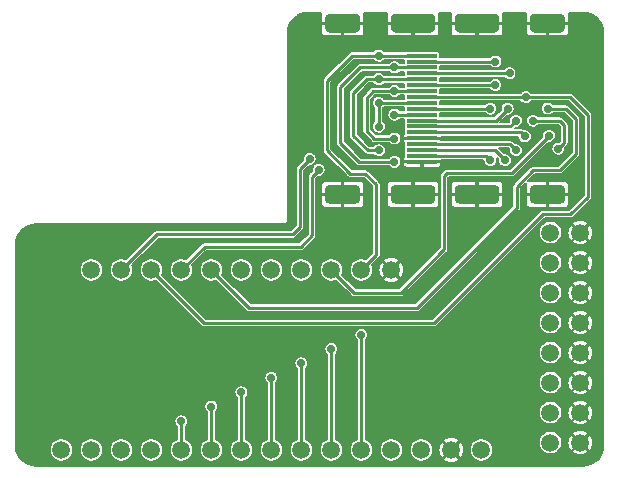
<source format=gbr>
G04 #@! TF.GenerationSoftware,KiCad,Pcbnew,(5.1.10-1-10_14)*
G04 #@! TF.CreationDate,2021-11-29T21:51:49-05:00*
G04 #@! TF.ProjectId,SNAC Sniffer Indent,534e4143-2053-46e6-9966-66657220496e,1*
G04 #@! TF.SameCoordinates,Original*
G04 #@! TF.FileFunction,Copper,L2,Bot*
G04 #@! TF.FilePolarity,Positive*
%FSLAX46Y46*%
G04 Gerber Fmt 4.6, Leading zero omitted, Abs format (unit mm)*
G04 Created by KiCad (PCBNEW (5.1.10-1-10_14)) date 2021-11-29 21:51:49*
%MOMM*%
%LPD*%
G01*
G04 APERTURE LIST*
G04 #@! TA.AperFunction,ComponentPad*
%ADD10C,1.500000*%
G04 #@! TD*
G04 #@! TA.AperFunction,SMDPad,CuDef*
%ADD11R,2.600000X0.300000*%
G04 #@! TD*
G04 #@! TA.AperFunction,ComponentPad*
%ADD12C,1.508000*%
G04 #@! TD*
G04 #@! TA.AperFunction,ViaPad*
%ADD13C,0.700000*%
G04 #@! TD*
G04 #@! TA.AperFunction,Conductor*
%ADD14C,0.250000*%
G04 #@! TD*
G04 #@! TA.AperFunction,Conductor*
%ADD15C,0.160000*%
G04 #@! TD*
G04 #@! TA.AperFunction,Conductor*
%ADD16C,0.152400*%
G04 #@! TD*
G04 APERTURE END LIST*
D10*
X160750000Y-123140000D03*
X163290000Y-123140000D03*
X163290000Y-120600000D03*
X160750000Y-120600000D03*
X160750000Y-118060000D03*
X163290000Y-118060000D03*
X163290000Y-115520000D03*
X160750000Y-115520000D03*
X160750000Y-112980000D03*
X163290000Y-112980000D03*
X163290000Y-110440000D03*
X160750000Y-110440000D03*
X163290000Y-107900000D03*
X160750000Y-107900000D03*
X160750000Y-105360000D03*
X163290000Y-105360000D03*
D11*
X149890000Y-90370000D03*
X149890000Y-90870000D03*
X149890000Y-91370000D03*
X149890000Y-91870000D03*
X149890000Y-92370000D03*
X149890000Y-92870000D03*
X149890000Y-93370000D03*
X149890000Y-93870000D03*
X149890000Y-94370000D03*
X149890000Y-94870000D03*
X149890000Y-95370000D03*
X149890000Y-95870000D03*
X149890000Y-96370000D03*
X149890000Y-96870000D03*
X149890000Y-97370000D03*
X149890000Y-97870000D03*
X149890000Y-98370000D03*
X149890000Y-98870000D03*
X149890000Y-99370000D03*
G04 #@! TA.AperFunction,ComponentPad*
G36*
G01*
X150630000Y-88420000D02*
X147630000Y-88420000D01*
G75*
G02*
X147230000Y-88020000I0J400000D01*
G01*
X147230000Y-87220000D01*
G75*
G02*
X147630000Y-86820000I400000J0D01*
G01*
X150630000Y-86820000D01*
G75*
G02*
X151030000Y-87220000I0J-400000D01*
G01*
X151030000Y-88020000D01*
G75*
G02*
X150630000Y-88420000I-400000J0D01*
G01*
G37*
G04 #@! TD.AperFunction*
G04 #@! TA.AperFunction,ComponentPad*
G36*
G01*
X150630000Y-102920000D02*
X147630000Y-102920000D01*
G75*
G02*
X147230000Y-102520000I0J400000D01*
G01*
X147230000Y-101720000D01*
G75*
G02*
X147630000Y-101320000I400000J0D01*
G01*
X150630000Y-101320000D01*
G75*
G02*
X151030000Y-101720000I0J-400000D01*
G01*
X151030000Y-102520000D01*
G75*
G02*
X150630000Y-102920000I-400000J0D01*
G01*
G37*
G04 #@! TD.AperFunction*
G04 #@! TA.AperFunction,ComponentPad*
G36*
G01*
X144270000Y-102920000D02*
X142070000Y-102920000D01*
G75*
G02*
X141670000Y-102520000I0J400000D01*
G01*
X141670000Y-101720000D01*
G75*
G02*
X142070000Y-101320000I400000J0D01*
G01*
X144270000Y-101320000D01*
G75*
G02*
X144670000Y-101720000I0J-400000D01*
G01*
X144670000Y-102520000D01*
G75*
G02*
X144270000Y-102920000I-400000J0D01*
G01*
G37*
G04 #@! TD.AperFunction*
G04 #@! TA.AperFunction,ComponentPad*
G36*
G01*
X144270000Y-88420000D02*
X142070000Y-88420000D01*
G75*
G02*
X141670000Y-88020000I0J400000D01*
G01*
X141670000Y-87220000D01*
G75*
G02*
X142070000Y-86820000I400000J0D01*
G01*
X144270000Y-86820000D01*
G75*
G02*
X144670000Y-87220000I0J-400000D01*
G01*
X144670000Y-88020000D01*
G75*
G02*
X144270000Y-88420000I-400000J0D01*
G01*
G37*
G04 #@! TD.AperFunction*
G04 #@! TA.AperFunction,ComponentPad*
G36*
G01*
X161610000Y-88420000D02*
X159410000Y-88420000D01*
G75*
G02*
X159010000Y-88020000I0J400000D01*
G01*
X159010000Y-87220000D01*
G75*
G02*
X159410000Y-86820000I400000J0D01*
G01*
X161610000Y-86820000D01*
G75*
G02*
X162010000Y-87220000I0J-400000D01*
G01*
X162010000Y-88020000D01*
G75*
G02*
X161610000Y-88420000I-400000J0D01*
G01*
G37*
G04 #@! TD.AperFunction*
G04 #@! TA.AperFunction,ComponentPad*
G36*
G01*
X161610000Y-102920000D02*
X159410000Y-102920000D01*
G75*
G02*
X159010000Y-102520000I0J400000D01*
G01*
X159010000Y-101720000D01*
G75*
G02*
X159410000Y-101320000I400000J0D01*
G01*
X161610000Y-101320000D01*
G75*
G02*
X162010000Y-101720000I0J-400000D01*
G01*
X162010000Y-102520000D01*
G75*
G02*
X161610000Y-102920000I-400000J0D01*
G01*
G37*
G04 #@! TD.AperFunction*
G04 #@! TA.AperFunction,ComponentPad*
G36*
G01*
X156050000Y-102920000D02*
X153050000Y-102920000D01*
G75*
G02*
X152650000Y-102520000I0J400000D01*
G01*
X152650000Y-101720000D01*
G75*
G02*
X153050000Y-101320000I400000J0D01*
G01*
X156050000Y-101320000D01*
G75*
G02*
X156450000Y-101720000I0J-400000D01*
G01*
X156450000Y-102520000D01*
G75*
G02*
X156050000Y-102920000I-400000J0D01*
G01*
G37*
G04 #@! TD.AperFunction*
G04 #@! TA.AperFunction,ComponentPad*
G36*
G01*
X156050000Y-88420000D02*
X153050000Y-88420000D01*
G75*
G02*
X152650000Y-88020000I0J400000D01*
G01*
X152650000Y-87220000D01*
G75*
G02*
X153050000Y-86820000I400000J0D01*
G01*
X156050000Y-86820000D01*
G75*
G02*
X156450000Y-87220000I0J-400000D01*
G01*
X156450000Y-88020000D01*
G75*
G02*
X156050000Y-88420000I-400000J0D01*
G01*
G37*
G04 #@! TD.AperFunction*
D12*
X154910000Y-123760000D03*
X152370000Y-123760000D03*
X149830000Y-123760000D03*
X147290000Y-123760000D03*
X144750000Y-123760000D03*
X142210000Y-123760000D03*
X139670000Y-123760000D03*
X137130000Y-123760000D03*
X134590000Y-123760000D03*
X132050000Y-123760000D03*
X129510000Y-123760000D03*
X126970000Y-123760000D03*
X124430000Y-123760000D03*
X121890000Y-123760000D03*
X119350000Y-123760000D03*
X121890000Y-108520000D03*
X124430000Y-108520000D03*
X126970000Y-108520000D03*
X129510000Y-108520000D03*
X132050000Y-108520000D03*
X134590000Y-108520000D03*
X137130000Y-108520000D03*
X139670000Y-108520000D03*
X142210000Y-108520000D03*
X144750000Y-108520000D03*
X147290000Y-108520000D03*
D13*
X129510000Y-121330000D03*
X132050000Y-120080000D03*
X134593605Y-118873767D03*
X137127020Y-117657405D03*
X146240000Y-90370000D03*
X156100000Y-90870000D03*
X160640002Y-97160000D03*
X147560000Y-99370000D03*
X147560000Y-91370000D03*
X157300000Y-91870000D03*
X159281805Y-95881238D03*
X161430000Y-98240000D03*
X146240000Y-98390000D03*
X146230000Y-92360002D03*
X156090000Y-92870000D03*
X160543042Y-94851949D03*
X147560000Y-97390000D03*
X147550000Y-93370000D03*
X141149998Y-100040000D03*
X158680000Y-93890000D03*
X146230000Y-94369999D03*
X146237027Y-96380386D03*
X140390000Y-99120000D03*
X155674424Y-94867087D03*
X147549998Y-95370000D03*
X157140000Y-94870000D03*
X157851272Y-95885852D03*
X158600000Y-97210000D03*
X157850000Y-98380000D03*
X156910004Y-99230000D03*
X155670000Y-99230000D03*
X139672920Y-116419237D03*
X142211865Y-115222805D03*
X144750000Y-114029999D03*
D14*
X129510000Y-123760000D02*
X129510000Y-121330000D01*
X129510000Y-121330000D02*
X129510000Y-121330000D01*
X132050000Y-120350000D02*
X132050000Y-120350000D01*
X132050000Y-123760000D02*
X132050000Y-120080000D01*
X134590000Y-118990000D02*
X134590000Y-118990000D01*
X134590000Y-123760000D02*
X134590000Y-118877372D01*
X134590000Y-118877372D02*
X134593605Y-118873767D01*
X137130000Y-117640000D02*
X137130000Y-117640000D01*
X137130000Y-123760000D02*
X137130000Y-117660385D01*
X137130000Y-117660385D02*
X137127020Y-117657405D01*
X149890000Y-90370000D02*
X146240000Y-90370000D01*
X146020000Y-101280000D02*
X146020000Y-107250000D01*
X146020000Y-107250000D02*
X144750000Y-108520000D01*
X145100000Y-100360000D02*
X146020000Y-101280000D01*
X143820000Y-100360000D02*
X145100000Y-100360000D01*
X141850000Y-92490000D02*
X141850000Y-98390000D01*
X143970000Y-90370000D02*
X141850000Y-92490000D01*
X141850000Y-98390000D02*
X143820000Y-100360000D01*
X146240000Y-90370000D02*
X143970000Y-90370000D01*
X156100000Y-90870000D02*
X149890000Y-90870000D01*
X157500002Y-100300000D02*
X160640002Y-97160000D01*
X151760000Y-100560000D02*
X152020000Y-100300000D01*
X151760000Y-106760000D02*
X151760000Y-100560000D01*
X144120000Y-110430000D02*
X148090000Y-110430000D01*
X152020000Y-100300000D02*
X157500002Y-100300000D01*
X148090000Y-110430000D02*
X151760000Y-106760000D01*
X142210000Y-108520000D02*
X144120000Y-110430000D01*
X147570000Y-99560000D02*
X147570000Y-99560000D01*
X149890000Y-91370000D02*
X147560000Y-91370000D01*
X144560000Y-99370000D02*
X147560000Y-99370000D01*
X142980000Y-97790000D02*
X144560000Y-99370000D01*
X142980000Y-93070000D02*
X142980000Y-97790000D01*
X144680000Y-91370000D02*
X142980000Y-93070000D01*
X147560000Y-91370000D02*
X144680000Y-91370000D01*
X157300000Y-91870000D02*
X149890000Y-91870000D01*
X161940000Y-96270000D02*
X161940000Y-97730000D01*
X161551238Y-95881238D02*
X161940000Y-96270000D01*
X161940000Y-97730000D02*
X161430000Y-98240000D01*
X159281805Y-95881238D02*
X161551238Y-95881238D01*
X149890000Y-92370000D02*
X146239998Y-92370000D01*
X146239998Y-92370000D02*
X146230000Y-92360002D01*
X144080000Y-93520000D02*
X145239998Y-92360002D01*
X144080000Y-97180000D02*
X144080000Y-93520000D01*
X145239998Y-92360002D02*
X146230000Y-92360002D01*
X145290000Y-98390000D02*
X144080000Y-97180000D01*
X146240000Y-98390000D02*
X145290000Y-98390000D01*
X156090000Y-92870000D02*
X149890000Y-92870000D01*
X157900000Y-103280000D02*
X149470000Y-111710000D01*
X135240000Y-111710000D02*
X132050000Y-108520000D01*
X157900000Y-101470000D02*
X157900000Y-103280000D01*
X159300000Y-100070000D02*
X157900000Y-101470000D01*
X149470000Y-111710000D02*
X135240000Y-111710000D01*
X161560000Y-100070000D02*
X159300000Y-100070000D01*
X162940000Y-95750000D02*
X162940000Y-98690000D01*
X162041949Y-94851949D02*
X162940000Y-95750000D01*
X162940000Y-98690000D02*
X161560000Y-100070000D01*
X160543042Y-94851949D02*
X162041949Y-94851949D01*
X149890000Y-93370000D02*
X147550000Y-93370000D01*
X145200000Y-96770000D02*
X145820000Y-97390000D01*
X145200000Y-93940000D02*
X145200000Y-96770000D01*
X145770000Y-93370000D02*
X145200000Y-93940000D01*
X145820000Y-97390000D02*
X147560000Y-97390000D01*
X147550000Y-93370000D02*
X145770000Y-93370000D01*
X140580000Y-100609998D02*
X141149998Y-100040000D01*
X140580000Y-105590000D02*
X140580000Y-100609998D01*
X139620000Y-106550000D02*
X140580000Y-105590000D01*
X131480000Y-106550000D02*
X139620000Y-106550000D01*
X129510000Y-108520000D02*
X131480000Y-106550000D01*
X126970000Y-108540000D02*
X126970000Y-108520000D01*
X150920000Y-113000000D02*
X131430000Y-113000000D01*
X160130000Y-103790000D02*
X150920000Y-113000000D01*
X131430000Y-113000000D02*
X126970000Y-108540000D01*
X149890000Y-93870000D02*
X162430000Y-93870000D01*
X162460000Y-103790000D02*
X160130000Y-103790000D01*
X163950000Y-102300000D02*
X162460000Y-103790000D01*
X162430000Y-93870000D02*
X163950000Y-95390000D01*
X163950000Y-95390000D02*
X163950000Y-102300000D01*
X149890000Y-94370000D02*
X146724974Y-94369999D01*
X146724974Y-94369999D02*
X146230000Y-94369999D01*
X146230000Y-96373359D02*
X146237027Y-96380386D01*
X146230000Y-94369999D02*
X146230000Y-96373359D01*
X139560000Y-104870000D02*
X139560000Y-99950000D01*
X138930000Y-105500000D02*
X139560000Y-104870000D01*
X139560000Y-99950000D02*
X140390000Y-99120000D01*
X127450000Y-105500000D02*
X138930000Y-105500000D01*
X124430000Y-108520000D02*
X127450000Y-105500000D01*
X149890000Y-94870000D02*
X155671511Y-94870000D01*
X155671511Y-94870000D02*
X155674424Y-94867087D01*
X149890000Y-95370000D02*
X147549998Y-95370000D01*
X149890000Y-95870000D02*
X156140000Y-95870000D01*
X156140000Y-95870000D02*
X157140000Y-94870000D01*
X149890000Y-96370000D02*
X157367124Y-96370000D01*
X157367124Y-96370000D02*
X157851272Y-95885852D01*
X158260000Y-96870000D02*
X158600000Y-97210000D01*
X149890000Y-96870000D02*
X158260000Y-96870000D01*
X149890000Y-97870000D02*
X157340000Y-97870000D01*
X157340000Y-97870000D02*
X157850000Y-98380000D01*
X156910004Y-99230000D02*
X156050004Y-98370000D01*
X156050004Y-98370000D02*
X149890000Y-98370000D01*
X155670000Y-99230000D02*
X155310000Y-98870000D01*
X155310000Y-98870000D02*
X149890000Y-98870000D01*
X139670000Y-116610000D02*
X139670000Y-116610000D01*
X139670000Y-116422157D02*
X139672920Y-116419237D01*
X139670000Y-123760000D02*
X139670000Y-116422157D01*
X142210000Y-115710000D02*
X142210000Y-115710000D01*
X142210000Y-115224670D02*
X142211865Y-115222805D01*
X142210000Y-123760000D02*
X142210000Y-115224670D01*
X144750000Y-114380000D02*
X144750000Y-114380000D01*
X144750000Y-123760000D02*
X144750000Y-114029999D01*
D15*
X141344775Y-86755309D02*
X141338403Y-86820000D01*
X141340000Y-87492500D01*
X141422500Y-87575000D01*
X143125000Y-87575000D01*
X143125000Y-87555000D01*
X143215000Y-87555000D01*
X143215000Y-87575000D01*
X144917500Y-87575000D01*
X145000000Y-87492500D01*
X145001597Y-86820000D01*
X144995225Y-86755309D01*
X144987548Y-86730000D01*
X146912452Y-86730000D01*
X146904775Y-86755309D01*
X146898403Y-86820000D01*
X146900000Y-87492500D01*
X146982500Y-87575000D01*
X149085000Y-87575000D01*
X149085000Y-87555000D01*
X149175000Y-87555000D01*
X149175000Y-87575000D01*
X151277500Y-87575000D01*
X151360000Y-87492500D01*
X151361597Y-86820000D01*
X151355225Y-86755309D01*
X151347548Y-86730000D01*
X152332452Y-86730000D01*
X152324775Y-86755309D01*
X152318403Y-86820000D01*
X152320000Y-87492500D01*
X152402500Y-87575000D01*
X154505000Y-87575000D01*
X154505000Y-87555000D01*
X154595000Y-87555000D01*
X154595000Y-87575000D01*
X156697500Y-87575000D01*
X156780000Y-87492500D01*
X156781597Y-86820000D01*
X156775225Y-86755309D01*
X156767548Y-86730000D01*
X158692452Y-86730000D01*
X158684775Y-86755309D01*
X158678403Y-86820000D01*
X158680000Y-87492500D01*
X158762500Y-87575000D01*
X160465000Y-87575000D01*
X160465000Y-87555000D01*
X160555000Y-87555000D01*
X160555000Y-87575000D01*
X162257500Y-87575000D01*
X162340000Y-87492500D01*
X162341597Y-86820000D01*
X162335225Y-86755309D01*
X162327548Y-86730000D01*
X163525816Y-86730000D01*
X163871874Y-86763931D01*
X164191109Y-86860314D01*
X164485545Y-87016869D01*
X164743960Y-87227626D01*
X164956522Y-87484570D01*
X165115124Y-87777898D01*
X165213735Y-88096455D01*
X165250024Y-88441722D01*
X165250025Y-123365806D01*
X165216093Y-123711872D01*
X165119710Y-124031109D01*
X164963155Y-124325545D01*
X164752398Y-124583960D01*
X164495455Y-124796522D01*
X164202123Y-124955125D01*
X163883565Y-125053736D01*
X163538302Y-125090024D01*
X117214184Y-125090024D01*
X116868128Y-125056093D01*
X116548891Y-124959710D01*
X116254455Y-124803155D01*
X115996040Y-124592398D01*
X115783478Y-124335455D01*
X115624875Y-124042123D01*
X115526264Y-123723565D01*
X115519804Y-123662100D01*
X118356000Y-123662100D01*
X118356000Y-123857900D01*
X118394198Y-124049939D01*
X118469128Y-124230836D01*
X118577909Y-124393638D01*
X118716362Y-124532091D01*
X118879164Y-124640872D01*
X119060061Y-124715802D01*
X119252100Y-124754000D01*
X119447900Y-124754000D01*
X119639939Y-124715802D01*
X119820836Y-124640872D01*
X119983638Y-124532091D01*
X120122091Y-124393638D01*
X120230872Y-124230836D01*
X120305802Y-124049939D01*
X120344000Y-123857900D01*
X120344000Y-123662100D01*
X120896000Y-123662100D01*
X120896000Y-123857900D01*
X120934198Y-124049939D01*
X121009128Y-124230836D01*
X121117909Y-124393638D01*
X121256362Y-124532091D01*
X121419164Y-124640872D01*
X121600061Y-124715802D01*
X121792100Y-124754000D01*
X121987900Y-124754000D01*
X122179939Y-124715802D01*
X122360836Y-124640872D01*
X122523638Y-124532091D01*
X122662091Y-124393638D01*
X122770872Y-124230836D01*
X122845802Y-124049939D01*
X122884000Y-123857900D01*
X122884000Y-123662100D01*
X123436000Y-123662100D01*
X123436000Y-123857900D01*
X123474198Y-124049939D01*
X123549128Y-124230836D01*
X123657909Y-124393638D01*
X123796362Y-124532091D01*
X123959164Y-124640872D01*
X124140061Y-124715802D01*
X124332100Y-124754000D01*
X124527900Y-124754000D01*
X124719939Y-124715802D01*
X124900836Y-124640872D01*
X125063638Y-124532091D01*
X125202091Y-124393638D01*
X125310872Y-124230836D01*
X125385802Y-124049939D01*
X125424000Y-123857900D01*
X125424000Y-123662100D01*
X125976000Y-123662100D01*
X125976000Y-123857900D01*
X126014198Y-124049939D01*
X126089128Y-124230836D01*
X126197909Y-124393638D01*
X126336362Y-124532091D01*
X126499164Y-124640872D01*
X126680061Y-124715802D01*
X126872100Y-124754000D01*
X127067900Y-124754000D01*
X127259939Y-124715802D01*
X127440836Y-124640872D01*
X127603638Y-124532091D01*
X127742091Y-124393638D01*
X127850872Y-124230836D01*
X127925802Y-124049939D01*
X127964000Y-123857900D01*
X127964000Y-123662100D01*
X128516000Y-123662100D01*
X128516000Y-123857900D01*
X128554198Y-124049939D01*
X128629128Y-124230836D01*
X128737909Y-124393638D01*
X128876362Y-124532091D01*
X129039164Y-124640872D01*
X129220061Y-124715802D01*
X129412100Y-124754000D01*
X129607900Y-124754000D01*
X129799939Y-124715802D01*
X129980836Y-124640872D01*
X130143638Y-124532091D01*
X130282091Y-124393638D01*
X130390872Y-124230836D01*
X130465802Y-124049939D01*
X130504000Y-123857900D01*
X130504000Y-123662100D01*
X131056000Y-123662100D01*
X131056000Y-123857900D01*
X131094198Y-124049939D01*
X131169128Y-124230836D01*
X131277909Y-124393638D01*
X131416362Y-124532091D01*
X131579164Y-124640872D01*
X131760061Y-124715802D01*
X131952100Y-124754000D01*
X132147900Y-124754000D01*
X132339939Y-124715802D01*
X132520836Y-124640872D01*
X132683638Y-124532091D01*
X132822091Y-124393638D01*
X132930872Y-124230836D01*
X133005802Y-124049939D01*
X133044000Y-123857900D01*
X133044000Y-123662100D01*
X133596000Y-123662100D01*
X133596000Y-123857900D01*
X133634198Y-124049939D01*
X133709128Y-124230836D01*
X133817909Y-124393638D01*
X133956362Y-124532091D01*
X134119164Y-124640872D01*
X134300061Y-124715802D01*
X134492100Y-124754000D01*
X134687900Y-124754000D01*
X134879939Y-124715802D01*
X135060836Y-124640872D01*
X135223638Y-124532091D01*
X135362091Y-124393638D01*
X135470872Y-124230836D01*
X135545802Y-124049939D01*
X135584000Y-123857900D01*
X135584000Y-123662100D01*
X136136000Y-123662100D01*
X136136000Y-123857900D01*
X136174198Y-124049939D01*
X136249128Y-124230836D01*
X136357909Y-124393638D01*
X136496362Y-124532091D01*
X136659164Y-124640872D01*
X136840061Y-124715802D01*
X137032100Y-124754000D01*
X137227900Y-124754000D01*
X137419939Y-124715802D01*
X137600836Y-124640872D01*
X137763638Y-124532091D01*
X137902091Y-124393638D01*
X138010872Y-124230836D01*
X138085802Y-124049939D01*
X138124000Y-123857900D01*
X138124000Y-123662100D01*
X138676000Y-123662100D01*
X138676000Y-123857900D01*
X138714198Y-124049939D01*
X138789128Y-124230836D01*
X138897909Y-124393638D01*
X139036362Y-124532091D01*
X139199164Y-124640872D01*
X139380061Y-124715802D01*
X139572100Y-124754000D01*
X139767900Y-124754000D01*
X139959939Y-124715802D01*
X140140836Y-124640872D01*
X140303638Y-124532091D01*
X140442091Y-124393638D01*
X140550872Y-124230836D01*
X140625802Y-124049939D01*
X140664000Y-123857900D01*
X140664000Y-123662100D01*
X141216000Y-123662100D01*
X141216000Y-123857900D01*
X141254198Y-124049939D01*
X141329128Y-124230836D01*
X141437909Y-124393638D01*
X141576362Y-124532091D01*
X141739164Y-124640872D01*
X141920061Y-124715802D01*
X142112100Y-124754000D01*
X142307900Y-124754000D01*
X142499939Y-124715802D01*
X142680836Y-124640872D01*
X142843638Y-124532091D01*
X142982091Y-124393638D01*
X143090872Y-124230836D01*
X143165802Y-124049939D01*
X143204000Y-123857900D01*
X143204000Y-123662100D01*
X143756000Y-123662100D01*
X143756000Y-123857900D01*
X143794198Y-124049939D01*
X143869128Y-124230836D01*
X143977909Y-124393638D01*
X144116362Y-124532091D01*
X144279164Y-124640872D01*
X144460061Y-124715802D01*
X144652100Y-124754000D01*
X144847900Y-124754000D01*
X145039939Y-124715802D01*
X145220836Y-124640872D01*
X145383638Y-124532091D01*
X145522091Y-124393638D01*
X145630872Y-124230836D01*
X145705802Y-124049939D01*
X145744000Y-123857900D01*
X145744000Y-123662100D01*
X146296000Y-123662100D01*
X146296000Y-123857900D01*
X146334198Y-124049939D01*
X146409128Y-124230836D01*
X146517909Y-124393638D01*
X146656362Y-124532091D01*
X146819164Y-124640872D01*
X147000061Y-124715802D01*
X147192100Y-124754000D01*
X147387900Y-124754000D01*
X147579939Y-124715802D01*
X147760836Y-124640872D01*
X147923638Y-124532091D01*
X148062091Y-124393638D01*
X148170872Y-124230836D01*
X148245802Y-124049939D01*
X148284000Y-123857900D01*
X148284000Y-123662100D01*
X148836000Y-123662100D01*
X148836000Y-123857900D01*
X148874198Y-124049939D01*
X148949128Y-124230836D01*
X149057909Y-124393638D01*
X149196362Y-124532091D01*
X149359164Y-124640872D01*
X149540061Y-124715802D01*
X149732100Y-124754000D01*
X149927900Y-124754000D01*
X150119939Y-124715802D01*
X150300836Y-124640872D01*
X150463638Y-124532091D01*
X150492744Y-124502985D01*
X151690655Y-124502985D01*
X151766711Y-124666915D01*
X151955233Y-124767185D01*
X152159695Y-124828749D01*
X152372239Y-124849243D01*
X152584697Y-124827876D01*
X152788904Y-124765472D01*
X152973289Y-124666915D01*
X153049345Y-124502985D01*
X152370000Y-123823640D01*
X151690655Y-124502985D01*
X150492744Y-124502985D01*
X150602091Y-124393638D01*
X150710872Y-124230836D01*
X150785802Y-124049939D01*
X150824000Y-123857900D01*
X150824000Y-123762239D01*
X151280757Y-123762239D01*
X151302124Y-123974697D01*
X151364528Y-124178904D01*
X151463085Y-124363289D01*
X151627015Y-124439345D01*
X152306360Y-123760000D01*
X152433640Y-123760000D01*
X153112985Y-124439345D01*
X153276915Y-124363289D01*
X153377185Y-124174767D01*
X153438749Y-123970305D01*
X153459243Y-123757761D01*
X153449623Y-123662100D01*
X153916000Y-123662100D01*
X153916000Y-123857900D01*
X153954198Y-124049939D01*
X154029128Y-124230836D01*
X154137909Y-124393638D01*
X154276362Y-124532091D01*
X154439164Y-124640872D01*
X154620061Y-124715802D01*
X154812100Y-124754000D01*
X155007900Y-124754000D01*
X155199939Y-124715802D01*
X155380836Y-124640872D01*
X155543638Y-124532091D01*
X155682091Y-124393638D01*
X155790872Y-124230836D01*
X155865802Y-124049939D01*
X155904000Y-123857900D01*
X155904000Y-123662100D01*
X155865802Y-123470061D01*
X155790872Y-123289164D01*
X155682091Y-123126362D01*
X155598223Y-123042494D01*
X159760000Y-123042494D01*
X159760000Y-123237506D01*
X159798045Y-123428772D01*
X159872674Y-123608941D01*
X159981017Y-123771088D01*
X160118912Y-123908983D01*
X160281059Y-124017326D01*
X160461228Y-124091955D01*
X160652494Y-124130000D01*
X160847506Y-124130000D01*
X161038772Y-124091955D01*
X161218941Y-124017326D01*
X161381088Y-123908983D01*
X161409931Y-123880140D01*
X162613500Y-123880140D01*
X162689074Y-124043662D01*
X162876917Y-124143533D01*
X163080633Y-124204838D01*
X163292396Y-124225223D01*
X163504067Y-124203903D01*
X163707510Y-124141698D01*
X163890926Y-124043662D01*
X163966500Y-123880140D01*
X163290000Y-123203640D01*
X162613500Y-123880140D01*
X161409931Y-123880140D01*
X161518983Y-123771088D01*
X161627326Y-123608941D01*
X161701955Y-123428772D01*
X161740000Y-123237506D01*
X161740000Y-123142396D01*
X162204777Y-123142396D01*
X162226097Y-123354067D01*
X162288302Y-123557510D01*
X162386338Y-123740926D01*
X162549860Y-123816500D01*
X163226360Y-123140000D01*
X163353640Y-123140000D01*
X164030140Y-123816500D01*
X164193662Y-123740926D01*
X164293533Y-123553083D01*
X164354838Y-123349367D01*
X164375223Y-123137604D01*
X164353903Y-122925933D01*
X164291698Y-122722490D01*
X164193662Y-122539074D01*
X164030140Y-122463500D01*
X163353640Y-123140000D01*
X163226360Y-123140000D01*
X162549860Y-122463500D01*
X162386338Y-122539074D01*
X162286467Y-122726917D01*
X162225162Y-122930633D01*
X162204777Y-123142396D01*
X161740000Y-123142396D01*
X161740000Y-123042494D01*
X161701955Y-122851228D01*
X161627326Y-122671059D01*
X161518983Y-122508912D01*
X161409931Y-122399860D01*
X162613500Y-122399860D01*
X163290000Y-123076360D01*
X163966500Y-122399860D01*
X163890926Y-122236338D01*
X163703083Y-122136467D01*
X163499367Y-122075162D01*
X163287604Y-122054777D01*
X163075933Y-122076097D01*
X162872490Y-122138302D01*
X162689074Y-122236338D01*
X162613500Y-122399860D01*
X161409931Y-122399860D01*
X161381088Y-122371017D01*
X161218941Y-122262674D01*
X161038772Y-122188045D01*
X160847506Y-122150000D01*
X160652494Y-122150000D01*
X160461228Y-122188045D01*
X160281059Y-122262674D01*
X160118912Y-122371017D01*
X159981017Y-122508912D01*
X159872674Y-122671059D01*
X159798045Y-122851228D01*
X159760000Y-123042494D01*
X155598223Y-123042494D01*
X155543638Y-122987909D01*
X155380836Y-122879128D01*
X155199939Y-122804198D01*
X155007900Y-122766000D01*
X154812100Y-122766000D01*
X154620061Y-122804198D01*
X154439164Y-122879128D01*
X154276362Y-122987909D01*
X154137909Y-123126362D01*
X154029128Y-123289164D01*
X153954198Y-123470061D01*
X153916000Y-123662100D01*
X153449623Y-123662100D01*
X153437876Y-123545303D01*
X153375472Y-123341096D01*
X153276915Y-123156711D01*
X153112985Y-123080655D01*
X152433640Y-123760000D01*
X152306360Y-123760000D01*
X151627015Y-123080655D01*
X151463085Y-123156711D01*
X151362815Y-123345233D01*
X151301251Y-123549695D01*
X151280757Y-123762239D01*
X150824000Y-123762239D01*
X150824000Y-123662100D01*
X150785802Y-123470061D01*
X150710872Y-123289164D01*
X150602091Y-123126362D01*
X150492744Y-123017015D01*
X151690655Y-123017015D01*
X152370000Y-123696360D01*
X153049345Y-123017015D01*
X152973289Y-122853085D01*
X152784767Y-122752815D01*
X152580305Y-122691251D01*
X152367761Y-122670757D01*
X152155303Y-122692124D01*
X151951096Y-122754528D01*
X151766711Y-122853085D01*
X151690655Y-123017015D01*
X150492744Y-123017015D01*
X150463638Y-122987909D01*
X150300836Y-122879128D01*
X150119939Y-122804198D01*
X149927900Y-122766000D01*
X149732100Y-122766000D01*
X149540061Y-122804198D01*
X149359164Y-122879128D01*
X149196362Y-122987909D01*
X149057909Y-123126362D01*
X148949128Y-123289164D01*
X148874198Y-123470061D01*
X148836000Y-123662100D01*
X148284000Y-123662100D01*
X148245802Y-123470061D01*
X148170872Y-123289164D01*
X148062091Y-123126362D01*
X147923638Y-122987909D01*
X147760836Y-122879128D01*
X147579939Y-122804198D01*
X147387900Y-122766000D01*
X147192100Y-122766000D01*
X147000061Y-122804198D01*
X146819164Y-122879128D01*
X146656362Y-122987909D01*
X146517909Y-123126362D01*
X146409128Y-123289164D01*
X146334198Y-123470061D01*
X146296000Y-123662100D01*
X145744000Y-123662100D01*
X145705802Y-123470061D01*
X145630872Y-123289164D01*
X145522091Y-123126362D01*
X145383638Y-122987909D01*
X145220836Y-122879128D01*
X145115000Y-122835289D01*
X145115000Y-120502494D01*
X159760000Y-120502494D01*
X159760000Y-120697506D01*
X159798045Y-120888772D01*
X159872674Y-121068941D01*
X159981017Y-121231088D01*
X160118912Y-121368983D01*
X160281059Y-121477326D01*
X160461228Y-121551955D01*
X160652494Y-121590000D01*
X160847506Y-121590000D01*
X161038772Y-121551955D01*
X161218941Y-121477326D01*
X161381088Y-121368983D01*
X161409931Y-121340140D01*
X162613500Y-121340140D01*
X162689074Y-121503662D01*
X162876917Y-121603533D01*
X163080633Y-121664838D01*
X163292396Y-121685223D01*
X163504067Y-121663903D01*
X163707510Y-121601698D01*
X163890926Y-121503662D01*
X163966500Y-121340140D01*
X163290000Y-120663640D01*
X162613500Y-121340140D01*
X161409931Y-121340140D01*
X161518983Y-121231088D01*
X161627326Y-121068941D01*
X161701955Y-120888772D01*
X161740000Y-120697506D01*
X161740000Y-120602396D01*
X162204777Y-120602396D01*
X162226097Y-120814067D01*
X162288302Y-121017510D01*
X162386338Y-121200926D01*
X162549860Y-121276500D01*
X163226360Y-120600000D01*
X163353640Y-120600000D01*
X164030140Y-121276500D01*
X164193662Y-121200926D01*
X164293533Y-121013083D01*
X164354838Y-120809367D01*
X164375223Y-120597604D01*
X164353903Y-120385933D01*
X164291698Y-120182490D01*
X164193662Y-119999074D01*
X164030140Y-119923500D01*
X163353640Y-120600000D01*
X163226360Y-120600000D01*
X162549860Y-119923500D01*
X162386338Y-119999074D01*
X162286467Y-120186917D01*
X162225162Y-120390633D01*
X162204777Y-120602396D01*
X161740000Y-120602396D01*
X161740000Y-120502494D01*
X161701955Y-120311228D01*
X161627326Y-120131059D01*
X161518983Y-119968912D01*
X161409931Y-119859860D01*
X162613500Y-119859860D01*
X163290000Y-120536360D01*
X163966500Y-119859860D01*
X163890926Y-119696338D01*
X163703083Y-119596467D01*
X163499367Y-119535162D01*
X163287604Y-119514777D01*
X163075933Y-119536097D01*
X162872490Y-119598302D01*
X162689074Y-119696338D01*
X162613500Y-119859860D01*
X161409931Y-119859860D01*
X161381088Y-119831017D01*
X161218941Y-119722674D01*
X161038772Y-119648045D01*
X160847506Y-119610000D01*
X160652494Y-119610000D01*
X160461228Y-119648045D01*
X160281059Y-119722674D01*
X160118912Y-119831017D01*
X159981017Y-119968912D01*
X159872674Y-120131059D01*
X159798045Y-120311228D01*
X159760000Y-120502494D01*
X145115000Y-120502494D01*
X145115000Y-117962494D01*
X159760000Y-117962494D01*
X159760000Y-118157506D01*
X159798045Y-118348772D01*
X159872674Y-118528941D01*
X159981017Y-118691088D01*
X160118912Y-118828983D01*
X160281059Y-118937326D01*
X160461228Y-119011955D01*
X160652494Y-119050000D01*
X160847506Y-119050000D01*
X161038772Y-119011955D01*
X161218941Y-118937326D01*
X161381088Y-118828983D01*
X161409931Y-118800140D01*
X162613500Y-118800140D01*
X162689074Y-118963662D01*
X162876917Y-119063533D01*
X163080633Y-119124838D01*
X163292396Y-119145223D01*
X163504067Y-119123903D01*
X163707510Y-119061698D01*
X163890926Y-118963662D01*
X163966500Y-118800140D01*
X163290000Y-118123640D01*
X162613500Y-118800140D01*
X161409931Y-118800140D01*
X161518983Y-118691088D01*
X161627326Y-118528941D01*
X161701955Y-118348772D01*
X161740000Y-118157506D01*
X161740000Y-118062396D01*
X162204777Y-118062396D01*
X162226097Y-118274067D01*
X162288302Y-118477510D01*
X162386338Y-118660926D01*
X162549860Y-118736500D01*
X163226360Y-118060000D01*
X163353640Y-118060000D01*
X164030140Y-118736500D01*
X164193662Y-118660926D01*
X164293533Y-118473083D01*
X164354838Y-118269367D01*
X164375223Y-118057604D01*
X164353903Y-117845933D01*
X164291698Y-117642490D01*
X164193662Y-117459074D01*
X164030140Y-117383500D01*
X163353640Y-118060000D01*
X163226360Y-118060000D01*
X162549860Y-117383500D01*
X162386338Y-117459074D01*
X162286467Y-117646917D01*
X162225162Y-117850633D01*
X162204777Y-118062396D01*
X161740000Y-118062396D01*
X161740000Y-117962494D01*
X161701955Y-117771228D01*
X161627326Y-117591059D01*
X161518983Y-117428912D01*
X161409931Y-117319860D01*
X162613500Y-117319860D01*
X163290000Y-117996360D01*
X163966500Y-117319860D01*
X163890926Y-117156338D01*
X163703083Y-117056467D01*
X163499367Y-116995162D01*
X163287604Y-116974777D01*
X163075933Y-116996097D01*
X162872490Y-117058302D01*
X162689074Y-117156338D01*
X162613500Y-117319860D01*
X161409931Y-117319860D01*
X161381088Y-117291017D01*
X161218941Y-117182674D01*
X161038772Y-117108045D01*
X160847506Y-117070000D01*
X160652494Y-117070000D01*
X160461228Y-117108045D01*
X160281059Y-117182674D01*
X160118912Y-117291017D01*
X159981017Y-117428912D01*
X159872674Y-117591059D01*
X159798045Y-117771228D01*
X159760000Y-117962494D01*
X145115000Y-117962494D01*
X145115000Y-115422494D01*
X159760000Y-115422494D01*
X159760000Y-115617506D01*
X159798045Y-115808772D01*
X159872674Y-115988941D01*
X159981017Y-116151088D01*
X160118912Y-116288983D01*
X160281059Y-116397326D01*
X160461228Y-116471955D01*
X160652494Y-116510000D01*
X160847506Y-116510000D01*
X161038772Y-116471955D01*
X161218941Y-116397326D01*
X161381088Y-116288983D01*
X161409931Y-116260140D01*
X162613500Y-116260140D01*
X162689074Y-116423662D01*
X162876917Y-116523533D01*
X163080633Y-116584838D01*
X163292396Y-116605223D01*
X163504067Y-116583903D01*
X163707510Y-116521698D01*
X163890926Y-116423662D01*
X163966500Y-116260140D01*
X163290000Y-115583640D01*
X162613500Y-116260140D01*
X161409931Y-116260140D01*
X161518983Y-116151088D01*
X161627326Y-115988941D01*
X161701955Y-115808772D01*
X161740000Y-115617506D01*
X161740000Y-115522396D01*
X162204777Y-115522396D01*
X162226097Y-115734067D01*
X162288302Y-115937510D01*
X162386338Y-116120926D01*
X162549860Y-116196500D01*
X163226360Y-115520000D01*
X163353640Y-115520000D01*
X164030140Y-116196500D01*
X164193662Y-116120926D01*
X164293533Y-115933083D01*
X164354838Y-115729367D01*
X164375223Y-115517604D01*
X164353903Y-115305933D01*
X164291698Y-115102490D01*
X164193662Y-114919074D01*
X164030140Y-114843500D01*
X163353640Y-115520000D01*
X163226360Y-115520000D01*
X162549860Y-114843500D01*
X162386338Y-114919074D01*
X162286467Y-115106917D01*
X162225162Y-115310633D01*
X162204777Y-115522396D01*
X161740000Y-115522396D01*
X161740000Y-115422494D01*
X161701955Y-115231228D01*
X161627326Y-115051059D01*
X161518983Y-114888912D01*
X161409931Y-114779860D01*
X162613500Y-114779860D01*
X163290000Y-115456360D01*
X163966500Y-114779860D01*
X163890926Y-114616338D01*
X163703083Y-114516467D01*
X163499367Y-114455162D01*
X163287604Y-114434777D01*
X163075933Y-114456097D01*
X162872490Y-114518302D01*
X162689074Y-114616338D01*
X162613500Y-114779860D01*
X161409931Y-114779860D01*
X161381088Y-114751017D01*
X161218941Y-114642674D01*
X161038772Y-114568045D01*
X160847506Y-114530000D01*
X160652494Y-114530000D01*
X160461228Y-114568045D01*
X160281059Y-114642674D01*
X160118912Y-114751017D01*
X159981017Y-114888912D01*
X159872674Y-115051059D01*
X159798045Y-115231228D01*
X159760000Y-115422494D01*
X145115000Y-115422494D01*
X145115000Y-114495701D01*
X145126103Y-114488282D01*
X145208283Y-114406102D01*
X145272851Y-114309469D01*
X145317327Y-114202096D01*
X145340000Y-114088109D01*
X145340000Y-113971889D01*
X145317327Y-113857902D01*
X145272851Y-113750529D01*
X145208283Y-113653896D01*
X145126103Y-113571716D01*
X145029470Y-113507148D01*
X144922097Y-113462672D01*
X144808110Y-113439999D01*
X144691890Y-113439999D01*
X144577903Y-113462672D01*
X144470530Y-113507148D01*
X144373897Y-113571716D01*
X144291717Y-113653896D01*
X144227149Y-113750529D01*
X144182673Y-113857902D01*
X144160000Y-113971889D01*
X144160000Y-114088109D01*
X144182673Y-114202096D01*
X144227149Y-114309469D01*
X144291717Y-114406102D01*
X144373897Y-114488282D01*
X144385001Y-114495701D01*
X144385000Y-122835289D01*
X144279164Y-122879128D01*
X144116362Y-122987909D01*
X143977909Y-123126362D01*
X143869128Y-123289164D01*
X143794198Y-123470061D01*
X143756000Y-123662100D01*
X143204000Y-123662100D01*
X143165802Y-123470061D01*
X143090872Y-123289164D01*
X142982091Y-123126362D01*
X142843638Y-122987909D01*
X142680836Y-122879128D01*
X142575000Y-122835289D01*
X142575000Y-115727931D01*
X142576766Y-115710000D01*
X142575000Y-115692069D01*
X142575000Y-115689753D01*
X142587968Y-115681088D01*
X142670148Y-115598908D01*
X142734716Y-115502275D01*
X142779192Y-115394902D01*
X142801865Y-115280915D01*
X142801865Y-115164695D01*
X142779192Y-115050708D01*
X142734716Y-114943335D01*
X142670148Y-114846702D01*
X142587968Y-114764522D01*
X142491335Y-114699954D01*
X142383962Y-114655478D01*
X142269975Y-114632805D01*
X142153755Y-114632805D01*
X142039768Y-114655478D01*
X141932395Y-114699954D01*
X141835762Y-114764522D01*
X141753582Y-114846702D01*
X141689014Y-114943335D01*
X141644538Y-115050708D01*
X141621865Y-115164695D01*
X141621865Y-115280915D01*
X141644538Y-115394902D01*
X141689014Y-115502275D01*
X141753582Y-115598908D01*
X141835762Y-115681088D01*
X141845001Y-115687261D01*
X141845001Y-115692059D01*
X141843234Y-115710000D01*
X141845001Y-115727941D01*
X141845000Y-122835289D01*
X141739164Y-122879128D01*
X141576362Y-122987909D01*
X141437909Y-123126362D01*
X141329128Y-123289164D01*
X141254198Y-123470061D01*
X141216000Y-123662100D01*
X140664000Y-123662100D01*
X140625802Y-123470061D01*
X140550872Y-123289164D01*
X140442091Y-123126362D01*
X140303638Y-122987909D01*
X140140836Y-122879128D01*
X140035000Y-122835289D01*
X140035000Y-116886890D01*
X140049023Y-116877520D01*
X140131203Y-116795340D01*
X140195771Y-116698707D01*
X140240247Y-116591334D01*
X140262920Y-116477347D01*
X140262920Y-116361127D01*
X140240247Y-116247140D01*
X140195771Y-116139767D01*
X140131203Y-116043134D01*
X140049023Y-115960954D01*
X139952390Y-115896386D01*
X139845017Y-115851910D01*
X139731030Y-115829237D01*
X139614810Y-115829237D01*
X139500823Y-115851910D01*
X139393450Y-115896386D01*
X139296817Y-115960954D01*
X139214637Y-116043134D01*
X139150069Y-116139767D01*
X139105593Y-116247140D01*
X139082920Y-116361127D01*
X139082920Y-116477347D01*
X139105593Y-116591334D01*
X139150069Y-116698707D01*
X139214637Y-116795340D01*
X139296817Y-116877520D01*
X139305001Y-116882988D01*
X139305000Y-122835289D01*
X139199164Y-122879128D01*
X139036362Y-122987909D01*
X138897909Y-123126362D01*
X138789128Y-123289164D01*
X138714198Y-123470061D01*
X138676000Y-123662100D01*
X138124000Y-123662100D01*
X138085802Y-123470061D01*
X138010872Y-123289164D01*
X137902091Y-123126362D01*
X137763638Y-122987909D01*
X137600836Y-122879128D01*
X137495000Y-122835289D01*
X137495000Y-118121116D01*
X137503123Y-118115688D01*
X137585303Y-118033508D01*
X137649871Y-117936875D01*
X137694347Y-117829502D01*
X137717020Y-117715515D01*
X137717020Y-117599295D01*
X137694347Y-117485308D01*
X137649871Y-117377935D01*
X137585303Y-117281302D01*
X137503123Y-117199122D01*
X137406490Y-117134554D01*
X137299117Y-117090078D01*
X137185130Y-117067405D01*
X137068910Y-117067405D01*
X136954923Y-117090078D01*
X136847550Y-117134554D01*
X136750917Y-117199122D01*
X136668737Y-117281302D01*
X136604169Y-117377935D01*
X136559693Y-117485308D01*
X136537020Y-117599295D01*
X136537020Y-117715515D01*
X136559693Y-117829502D01*
X136604169Y-117936875D01*
X136668737Y-118033508D01*
X136750917Y-118115688D01*
X136765001Y-118125099D01*
X136765000Y-122835289D01*
X136659164Y-122879128D01*
X136496362Y-122987909D01*
X136357909Y-123126362D01*
X136249128Y-123289164D01*
X136174198Y-123470061D01*
X136136000Y-123662100D01*
X135584000Y-123662100D01*
X135545802Y-123470061D01*
X135470872Y-123289164D01*
X135362091Y-123126362D01*
X135223638Y-122987909D01*
X135060836Y-122879128D01*
X134955000Y-122835289D01*
X134955000Y-119341878D01*
X134969708Y-119332050D01*
X135051888Y-119249870D01*
X135116456Y-119153237D01*
X135160932Y-119045864D01*
X135183605Y-118931877D01*
X135183605Y-118815657D01*
X135160932Y-118701670D01*
X135116456Y-118594297D01*
X135051888Y-118497664D01*
X134969708Y-118415484D01*
X134873075Y-118350916D01*
X134765702Y-118306440D01*
X134651715Y-118283767D01*
X134535495Y-118283767D01*
X134421508Y-118306440D01*
X134314135Y-118350916D01*
X134217502Y-118415484D01*
X134135322Y-118497664D01*
X134070754Y-118594297D01*
X134026278Y-118701670D01*
X134003605Y-118815657D01*
X134003605Y-118931877D01*
X134026278Y-119045864D01*
X134070754Y-119153237D01*
X134135322Y-119249870D01*
X134217502Y-119332050D01*
X134225001Y-119337061D01*
X134225000Y-122835289D01*
X134119164Y-122879128D01*
X133956362Y-122987909D01*
X133817909Y-123126362D01*
X133709128Y-123289164D01*
X133634198Y-123470061D01*
X133596000Y-123662100D01*
X133044000Y-123662100D01*
X133005802Y-123470061D01*
X132930872Y-123289164D01*
X132822091Y-123126362D01*
X132683638Y-122987909D01*
X132520836Y-122879128D01*
X132415000Y-122835289D01*
X132415000Y-120545702D01*
X132426103Y-120538283D01*
X132508283Y-120456103D01*
X132572851Y-120359470D01*
X132617327Y-120252097D01*
X132640000Y-120138110D01*
X132640000Y-120021890D01*
X132617327Y-119907903D01*
X132572851Y-119800530D01*
X132508283Y-119703897D01*
X132426103Y-119621717D01*
X132329470Y-119557149D01*
X132222097Y-119512673D01*
X132108110Y-119490000D01*
X131991890Y-119490000D01*
X131877903Y-119512673D01*
X131770530Y-119557149D01*
X131673897Y-119621717D01*
X131591717Y-119703897D01*
X131527149Y-119800530D01*
X131482673Y-119907903D01*
X131460000Y-120021890D01*
X131460000Y-120138110D01*
X131482673Y-120252097D01*
X131527149Y-120359470D01*
X131591717Y-120456103D01*
X131673897Y-120538283D01*
X131685001Y-120545702D01*
X131685000Y-122835289D01*
X131579164Y-122879128D01*
X131416362Y-122987909D01*
X131277909Y-123126362D01*
X131169128Y-123289164D01*
X131094198Y-123470061D01*
X131056000Y-123662100D01*
X130504000Y-123662100D01*
X130465802Y-123470061D01*
X130390872Y-123289164D01*
X130282091Y-123126362D01*
X130143638Y-122987909D01*
X129980836Y-122879128D01*
X129875000Y-122835289D01*
X129875000Y-121795702D01*
X129886103Y-121788283D01*
X129968283Y-121706103D01*
X130032851Y-121609470D01*
X130077327Y-121502097D01*
X130100000Y-121388110D01*
X130100000Y-121271890D01*
X130077327Y-121157903D01*
X130032851Y-121050530D01*
X129968283Y-120953897D01*
X129886103Y-120871717D01*
X129789470Y-120807149D01*
X129682097Y-120762673D01*
X129568110Y-120740000D01*
X129451890Y-120740000D01*
X129337903Y-120762673D01*
X129230530Y-120807149D01*
X129133897Y-120871717D01*
X129051717Y-120953897D01*
X128987149Y-121050530D01*
X128942673Y-121157903D01*
X128920000Y-121271890D01*
X128920000Y-121388110D01*
X128942673Y-121502097D01*
X128987149Y-121609470D01*
X129051717Y-121706103D01*
X129133897Y-121788283D01*
X129145001Y-121795702D01*
X129145000Y-122835289D01*
X129039164Y-122879128D01*
X128876362Y-122987909D01*
X128737909Y-123126362D01*
X128629128Y-123289164D01*
X128554198Y-123470061D01*
X128516000Y-123662100D01*
X127964000Y-123662100D01*
X127925802Y-123470061D01*
X127850872Y-123289164D01*
X127742091Y-123126362D01*
X127603638Y-122987909D01*
X127440836Y-122879128D01*
X127259939Y-122804198D01*
X127067900Y-122766000D01*
X126872100Y-122766000D01*
X126680061Y-122804198D01*
X126499164Y-122879128D01*
X126336362Y-122987909D01*
X126197909Y-123126362D01*
X126089128Y-123289164D01*
X126014198Y-123470061D01*
X125976000Y-123662100D01*
X125424000Y-123662100D01*
X125385802Y-123470061D01*
X125310872Y-123289164D01*
X125202091Y-123126362D01*
X125063638Y-122987909D01*
X124900836Y-122879128D01*
X124719939Y-122804198D01*
X124527900Y-122766000D01*
X124332100Y-122766000D01*
X124140061Y-122804198D01*
X123959164Y-122879128D01*
X123796362Y-122987909D01*
X123657909Y-123126362D01*
X123549128Y-123289164D01*
X123474198Y-123470061D01*
X123436000Y-123662100D01*
X122884000Y-123662100D01*
X122845802Y-123470061D01*
X122770872Y-123289164D01*
X122662091Y-123126362D01*
X122523638Y-122987909D01*
X122360836Y-122879128D01*
X122179939Y-122804198D01*
X121987900Y-122766000D01*
X121792100Y-122766000D01*
X121600061Y-122804198D01*
X121419164Y-122879128D01*
X121256362Y-122987909D01*
X121117909Y-123126362D01*
X121009128Y-123289164D01*
X120934198Y-123470061D01*
X120896000Y-123662100D01*
X120344000Y-123662100D01*
X120305802Y-123470061D01*
X120230872Y-123289164D01*
X120122091Y-123126362D01*
X119983638Y-122987909D01*
X119820836Y-122879128D01*
X119639939Y-122804198D01*
X119447900Y-122766000D01*
X119252100Y-122766000D01*
X119060061Y-122804198D01*
X118879164Y-122879128D01*
X118716362Y-122987909D01*
X118577909Y-123126362D01*
X118469128Y-123289164D01*
X118394198Y-123470061D01*
X118356000Y-123662100D01*
X115519804Y-123662100D01*
X115489976Y-123378302D01*
X115489976Y-108422100D01*
X120896000Y-108422100D01*
X120896000Y-108617900D01*
X120934198Y-108809939D01*
X121009128Y-108990836D01*
X121117909Y-109153638D01*
X121256362Y-109292091D01*
X121419164Y-109400872D01*
X121600061Y-109475802D01*
X121792100Y-109514000D01*
X121987900Y-109514000D01*
X122179939Y-109475802D01*
X122360836Y-109400872D01*
X122523638Y-109292091D01*
X122662091Y-109153638D01*
X122770872Y-108990836D01*
X122845802Y-108809939D01*
X122884000Y-108617900D01*
X122884000Y-108422100D01*
X123436000Y-108422100D01*
X123436000Y-108617900D01*
X123474198Y-108809939D01*
X123549128Y-108990836D01*
X123657909Y-109153638D01*
X123796362Y-109292091D01*
X123959164Y-109400872D01*
X124140061Y-109475802D01*
X124332100Y-109514000D01*
X124527900Y-109514000D01*
X124719939Y-109475802D01*
X124900836Y-109400872D01*
X125063638Y-109292091D01*
X125202091Y-109153638D01*
X125310872Y-108990836D01*
X125385802Y-108809939D01*
X125424000Y-108617900D01*
X125424000Y-108422100D01*
X125976000Y-108422100D01*
X125976000Y-108617900D01*
X126014198Y-108809939D01*
X126089128Y-108990836D01*
X126197909Y-109153638D01*
X126336362Y-109292091D01*
X126499164Y-109400872D01*
X126680061Y-109475802D01*
X126872100Y-109514000D01*
X127067900Y-109514000D01*
X127259939Y-109475802D01*
X127351634Y-109437821D01*
X131159225Y-113245413D01*
X131170657Y-113259343D01*
X131184585Y-113270773D01*
X131226234Y-113304954D01*
X131226236Y-113304955D01*
X131289645Y-113338848D01*
X131358448Y-113359719D01*
X131412069Y-113365000D01*
X131412070Y-113365000D01*
X131429999Y-113366766D01*
X131447928Y-113365000D01*
X150902071Y-113365000D01*
X150920000Y-113366766D01*
X150937929Y-113365000D01*
X150937931Y-113365000D01*
X150991552Y-113359719D01*
X151060355Y-113338848D01*
X151123764Y-113304955D01*
X151179343Y-113259343D01*
X151190779Y-113245408D01*
X151553693Y-112882494D01*
X159760000Y-112882494D01*
X159760000Y-113077506D01*
X159798045Y-113268772D01*
X159872674Y-113448941D01*
X159981017Y-113611088D01*
X160118912Y-113748983D01*
X160281059Y-113857326D01*
X160461228Y-113931955D01*
X160652494Y-113970000D01*
X160847506Y-113970000D01*
X161038772Y-113931955D01*
X161218941Y-113857326D01*
X161381088Y-113748983D01*
X161409931Y-113720140D01*
X162613500Y-113720140D01*
X162689074Y-113883662D01*
X162876917Y-113983533D01*
X163080633Y-114044838D01*
X163292396Y-114065223D01*
X163504067Y-114043903D01*
X163707510Y-113981698D01*
X163890926Y-113883662D01*
X163966500Y-113720140D01*
X163290000Y-113043640D01*
X162613500Y-113720140D01*
X161409931Y-113720140D01*
X161518983Y-113611088D01*
X161627326Y-113448941D01*
X161701955Y-113268772D01*
X161740000Y-113077506D01*
X161740000Y-112982396D01*
X162204777Y-112982396D01*
X162226097Y-113194067D01*
X162288302Y-113397510D01*
X162386338Y-113580926D01*
X162549860Y-113656500D01*
X163226360Y-112980000D01*
X163353640Y-112980000D01*
X164030140Y-113656500D01*
X164193662Y-113580926D01*
X164293533Y-113393083D01*
X164354838Y-113189367D01*
X164375223Y-112977604D01*
X164353903Y-112765933D01*
X164291698Y-112562490D01*
X164193662Y-112379074D01*
X164030140Y-112303500D01*
X163353640Y-112980000D01*
X163226360Y-112980000D01*
X162549860Y-112303500D01*
X162386338Y-112379074D01*
X162286467Y-112566917D01*
X162225162Y-112770633D01*
X162204777Y-112982396D01*
X161740000Y-112982396D01*
X161740000Y-112882494D01*
X161701955Y-112691228D01*
X161627326Y-112511059D01*
X161518983Y-112348912D01*
X161409931Y-112239860D01*
X162613500Y-112239860D01*
X163290000Y-112916360D01*
X163966500Y-112239860D01*
X163890926Y-112076338D01*
X163703083Y-111976467D01*
X163499367Y-111915162D01*
X163287604Y-111894777D01*
X163075933Y-111916097D01*
X162872490Y-111978302D01*
X162689074Y-112076338D01*
X162613500Y-112239860D01*
X161409931Y-112239860D01*
X161381088Y-112211017D01*
X161218941Y-112102674D01*
X161038772Y-112028045D01*
X160847506Y-111990000D01*
X160652494Y-111990000D01*
X160461228Y-112028045D01*
X160281059Y-112102674D01*
X160118912Y-112211017D01*
X159981017Y-112348912D01*
X159872674Y-112511059D01*
X159798045Y-112691228D01*
X159760000Y-112882494D01*
X151553693Y-112882494D01*
X154093693Y-110342494D01*
X159760000Y-110342494D01*
X159760000Y-110537506D01*
X159798045Y-110728772D01*
X159872674Y-110908941D01*
X159981017Y-111071088D01*
X160118912Y-111208983D01*
X160281059Y-111317326D01*
X160461228Y-111391955D01*
X160652494Y-111430000D01*
X160847506Y-111430000D01*
X161038772Y-111391955D01*
X161218941Y-111317326D01*
X161381088Y-111208983D01*
X161409931Y-111180140D01*
X162613500Y-111180140D01*
X162689074Y-111343662D01*
X162876917Y-111443533D01*
X163080633Y-111504838D01*
X163292396Y-111525223D01*
X163504067Y-111503903D01*
X163707510Y-111441698D01*
X163890926Y-111343662D01*
X163966500Y-111180140D01*
X163290000Y-110503640D01*
X162613500Y-111180140D01*
X161409931Y-111180140D01*
X161518983Y-111071088D01*
X161627326Y-110908941D01*
X161701955Y-110728772D01*
X161740000Y-110537506D01*
X161740000Y-110442396D01*
X162204777Y-110442396D01*
X162226097Y-110654067D01*
X162288302Y-110857510D01*
X162386338Y-111040926D01*
X162549860Y-111116500D01*
X163226360Y-110440000D01*
X163353640Y-110440000D01*
X164030140Y-111116500D01*
X164193662Y-111040926D01*
X164293533Y-110853083D01*
X164354838Y-110649367D01*
X164375223Y-110437604D01*
X164353903Y-110225933D01*
X164291698Y-110022490D01*
X164193662Y-109839074D01*
X164030140Y-109763500D01*
X163353640Y-110440000D01*
X163226360Y-110440000D01*
X162549860Y-109763500D01*
X162386338Y-109839074D01*
X162286467Y-110026917D01*
X162225162Y-110230633D01*
X162204777Y-110442396D01*
X161740000Y-110442396D01*
X161740000Y-110342494D01*
X161701955Y-110151228D01*
X161627326Y-109971059D01*
X161518983Y-109808912D01*
X161409931Y-109699860D01*
X162613500Y-109699860D01*
X163290000Y-110376360D01*
X163966500Y-109699860D01*
X163890926Y-109536338D01*
X163703083Y-109436467D01*
X163499367Y-109375162D01*
X163287604Y-109354777D01*
X163075933Y-109376097D01*
X162872490Y-109438302D01*
X162689074Y-109536338D01*
X162613500Y-109699860D01*
X161409931Y-109699860D01*
X161381088Y-109671017D01*
X161218941Y-109562674D01*
X161038772Y-109488045D01*
X160847506Y-109450000D01*
X160652494Y-109450000D01*
X160461228Y-109488045D01*
X160281059Y-109562674D01*
X160118912Y-109671017D01*
X159981017Y-109808912D01*
X159872674Y-109971059D01*
X159798045Y-110151228D01*
X159760000Y-110342494D01*
X154093693Y-110342494D01*
X156633693Y-107802494D01*
X159760000Y-107802494D01*
X159760000Y-107997506D01*
X159798045Y-108188772D01*
X159872674Y-108368941D01*
X159981017Y-108531088D01*
X160118912Y-108668983D01*
X160281059Y-108777326D01*
X160461228Y-108851955D01*
X160652494Y-108890000D01*
X160847506Y-108890000D01*
X161038772Y-108851955D01*
X161218941Y-108777326D01*
X161381088Y-108668983D01*
X161409931Y-108640140D01*
X162613500Y-108640140D01*
X162689074Y-108803662D01*
X162876917Y-108903533D01*
X163080633Y-108964838D01*
X163292396Y-108985223D01*
X163504067Y-108963903D01*
X163707510Y-108901698D01*
X163890926Y-108803662D01*
X163966500Y-108640140D01*
X163290000Y-107963640D01*
X162613500Y-108640140D01*
X161409931Y-108640140D01*
X161518983Y-108531088D01*
X161627326Y-108368941D01*
X161701955Y-108188772D01*
X161740000Y-107997506D01*
X161740000Y-107902396D01*
X162204777Y-107902396D01*
X162226097Y-108114067D01*
X162288302Y-108317510D01*
X162386338Y-108500926D01*
X162549860Y-108576500D01*
X163226360Y-107900000D01*
X163353640Y-107900000D01*
X164030140Y-108576500D01*
X164193662Y-108500926D01*
X164293533Y-108313083D01*
X164354838Y-108109367D01*
X164375223Y-107897604D01*
X164353903Y-107685933D01*
X164291698Y-107482490D01*
X164193662Y-107299074D01*
X164030140Y-107223500D01*
X163353640Y-107900000D01*
X163226360Y-107900000D01*
X162549860Y-107223500D01*
X162386338Y-107299074D01*
X162286467Y-107486917D01*
X162225162Y-107690633D01*
X162204777Y-107902396D01*
X161740000Y-107902396D01*
X161740000Y-107802494D01*
X161701955Y-107611228D01*
X161627326Y-107431059D01*
X161518983Y-107268912D01*
X161409931Y-107159860D01*
X162613500Y-107159860D01*
X163290000Y-107836360D01*
X163966500Y-107159860D01*
X163890926Y-106996338D01*
X163703083Y-106896467D01*
X163499367Y-106835162D01*
X163287604Y-106814777D01*
X163075933Y-106836097D01*
X162872490Y-106898302D01*
X162689074Y-106996338D01*
X162613500Y-107159860D01*
X161409931Y-107159860D01*
X161381088Y-107131017D01*
X161218941Y-107022674D01*
X161038772Y-106948045D01*
X160847506Y-106910000D01*
X160652494Y-106910000D01*
X160461228Y-106948045D01*
X160281059Y-107022674D01*
X160118912Y-107131017D01*
X159981017Y-107268912D01*
X159872674Y-107431059D01*
X159798045Y-107611228D01*
X159760000Y-107802494D01*
X156633693Y-107802494D01*
X159173693Y-105262494D01*
X159760000Y-105262494D01*
X159760000Y-105457506D01*
X159798045Y-105648772D01*
X159872674Y-105828941D01*
X159981017Y-105991088D01*
X160118912Y-106128983D01*
X160281059Y-106237326D01*
X160461228Y-106311955D01*
X160652494Y-106350000D01*
X160847506Y-106350000D01*
X161038772Y-106311955D01*
X161218941Y-106237326D01*
X161381088Y-106128983D01*
X161409931Y-106100140D01*
X162613500Y-106100140D01*
X162689074Y-106263662D01*
X162876917Y-106363533D01*
X163080633Y-106424838D01*
X163292396Y-106445223D01*
X163504067Y-106423903D01*
X163707510Y-106361698D01*
X163890926Y-106263662D01*
X163966500Y-106100140D01*
X163290000Y-105423640D01*
X162613500Y-106100140D01*
X161409931Y-106100140D01*
X161518983Y-105991088D01*
X161627326Y-105828941D01*
X161701955Y-105648772D01*
X161740000Y-105457506D01*
X161740000Y-105362396D01*
X162204777Y-105362396D01*
X162226097Y-105574067D01*
X162288302Y-105777510D01*
X162386338Y-105960926D01*
X162549860Y-106036500D01*
X163226360Y-105360000D01*
X163353640Y-105360000D01*
X164030140Y-106036500D01*
X164193662Y-105960926D01*
X164293533Y-105773083D01*
X164354838Y-105569367D01*
X164375223Y-105357604D01*
X164353903Y-105145933D01*
X164291698Y-104942490D01*
X164193662Y-104759074D01*
X164030140Y-104683500D01*
X163353640Y-105360000D01*
X163226360Y-105360000D01*
X162549860Y-104683500D01*
X162386338Y-104759074D01*
X162286467Y-104946917D01*
X162225162Y-105150633D01*
X162204777Y-105362396D01*
X161740000Y-105362396D01*
X161740000Y-105262494D01*
X161701955Y-105071228D01*
X161627326Y-104891059D01*
X161518983Y-104728912D01*
X161409931Y-104619860D01*
X162613500Y-104619860D01*
X163290000Y-105296360D01*
X163966500Y-104619860D01*
X163890926Y-104456338D01*
X163703083Y-104356467D01*
X163499367Y-104295162D01*
X163287604Y-104274777D01*
X163075933Y-104296097D01*
X162872490Y-104358302D01*
X162689074Y-104456338D01*
X162613500Y-104619860D01*
X161409931Y-104619860D01*
X161381088Y-104591017D01*
X161218941Y-104482674D01*
X161038772Y-104408045D01*
X160847506Y-104370000D01*
X160652494Y-104370000D01*
X160461228Y-104408045D01*
X160281059Y-104482674D01*
X160118912Y-104591017D01*
X159981017Y-104728912D01*
X159872674Y-104891059D01*
X159798045Y-105071228D01*
X159760000Y-105262494D01*
X159173693Y-105262494D01*
X160281188Y-104155000D01*
X162442071Y-104155000D01*
X162460000Y-104156766D01*
X162477929Y-104155000D01*
X162477931Y-104155000D01*
X162531552Y-104149719D01*
X162600355Y-104128848D01*
X162663764Y-104094955D01*
X162719343Y-104049343D01*
X162730779Y-104035408D01*
X164195408Y-102570779D01*
X164209343Y-102559343D01*
X164254955Y-102503764D01*
X164288848Y-102440355D01*
X164309719Y-102371552D01*
X164315000Y-102317931D01*
X164315000Y-102317930D01*
X164316766Y-102300001D01*
X164315000Y-102282072D01*
X164315000Y-95407929D01*
X164316766Y-95390000D01*
X164313652Y-95358387D01*
X164309719Y-95318448D01*
X164288848Y-95249645D01*
X164254955Y-95186236D01*
X164209342Y-95130657D01*
X164195418Y-95119230D01*
X162700779Y-93624592D01*
X162689343Y-93610657D01*
X162633764Y-93565045D01*
X162570355Y-93531152D01*
X162501552Y-93510281D01*
X162447931Y-93505000D01*
X162447929Y-93505000D01*
X162430000Y-93503234D01*
X162412071Y-93505000D01*
X159129386Y-93505000D01*
X159056103Y-93431717D01*
X158959470Y-93367149D01*
X158852097Y-93322673D01*
X158738110Y-93300000D01*
X158621890Y-93300000D01*
X158507903Y-93322673D01*
X158400530Y-93367149D01*
X158303897Y-93431717D01*
X158230614Y-93505000D01*
X151431161Y-93505000D01*
X151431161Y-93235000D01*
X155624298Y-93235000D01*
X155631717Y-93246103D01*
X155713897Y-93328283D01*
X155810530Y-93392851D01*
X155917903Y-93437327D01*
X156031890Y-93460000D01*
X156148110Y-93460000D01*
X156262097Y-93437327D01*
X156369470Y-93392851D01*
X156466103Y-93328283D01*
X156548283Y-93246103D01*
X156612851Y-93149470D01*
X156657327Y-93042097D01*
X156680000Y-92928110D01*
X156680000Y-92811890D01*
X156657327Y-92697903D01*
X156612851Y-92590530D01*
X156548283Y-92493897D01*
X156466103Y-92411717D01*
X156369470Y-92347149D01*
X156262097Y-92302673D01*
X156148110Y-92280000D01*
X156031890Y-92280000D01*
X155917903Y-92302673D01*
X155810530Y-92347149D01*
X155713897Y-92411717D01*
X155631717Y-92493897D01*
X155624298Y-92505000D01*
X151431161Y-92505000D01*
X151431161Y-92235000D01*
X156834298Y-92235000D01*
X156841717Y-92246103D01*
X156923897Y-92328283D01*
X157020530Y-92392851D01*
X157127903Y-92437327D01*
X157241890Y-92460000D01*
X157358110Y-92460000D01*
X157472097Y-92437327D01*
X157579470Y-92392851D01*
X157676103Y-92328283D01*
X157758283Y-92246103D01*
X157822851Y-92149470D01*
X157867327Y-92042097D01*
X157890000Y-91928110D01*
X157890000Y-91811890D01*
X157867327Y-91697903D01*
X157822851Y-91590530D01*
X157758283Y-91493897D01*
X157676103Y-91411717D01*
X157579470Y-91347149D01*
X157472097Y-91302673D01*
X157358110Y-91280000D01*
X157241890Y-91280000D01*
X157127903Y-91302673D01*
X157020530Y-91347149D01*
X156923897Y-91411717D01*
X156841717Y-91493897D01*
X156834298Y-91505000D01*
X151431161Y-91505000D01*
X151431161Y-91235000D01*
X155634298Y-91235000D01*
X155641717Y-91246103D01*
X155723897Y-91328283D01*
X155820530Y-91392851D01*
X155927903Y-91437327D01*
X156041890Y-91460000D01*
X156158110Y-91460000D01*
X156272097Y-91437327D01*
X156379470Y-91392851D01*
X156476103Y-91328283D01*
X156558283Y-91246103D01*
X156622851Y-91149470D01*
X156667327Y-91042097D01*
X156690000Y-90928110D01*
X156690000Y-90811890D01*
X156667327Y-90697903D01*
X156622851Y-90590530D01*
X156558283Y-90493897D01*
X156476103Y-90411717D01*
X156379470Y-90347149D01*
X156272097Y-90302673D01*
X156158110Y-90280000D01*
X156041890Y-90280000D01*
X155927903Y-90302673D01*
X155820530Y-90347149D01*
X155723897Y-90411717D01*
X155641717Y-90493897D01*
X155634298Y-90505000D01*
X151431161Y-90505000D01*
X151431161Y-90220000D01*
X151426527Y-90172952D01*
X151412804Y-90127712D01*
X151390518Y-90086018D01*
X151360527Y-90049473D01*
X151323982Y-90019482D01*
X151282288Y-89997196D01*
X151237048Y-89983473D01*
X151190000Y-89978839D01*
X148590000Y-89978839D01*
X148542952Y-89983473D01*
X148497712Y-89997196D01*
X148483112Y-90005000D01*
X146705702Y-90005000D01*
X146698283Y-89993897D01*
X146616103Y-89911717D01*
X146519470Y-89847149D01*
X146412097Y-89802673D01*
X146298110Y-89780000D01*
X146181890Y-89780000D01*
X146067903Y-89802673D01*
X145960530Y-89847149D01*
X145863897Y-89911717D01*
X145781717Y-89993897D01*
X145774298Y-90005000D01*
X143987929Y-90005000D01*
X143970000Y-90003234D01*
X143952071Y-90005000D01*
X143952069Y-90005000D01*
X143898448Y-90010281D01*
X143829645Y-90031152D01*
X143766236Y-90065045D01*
X143710657Y-90110657D01*
X143699225Y-90124587D01*
X141604588Y-92219225D01*
X141590657Y-92230658D01*
X141545045Y-92286237D01*
X141511152Y-92349646D01*
X141490281Y-92418449D01*
X141488422Y-92437327D01*
X141483234Y-92490000D01*
X141485000Y-92507929D01*
X141485001Y-98372061D01*
X141483234Y-98390000D01*
X141487239Y-98430658D01*
X141490282Y-98461552D01*
X141511153Y-98530355D01*
X141545046Y-98593764D01*
X141590658Y-98649343D01*
X141604588Y-98660775D01*
X143549225Y-100605413D01*
X143560657Y-100619343D01*
X143616236Y-100664955D01*
X143679645Y-100698848D01*
X143748448Y-100719719D01*
X143802069Y-100725000D01*
X143802071Y-100725000D01*
X143820000Y-100726766D01*
X143837929Y-100725000D01*
X144948813Y-100725000D01*
X145655000Y-101431188D01*
X145655001Y-107098811D01*
X145145776Y-107608037D01*
X145039939Y-107564198D01*
X144847900Y-107526000D01*
X144652100Y-107526000D01*
X144460061Y-107564198D01*
X144279164Y-107639128D01*
X144116362Y-107747909D01*
X143977909Y-107886362D01*
X143869128Y-108049164D01*
X143794198Y-108230061D01*
X143756000Y-108422100D01*
X143756000Y-108617900D01*
X143794198Y-108809939D01*
X143869128Y-108990836D01*
X143977909Y-109153638D01*
X144116362Y-109292091D01*
X144279164Y-109400872D01*
X144460061Y-109475802D01*
X144652100Y-109514000D01*
X144847900Y-109514000D01*
X145039939Y-109475802D01*
X145220836Y-109400872D01*
X145383638Y-109292091D01*
X145412744Y-109262985D01*
X146610655Y-109262985D01*
X146686711Y-109426915D01*
X146875233Y-109527185D01*
X147079695Y-109588749D01*
X147292239Y-109609243D01*
X147504697Y-109587876D01*
X147708904Y-109525472D01*
X147893289Y-109426915D01*
X147969345Y-109262985D01*
X147290000Y-108583640D01*
X146610655Y-109262985D01*
X145412744Y-109262985D01*
X145522091Y-109153638D01*
X145630872Y-108990836D01*
X145705802Y-108809939D01*
X145744000Y-108617900D01*
X145744000Y-108522239D01*
X146200757Y-108522239D01*
X146222124Y-108734697D01*
X146284528Y-108938904D01*
X146383085Y-109123289D01*
X146547015Y-109199345D01*
X147226360Y-108520000D01*
X147353640Y-108520000D01*
X148032985Y-109199345D01*
X148196915Y-109123289D01*
X148297185Y-108934767D01*
X148358749Y-108730305D01*
X148379243Y-108517761D01*
X148357876Y-108305303D01*
X148295472Y-108101096D01*
X148196915Y-107916711D01*
X148032985Y-107840655D01*
X147353640Y-108520000D01*
X147226360Y-108520000D01*
X146547015Y-107840655D01*
X146383085Y-107916711D01*
X146282815Y-108105233D01*
X146221251Y-108309695D01*
X146200757Y-108522239D01*
X145744000Y-108522239D01*
X145744000Y-108422100D01*
X145705802Y-108230061D01*
X145661963Y-108124224D01*
X146009172Y-107777015D01*
X146610655Y-107777015D01*
X147290000Y-108456360D01*
X147969345Y-107777015D01*
X147893289Y-107613085D01*
X147704767Y-107512815D01*
X147500305Y-107451251D01*
X147287761Y-107430757D01*
X147075303Y-107452124D01*
X146871096Y-107514528D01*
X146686711Y-107613085D01*
X146610655Y-107777015D01*
X146009172Y-107777015D01*
X146265413Y-107520775D01*
X146279343Y-107509343D01*
X146324955Y-107453764D01*
X146358848Y-107390355D01*
X146379719Y-107321552D01*
X146385000Y-107267931D01*
X146385000Y-107267930D01*
X146386766Y-107250001D01*
X146385000Y-107232072D01*
X146385000Y-102920000D01*
X146898403Y-102920000D01*
X146904775Y-102984691D01*
X146923644Y-103046897D01*
X146954287Y-103104225D01*
X146995526Y-103154474D01*
X147045775Y-103195713D01*
X147103103Y-103226356D01*
X147165309Y-103245225D01*
X147230000Y-103251597D01*
X149002500Y-103250000D01*
X149085000Y-103167500D01*
X149085000Y-102165000D01*
X149175000Y-102165000D01*
X149175000Y-103167500D01*
X149257500Y-103250000D01*
X151030000Y-103251597D01*
X151094691Y-103245225D01*
X151156897Y-103226356D01*
X151214225Y-103195713D01*
X151264474Y-103154474D01*
X151305713Y-103104225D01*
X151336356Y-103046897D01*
X151355225Y-102984691D01*
X151361597Y-102920000D01*
X151360000Y-102247500D01*
X151277500Y-102165000D01*
X149175000Y-102165000D01*
X149085000Y-102165000D01*
X146982500Y-102165000D01*
X146900000Y-102247500D01*
X146898403Y-102920000D01*
X146385000Y-102920000D01*
X146385000Y-101320000D01*
X146898403Y-101320000D01*
X146900000Y-101992500D01*
X146982500Y-102075000D01*
X149085000Y-102075000D01*
X149085000Y-101072500D01*
X149175000Y-101072500D01*
X149175000Y-102075000D01*
X151277500Y-102075000D01*
X151360000Y-101992500D01*
X151361597Y-101320000D01*
X151355225Y-101255309D01*
X151336356Y-101193103D01*
X151305713Y-101135775D01*
X151264474Y-101085526D01*
X151214225Y-101044287D01*
X151156897Y-101013644D01*
X151094691Y-100994775D01*
X151030000Y-100988403D01*
X149257500Y-100990000D01*
X149175000Y-101072500D01*
X149085000Y-101072500D01*
X149002500Y-100990000D01*
X147230000Y-100988403D01*
X147165309Y-100994775D01*
X147103103Y-101013644D01*
X147045775Y-101044287D01*
X146995526Y-101085526D01*
X146954287Y-101135775D01*
X146923644Y-101193103D01*
X146904775Y-101255309D01*
X146898403Y-101320000D01*
X146385000Y-101320000D01*
X146385000Y-101297928D01*
X146386766Y-101279999D01*
X146381308Y-101224586D01*
X146379719Y-101208448D01*
X146358848Y-101139645D01*
X146324955Y-101076236D01*
X146324954Y-101076234D01*
X146290772Y-101034584D01*
X146290770Y-101034582D01*
X146279342Y-101020657D01*
X146265418Y-101009230D01*
X145370779Y-100114592D01*
X145359343Y-100100657D01*
X145303764Y-100055045D01*
X145240355Y-100021152D01*
X145171552Y-100000281D01*
X145117931Y-99995000D01*
X145117929Y-99995000D01*
X145100000Y-99993234D01*
X145082071Y-99995000D01*
X143971188Y-99995000D01*
X142215000Y-98238813D01*
X142215000Y-92641187D01*
X144121188Y-90735000D01*
X145774298Y-90735000D01*
X145781717Y-90746103D01*
X145863897Y-90828283D01*
X145960530Y-90892851D01*
X146067903Y-90937327D01*
X146181890Y-90960000D01*
X146298110Y-90960000D01*
X146412097Y-90937327D01*
X146519470Y-90892851D01*
X146616103Y-90828283D01*
X146698283Y-90746103D01*
X146705702Y-90735000D01*
X148348839Y-90735000D01*
X148348839Y-91005000D01*
X148025702Y-91005000D01*
X148018283Y-90993897D01*
X147936103Y-90911717D01*
X147839470Y-90847149D01*
X147732097Y-90802673D01*
X147618110Y-90780000D01*
X147501890Y-90780000D01*
X147387903Y-90802673D01*
X147280530Y-90847149D01*
X147183897Y-90911717D01*
X147101717Y-90993897D01*
X147094298Y-91005000D01*
X144697928Y-91005000D01*
X144679999Y-91003234D01*
X144662070Y-91005000D01*
X144662069Y-91005000D01*
X144608448Y-91010281D01*
X144539645Y-91031152D01*
X144476236Y-91065045D01*
X144420657Y-91110657D01*
X144409225Y-91124587D01*
X142734588Y-92799225D01*
X142720657Y-92810658D01*
X142675045Y-92866237D01*
X142641152Y-92929646D01*
X142620281Y-92998449D01*
X142617060Y-93031153D01*
X142613234Y-93070000D01*
X142615000Y-93087929D01*
X142615001Y-97772061D01*
X142613234Y-97790000D01*
X142619848Y-97857149D01*
X142620282Y-97861552D01*
X142641153Y-97930355D01*
X142675046Y-97993764D01*
X142720658Y-98049343D01*
X142734588Y-98060775D01*
X144289225Y-99615413D01*
X144300657Y-99629343D01*
X144322047Y-99646897D01*
X144356234Y-99674954D01*
X144356236Y-99674955D01*
X144419645Y-99708848D01*
X144488448Y-99729719D01*
X144542069Y-99735000D01*
X144542070Y-99735000D01*
X144559999Y-99736766D01*
X144577928Y-99735000D01*
X147094298Y-99735000D01*
X147101717Y-99746103D01*
X147183897Y-99828283D01*
X147280530Y-99892851D01*
X147387903Y-99937327D01*
X147501890Y-99960000D01*
X147618110Y-99960000D01*
X147732097Y-99937327D01*
X147839470Y-99892851D01*
X147936103Y-99828283D01*
X148018283Y-99746103D01*
X148082851Y-99649470D01*
X148127327Y-99542097D01*
X148131722Y-99520000D01*
X148258403Y-99520000D01*
X148264775Y-99584691D01*
X148283644Y-99646897D01*
X148314287Y-99704225D01*
X148355526Y-99754474D01*
X148405775Y-99795713D01*
X148463103Y-99826356D01*
X148525309Y-99845225D01*
X148590000Y-99851597D01*
X149762500Y-99850000D01*
X149845000Y-99767500D01*
X149845000Y-99415000D01*
X149935000Y-99415000D01*
X149935000Y-99767500D01*
X150017500Y-99850000D01*
X151190000Y-99851597D01*
X151254691Y-99845225D01*
X151316897Y-99826356D01*
X151374225Y-99795713D01*
X151424474Y-99754474D01*
X151465713Y-99704225D01*
X151496356Y-99646897D01*
X151515225Y-99584691D01*
X151521597Y-99520000D01*
X151520000Y-99497500D01*
X151437500Y-99415000D01*
X149935000Y-99415000D01*
X149845000Y-99415000D01*
X148342500Y-99415000D01*
X148260000Y-99497500D01*
X148258403Y-99520000D01*
X148131722Y-99520000D01*
X148150000Y-99428110D01*
X148150000Y-99311890D01*
X148127327Y-99197903D01*
X148082851Y-99090530D01*
X148018283Y-98993897D01*
X147936103Y-98911717D01*
X147839470Y-98847149D01*
X147732097Y-98802673D01*
X147618110Y-98780000D01*
X147501890Y-98780000D01*
X147387903Y-98802673D01*
X147280530Y-98847149D01*
X147183897Y-98911717D01*
X147101717Y-98993897D01*
X147094298Y-99005000D01*
X144711188Y-99005000D01*
X143345000Y-97638813D01*
X143345000Y-93221187D01*
X144831188Y-91735000D01*
X147094298Y-91735000D01*
X147101717Y-91746103D01*
X147183897Y-91828283D01*
X147280530Y-91892851D01*
X147387903Y-91937327D01*
X147501890Y-91960000D01*
X147618110Y-91960000D01*
X147732097Y-91937327D01*
X147839470Y-91892851D01*
X147936103Y-91828283D01*
X148018283Y-91746103D01*
X148025702Y-91735000D01*
X148348839Y-91735000D01*
X148348839Y-92005000D01*
X146702382Y-92005000D01*
X146688283Y-91983899D01*
X146606103Y-91901719D01*
X146509470Y-91837151D01*
X146402097Y-91792675D01*
X146288110Y-91770002D01*
X146171890Y-91770002D01*
X146057903Y-91792675D01*
X145950530Y-91837151D01*
X145853897Y-91901719D01*
X145771717Y-91983899D01*
X145764298Y-91995002D01*
X145257927Y-91995002D01*
X145239998Y-91993236D01*
X145222069Y-91995002D01*
X145222067Y-91995002D01*
X145168446Y-92000283D01*
X145099643Y-92021154D01*
X145036234Y-92055047D01*
X144980655Y-92100659D01*
X144969223Y-92114589D01*
X143834587Y-93249225D01*
X143820658Y-93260657D01*
X143809227Y-93274586D01*
X143775046Y-93316236D01*
X143741153Y-93379645D01*
X143720282Y-93448448D01*
X143713234Y-93520000D01*
X143715001Y-93537939D01*
X143715000Y-97162071D01*
X143713234Y-97180000D01*
X143715000Y-97197929D01*
X143715000Y-97197930D01*
X143720281Y-97251551D01*
X143741152Y-97320354D01*
X143775045Y-97383763D01*
X143820657Y-97439342D01*
X143834588Y-97450775D01*
X145019225Y-98635413D01*
X145030657Y-98649343D01*
X145055182Y-98669470D01*
X145086234Y-98694954D01*
X145133092Y-98720000D01*
X145149645Y-98728848D01*
X145218448Y-98749719D01*
X145272069Y-98755000D01*
X145272070Y-98755000D01*
X145289999Y-98756766D01*
X145307928Y-98755000D01*
X145774298Y-98755000D01*
X145781717Y-98766103D01*
X145863897Y-98848283D01*
X145960530Y-98912851D01*
X146067903Y-98957327D01*
X146181890Y-98980000D01*
X146298110Y-98980000D01*
X146412097Y-98957327D01*
X146519470Y-98912851D01*
X146616103Y-98848283D01*
X146698283Y-98766103D01*
X146762851Y-98669470D01*
X146807327Y-98562097D01*
X146830000Y-98448110D01*
X146830000Y-98331890D01*
X146807327Y-98217903D01*
X146762851Y-98110530D01*
X146698283Y-98013897D01*
X146616103Y-97931717D01*
X146519470Y-97867149D01*
X146412097Y-97822673D01*
X146298110Y-97800000D01*
X146181890Y-97800000D01*
X146067903Y-97822673D01*
X145960530Y-97867149D01*
X145863897Y-97931717D01*
X145781717Y-98013897D01*
X145774298Y-98025000D01*
X145441188Y-98025000D01*
X144445000Y-97028813D01*
X144445000Y-93671187D01*
X145391186Y-92725002D01*
X145764298Y-92725002D01*
X145771717Y-92736105D01*
X145853897Y-92818285D01*
X145950530Y-92882853D01*
X146057903Y-92927329D01*
X146171890Y-92950002D01*
X146288110Y-92950002D01*
X146402097Y-92927329D01*
X146509470Y-92882853D01*
X146606103Y-92818285D01*
X146688283Y-92736105D01*
X146689021Y-92735000D01*
X148348839Y-92735000D01*
X148348839Y-93005000D01*
X148015702Y-93005000D01*
X148008283Y-92993897D01*
X147926103Y-92911717D01*
X147829470Y-92847149D01*
X147722097Y-92802673D01*
X147608110Y-92780000D01*
X147491890Y-92780000D01*
X147377903Y-92802673D01*
X147270530Y-92847149D01*
X147173897Y-92911717D01*
X147091717Y-92993897D01*
X147084298Y-93005000D01*
X145787929Y-93005000D01*
X145770000Y-93003234D01*
X145752071Y-93005000D01*
X145752069Y-93005000D01*
X145698448Y-93010281D01*
X145629645Y-93031152D01*
X145566236Y-93065045D01*
X145510657Y-93110657D01*
X145499225Y-93124587D01*
X144954588Y-93669225D01*
X144940657Y-93680658D01*
X144895045Y-93736237D01*
X144861152Y-93799646D01*
X144840281Y-93868449D01*
X144837878Y-93892851D01*
X144833234Y-93940000D01*
X144835000Y-93957929D01*
X144835001Y-96752061D01*
X144833234Y-96770000D01*
X144839528Y-96833897D01*
X144840282Y-96841552D01*
X144861153Y-96910355D01*
X144895046Y-96973764D01*
X144940658Y-97029343D01*
X144954587Y-97040774D01*
X145549225Y-97635413D01*
X145560657Y-97649343D01*
X145583736Y-97668283D01*
X145616234Y-97694954D01*
X145616236Y-97694955D01*
X145679645Y-97728848D01*
X145748448Y-97749719D01*
X145802069Y-97755000D01*
X145802070Y-97755000D01*
X145819999Y-97756766D01*
X145837928Y-97755000D01*
X147094298Y-97755000D01*
X147101717Y-97766103D01*
X147183897Y-97848283D01*
X147280530Y-97912851D01*
X147387903Y-97957327D01*
X147501890Y-97980000D01*
X147618110Y-97980000D01*
X147732097Y-97957327D01*
X147839470Y-97912851D01*
X147936103Y-97848283D01*
X148018283Y-97766103D01*
X148082851Y-97669470D01*
X148127327Y-97562097D01*
X148135700Y-97520000D01*
X148258403Y-97520000D01*
X148264775Y-97584691D01*
X148283644Y-97646897D01*
X148314287Y-97704225D01*
X148348839Y-97746326D01*
X148348839Y-98020000D01*
X148353473Y-98067048D01*
X148367196Y-98112288D01*
X148371318Y-98120000D01*
X148367196Y-98127712D01*
X148353473Y-98172952D01*
X148348839Y-98220000D01*
X148348839Y-98520000D01*
X148353473Y-98567048D01*
X148367196Y-98612288D01*
X148371318Y-98620000D01*
X148367196Y-98627712D01*
X148353473Y-98672952D01*
X148348839Y-98720000D01*
X148348839Y-98993674D01*
X148314287Y-99035775D01*
X148283644Y-99093103D01*
X148264775Y-99155309D01*
X148258403Y-99220000D01*
X148260000Y-99242500D01*
X148342500Y-99325000D01*
X149845000Y-99325000D01*
X149845000Y-99305000D01*
X149935000Y-99305000D01*
X149935000Y-99325000D01*
X151437500Y-99325000D01*
X151520000Y-99242500D01*
X151520532Y-99235000D01*
X155080000Y-99235000D01*
X155080000Y-99288110D01*
X155102673Y-99402097D01*
X155147149Y-99509470D01*
X155211717Y-99606103D01*
X155293897Y-99688283D01*
X155390530Y-99752851D01*
X155497903Y-99797327D01*
X155611890Y-99820000D01*
X155728110Y-99820000D01*
X155842097Y-99797327D01*
X155949470Y-99752851D01*
X156046103Y-99688283D01*
X156128283Y-99606103D01*
X156192851Y-99509470D01*
X156237327Y-99402097D01*
X156260000Y-99288110D01*
X156260000Y-99171890D01*
X156241202Y-99077386D01*
X156322609Y-99158793D01*
X156320004Y-99171890D01*
X156320004Y-99288110D01*
X156342677Y-99402097D01*
X156387153Y-99509470D01*
X156451721Y-99606103D01*
X156533901Y-99688283D01*
X156630534Y-99752851D01*
X156737907Y-99797327D01*
X156851894Y-99820000D01*
X156968114Y-99820000D01*
X157082101Y-99797327D01*
X157189474Y-99752851D01*
X157286107Y-99688283D01*
X157368287Y-99606103D01*
X157432855Y-99509470D01*
X157477331Y-99402097D01*
X157500004Y-99288110D01*
X157500004Y-99171890D01*
X157477331Y-99057903D01*
X157432855Y-98950530D01*
X157368287Y-98853897D01*
X157286107Y-98771717D01*
X157189474Y-98707149D01*
X157082101Y-98662673D01*
X156968114Y-98640000D01*
X156851894Y-98640000D01*
X156838797Y-98642605D01*
X156431191Y-98235000D01*
X157188813Y-98235000D01*
X157262605Y-98308793D01*
X157260000Y-98321890D01*
X157260000Y-98438110D01*
X157282673Y-98552097D01*
X157327149Y-98659470D01*
X157391717Y-98756103D01*
X157473897Y-98838283D01*
X157570530Y-98902851D01*
X157677903Y-98947327D01*
X157791890Y-98970000D01*
X157908110Y-98970000D01*
X158022097Y-98947327D01*
X158129470Y-98902851D01*
X158226103Y-98838283D01*
X158308283Y-98756103D01*
X158372851Y-98659470D01*
X158417327Y-98552097D01*
X158440000Y-98438110D01*
X158440000Y-98321890D01*
X158417327Y-98207903D01*
X158372851Y-98100530D01*
X158308283Y-98003897D01*
X158226103Y-97921717D01*
X158129470Y-97857149D01*
X158022097Y-97812673D01*
X157908110Y-97790000D01*
X157791890Y-97790000D01*
X157778793Y-97792605D01*
X157610779Y-97624592D01*
X157599343Y-97610657D01*
X157543764Y-97565045D01*
X157480355Y-97531152D01*
X157411552Y-97510281D01*
X157357931Y-97505000D01*
X157357929Y-97505000D01*
X157340000Y-97503234D01*
X157322071Y-97505000D01*
X151520532Y-97505000D01*
X151520000Y-97497500D01*
X151437500Y-97415000D01*
X149935000Y-97415000D01*
X149935000Y-97435000D01*
X149845000Y-97435000D01*
X149845000Y-97415000D01*
X148342500Y-97415000D01*
X148260000Y-97497500D01*
X148258403Y-97520000D01*
X148135700Y-97520000D01*
X148150000Y-97448110D01*
X148150000Y-97331890D01*
X148127327Y-97217903D01*
X148082851Y-97110530D01*
X148018283Y-97013897D01*
X147936103Y-96931717D01*
X147839470Y-96867149D01*
X147732097Y-96822673D01*
X147618110Y-96800000D01*
X147501890Y-96800000D01*
X147387903Y-96822673D01*
X147280530Y-96867149D01*
X147183897Y-96931717D01*
X147101717Y-97013897D01*
X147094298Y-97025000D01*
X145971188Y-97025000D01*
X145565000Y-96618813D01*
X145565000Y-94091187D01*
X145921188Y-93735000D01*
X147084298Y-93735000D01*
X147091717Y-93746103D01*
X147173897Y-93828283D01*
X147270530Y-93892851D01*
X147377903Y-93937327D01*
X147491890Y-93960000D01*
X147608110Y-93960000D01*
X147722097Y-93937327D01*
X147829470Y-93892851D01*
X147926103Y-93828283D01*
X148008283Y-93746103D01*
X148015702Y-93735000D01*
X148348839Y-93735000D01*
X148348839Y-94005000D01*
X146742905Y-94004999D01*
X146695702Y-94004999D01*
X146688283Y-93993896D01*
X146606103Y-93911716D01*
X146509470Y-93847148D01*
X146402097Y-93802672D01*
X146288110Y-93779999D01*
X146171890Y-93779999D01*
X146057903Y-93802672D01*
X145950530Y-93847148D01*
X145853897Y-93911716D01*
X145771717Y-93993896D01*
X145707149Y-94090529D01*
X145662673Y-94197902D01*
X145640000Y-94311889D01*
X145640000Y-94428109D01*
X145662673Y-94542096D01*
X145707149Y-94649469D01*
X145771717Y-94746102D01*
X145853897Y-94828282D01*
X145865000Y-94835701D01*
X145865001Y-95919379D01*
X145860924Y-95922103D01*
X145778744Y-96004283D01*
X145714176Y-96100916D01*
X145669700Y-96208289D01*
X145647027Y-96322276D01*
X145647027Y-96438496D01*
X145669700Y-96552483D01*
X145714176Y-96659856D01*
X145778744Y-96756489D01*
X145860924Y-96838669D01*
X145957557Y-96903237D01*
X146064930Y-96947713D01*
X146178917Y-96970386D01*
X146295137Y-96970386D01*
X146409124Y-96947713D01*
X146516497Y-96903237D01*
X146613130Y-96838669D01*
X146695310Y-96756489D01*
X146759878Y-96659856D01*
X146804354Y-96552483D01*
X146827027Y-96438496D01*
X146827027Y-96322276D01*
X146804354Y-96208289D01*
X146759878Y-96100916D01*
X146695310Y-96004283D01*
X146613130Y-95922103D01*
X146595000Y-95909989D01*
X146595000Y-94835701D01*
X146606103Y-94828282D01*
X146688283Y-94746102D01*
X146695702Y-94734999D01*
X146742905Y-94734999D01*
X146742915Y-94734998D01*
X148348839Y-94734999D01*
X148348839Y-95005000D01*
X148015700Y-95005000D01*
X148008281Y-94993897D01*
X147926101Y-94911717D01*
X147829468Y-94847149D01*
X147722095Y-94802673D01*
X147608108Y-94780000D01*
X147491888Y-94780000D01*
X147377901Y-94802673D01*
X147270528Y-94847149D01*
X147173895Y-94911717D01*
X147091715Y-94993897D01*
X147027147Y-95090530D01*
X146982671Y-95197903D01*
X146959998Y-95311890D01*
X146959998Y-95428110D01*
X146982671Y-95542097D01*
X147027147Y-95649470D01*
X147091715Y-95746103D01*
X147173895Y-95828283D01*
X147270528Y-95892851D01*
X147377901Y-95937327D01*
X147491888Y-95960000D01*
X147608108Y-95960000D01*
X147722095Y-95937327D01*
X147829468Y-95892851D01*
X147926101Y-95828283D01*
X148008281Y-95746103D01*
X148015700Y-95735000D01*
X148348839Y-95735000D01*
X148348839Y-96020000D01*
X148353473Y-96067048D01*
X148367196Y-96112288D01*
X148371318Y-96120000D01*
X148367196Y-96127712D01*
X148353473Y-96172952D01*
X148348839Y-96220000D01*
X148348839Y-96520000D01*
X148353473Y-96567048D01*
X148367196Y-96612288D01*
X148371318Y-96620000D01*
X148367196Y-96627712D01*
X148353473Y-96672952D01*
X148348839Y-96720000D01*
X148348839Y-96993674D01*
X148314287Y-97035775D01*
X148283644Y-97093103D01*
X148264775Y-97155309D01*
X148258403Y-97220000D01*
X148260000Y-97242500D01*
X148342500Y-97325000D01*
X149845000Y-97325000D01*
X149845000Y-97305000D01*
X149935000Y-97305000D01*
X149935000Y-97325000D01*
X151437500Y-97325000D01*
X151520000Y-97242500D01*
X151520532Y-97235000D01*
X158010000Y-97235000D01*
X158010000Y-97268110D01*
X158032673Y-97382097D01*
X158077149Y-97489470D01*
X158141717Y-97586103D01*
X158223897Y-97668283D01*
X158320530Y-97732851D01*
X158427903Y-97777327D01*
X158541890Y-97800000D01*
X158658110Y-97800000D01*
X158772097Y-97777327D01*
X158879470Y-97732851D01*
X158976103Y-97668283D01*
X159058283Y-97586103D01*
X159122851Y-97489470D01*
X159167327Y-97382097D01*
X159190000Y-97268110D01*
X159190000Y-97151890D01*
X159167327Y-97037903D01*
X159122851Y-96930530D01*
X159058283Y-96833897D01*
X158976103Y-96751717D01*
X158879470Y-96687149D01*
X158772097Y-96642673D01*
X158658110Y-96620000D01*
X158541890Y-96620000D01*
X158529099Y-96622544D01*
X158519343Y-96610657D01*
X158463764Y-96565045D01*
X158400355Y-96531152D01*
X158331552Y-96510281D01*
X158277931Y-96505000D01*
X158277929Y-96505000D01*
X158260000Y-96503234D01*
X158242071Y-96505000D01*
X157748311Y-96505000D01*
X157780065Y-96473247D01*
X157793162Y-96475852D01*
X157909382Y-96475852D01*
X158023369Y-96453179D01*
X158130742Y-96408703D01*
X158227375Y-96344135D01*
X158309555Y-96261955D01*
X158374123Y-96165322D01*
X158418599Y-96057949D01*
X158441272Y-95943962D01*
X158441272Y-95827742D01*
X158440355Y-95823128D01*
X158691805Y-95823128D01*
X158691805Y-95939348D01*
X158714478Y-96053335D01*
X158758954Y-96160708D01*
X158823522Y-96257341D01*
X158905702Y-96339521D01*
X159002335Y-96404089D01*
X159109708Y-96448565D01*
X159223695Y-96471238D01*
X159339915Y-96471238D01*
X159453902Y-96448565D01*
X159561275Y-96404089D01*
X159657908Y-96339521D01*
X159740088Y-96257341D01*
X159747507Y-96246238D01*
X161400051Y-96246238D01*
X161575000Y-96421188D01*
X161575001Y-97578811D01*
X161501207Y-97652605D01*
X161488110Y-97650000D01*
X161371890Y-97650000D01*
X161257903Y-97672673D01*
X161150530Y-97717149D01*
X161053897Y-97781717D01*
X160971717Y-97863897D01*
X160907149Y-97960530D01*
X160862673Y-98067903D01*
X160840000Y-98181890D01*
X160840000Y-98298110D01*
X160862673Y-98412097D01*
X160907149Y-98519470D01*
X160971717Y-98616103D01*
X161053897Y-98698283D01*
X161150530Y-98762851D01*
X161257903Y-98807327D01*
X161371890Y-98830000D01*
X161488110Y-98830000D01*
X161602097Y-98807327D01*
X161709470Y-98762851D01*
X161806103Y-98698283D01*
X161888283Y-98616103D01*
X161952851Y-98519470D01*
X161997327Y-98412097D01*
X162020000Y-98298110D01*
X162020000Y-98181890D01*
X162017395Y-98168793D01*
X162185413Y-98000775D01*
X162199343Y-97989343D01*
X162244955Y-97933764D01*
X162278848Y-97870355D01*
X162299719Y-97801552D01*
X162305000Y-97747931D01*
X162305000Y-97747929D01*
X162306766Y-97730000D01*
X162305000Y-97712071D01*
X162305000Y-96287928D01*
X162306766Y-96269999D01*
X162304426Y-96246238D01*
X162299719Y-96198448D01*
X162278848Y-96129645D01*
X162270495Y-96114017D01*
X162244954Y-96066234D01*
X162210772Y-96024584D01*
X162210770Y-96024582D01*
X162199342Y-96010657D01*
X162185418Y-95999230D01*
X161822017Y-95635830D01*
X161810581Y-95621895D01*
X161755002Y-95576283D01*
X161691593Y-95542390D01*
X161622790Y-95521519D01*
X161569169Y-95516238D01*
X161569167Y-95516238D01*
X161551238Y-95514472D01*
X161533309Y-95516238D01*
X159747507Y-95516238D01*
X159740088Y-95505135D01*
X159657908Y-95422955D01*
X159561275Y-95358387D01*
X159453902Y-95313911D01*
X159339915Y-95291238D01*
X159223695Y-95291238D01*
X159109708Y-95313911D01*
X159002335Y-95358387D01*
X158905702Y-95422955D01*
X158823522Y-95505135D01*
X158758954Y-95601768D01*
X158714478Y-95709141D01*
X158691805Y-95823128D01*
X158440355Y-95823128D01*
X158418599Y-95713755D01*
X158374123Y-95606382D01*
X158309555Y-95509749D01*
X158227375Y-95427569D01*
X158130742Y-95363001D01*
X158023369Y-95318525D01*
X157909382Y-95295852D01*
X157793162Y-95295852D01*
X157679175Y-95318525D01*
X157571802Y-95363001D01*
X157475169Y-95427569D01*
X157392989Y-95509749D01*
X157328421Y-95606382D01*
X157283945Y-95713755D01*
X157261272Y-95827742D01*
X157261272Y-95943962D01*
X157263877Y-95957059D01*
X157215937Y-96005000D01*
X156521187Y-96005000D01*
X157068793Y-95457395D01*
X157081890Y-95460000D01*
X157198110Y-95460000D01*
X157312097Y-95437327D01*
X157419470Y-95392851D01*
X157516103Y-95328283D01*
X157598283Y-95246103D01*
X157662851Y-95149470D01*
X157707327Y-95042097D01*
X157730000Y-94928110D01*
X157730000Y-94811890D01*
X157707327Y-94697903D01*
X157662851Y-94590530D01*
X157598283Y-94493897D01*
X157516103Y-94411717D01*
X157419470Y-94347149D01*
X157312097Y-94302673D01*
X157198110Y-94280000D01*
X157081890Y-94280000D01*
X156967903Y-94302673D01*
X156860530Y-94347149D01*
X156763897Y-94411717D01*
X156681717Y-94493897D01*
X156617149Y-94590530D01*
X156572673Y-94697903D01*
X156550000Y-94811890D01*
X156550000Y-94928110D01*
X156552605Y-94941207D01*
X155988813Y-95505000D01*
X151431161Y-95505000D01*
X151431161Y-95235000D01*
X155210669Y-95235000D01*
X155216141Y-95243190D01*
X155298321Y-95325370D01*
X155394954Y-95389938D01*
X155502327Y-95434414D01*
X155616314Y-95457087D01*
X155732534Y-95457087D01*
X155846521Y-95434414D01*
X155953894Y-95389938D01*
X156050527Y-95325370D01*
X156132707Y-95243190D01*
X156197275Y-95146557D01*
X156241751Y-95039184D01*
X156264424Y-94925197D01*
X156264424Y-94808977D01*
X156241751Y-94694990D01*
X156197275Y-94587617D01*
X156132707Y-94490984D01*
X156050527Y-94408804D01*
X155953894Y-94344236D01*
X155846521Y-94299760D01*
X155732534Y-94277087D01*
X155616314Y-94277087D01*
X155502327Y-94299760D01*
X155394954Y-94344236D01*
X155298321Y-94408804D01*
X155216141Y-94490984D01*
X155206776Y-94505000D01*
X151431161Y-94505000D01*
X151431161Y-94235000D01*
X158200935Y-94235000D01*
X158221717Y-94266103D01*
X158303897Y-94348283D01*
X158400530Y-94412851D01*
X158507903Y-94457327D01*
X158621890Y-94480000D01*
X158738110Y-94480000D01*
X158852097Y-94457327D01*
X158959470Y-94412851D01*
X159056103Y-94348283D01*
X159138283Y-94266103D01*
X159159065Y-94235000D01*
X162278813Y-94235000D01*
X163585000Y-95541188D01*
X163585001Y-102148812D01*
X162308813Y-103425000D01*
X160147929Y-103425000D01*
X160130000Y-103423234D01*
X160112071Y-103425000D01*
X160112069Y-103425000D01*
X160058448Y-103430281D01*
X159989645Y-103451152D01*
X159926236Y-103485045D01*
X159870657Y-103530657D01*
X159859226Y-103544586D01*
X150768813Y-112635000D01*
X131581188Y-112635000D01*
X127876105Y-108929918D01*
X127925802Y-108809939D01*
X127964000Y-108617900D01*
X127964000Y-108422100D01*
X128516000Y-108422100D01*
X128516000Y-108617900D01*
X128554198Y-108809939D01*
X128629128Y-108990836D01*
X128737909Y-109153638D01*
X128876362Y-109292091D01*
X129039164Y-109400872D01*
X129220061Y-109475802D01*
X129412100Y-109514000D01*
X129607900Y-109514000D01*
X129799939Y-109475802D01*
X129980836Y-109400872D01*
X130143638Y-109292091D01*
X130282091Y-109153638D01*
X130390872Y-108990836D01*
X130465802Y-108809939D01*
X130504000Y-108617900D01*
X130504000Y-108422100D01*
X131056000Y-108422100D01*
X131056000Y-108617900D01*
X131094198Y-108809939D01*
X131169128Y-108990836D01*
X131277909Y-109153638D01*
X131416362Y-109292091D01*
X131579164Y-109400872D01*
X131760061Y-109475802D01*
X131952100Y-109514000D01*
X132147900Y-109514000D01*
X132339939Y-109475802D01*
X132445776Y-109431963D01*
X134969225Y-111955413D01*
X134980657Y-111969343D01*
X134994585Y-111980773D01*
X135036234Y-112014954D01*
X135036236Y-112014955D01*
X135099645Y-112048848D01*
X135168448Y-112069719D01*
X135222069Y-112075000D01*
X135222070Y-112075000D01*
X135239999Y-112076766D01*
X135257928Y-112075000D01*
X149452071Y-112075000D01*
X149470000Y-112076766D01*
X149487929Y-112075000D01*
X149487931Y-112075000D01*
X149541552Y-112069719D01*
X149610355Y-112048848D01*
X149673764Y-112014955D01*
X149729343Y-111969343D01*
X149740779Y-111955408D01*
X158145413Y-103550775D01*
X158159343Y-103539343D01*
X158185167Y-103507875D01*
X158204954Y-103483766D01*
X158222386Y-103451153D01*
X158238848Y-103420355D01*
X158259719Y-103351552D01*
X158265000Y-103297931D01*
X158265000Y-103297930D01*
X158266766Y-103280001D01*
X158265000Y-103262072D01*
X158265000Y-102920000D01*
X158678403Y-102920000D01*
X158684775Y-102984691D01*
X158703644Y-103046897D01*
X158734287Y-103104225D01*
X158775526Y-103154474D01*
X158825775Y-103195713D01*
X158883103Y-103226356D01*
X158945309Y-103245225D01*
X159010000Y-103251597D01*
X160382500Y-103250000D01*
X160465000Y-103167500D01*
X160465000Y-102165000D01*
X160555000Y-102165000D01*
X160555000Y-103167500D01*
X160637500Y-103250000D01*
X162010000Y-103251597D01*
X162074691Y-103245225D01*
X162136897Y-103226356D01*
X162194225Y-103195713D01*
X162244474Y-103154474D01*
X162285713Y-103104225D01*
X162316356Y-103046897D01*
X162335225Y-102984691D01*
X162341597Y-102920000D01*
X162340000Y-102247500D01*
X162257500Y-102165000D01*
X160555000Y-102165000D01*
X160465000Y-102165000D01*
X158762500Y-102165000D01*
X158680000Y-102247500D01*
X158678403Y-102920000D01*
X158265000Y-102920000D01*
X158265000Y-101621187D01*
X158715770Y-101170418D01*
X158703644Y-101193103D01*
X158684775Y-101255309D01*
X158678403Y-101320000D01*
X158680000Y-101992500D01*
X158762500Y-102075000D01*
X160465000Y-102075000D01*
X160465000Y-101072500D01*
X160555000Y-101072500D01*
X160555000Y-102075000D01*
X162257500Y-102075000D01*
X162340000Y-101992500D01*
X162341597Y-101320000D01*
X162335225Y-101255309D01*
X162316356Y-101193103D01*
X162285713Y-101135775D01*
X162244474Y-101085526D01*
X162194225Y-101044287D01*
X162136897Y-101013644D01*
X162074691Y-100994775D01*
X162010000Y-100988403D01*
X160637500Y-100990000D01*
X160555000Y-101072500D01*
X160465000Y-101072500D01*
X160382500Y-100990000D01*
X159010000Y-100988403D01*
X158945309Y-100994775D01*
X158883103Y-101013644D01*
X158860418Y-101025770D01*
X159451188Y-100435000D01*
X161542071Y-100435000D01*
X161560000Y-100436766D01*
X161577929Y-100435000D01*
X161577931Y-100435000D01*
X161631552Y-100429719D01*
X161700355Y-100408848D01*
X161763764Y-100374955D01*
X161819343Y-100329343D01*
X161830779Y-100315408D01*
X163185413Y-98960775D01*
X163199343Y-98949343D01*
X163244955Y-98893764D01*
X163278848Y-98830355D01*
X163299719Y-98761552D01*
X163305000Y-98707931D01*
X163305000Y-98707929D01*
X163306766Y-98690000D01*
X163305000Y-98672071D01*
X163305000Y-95767929D01*
X163306766Y-95750000D01*
X163305000Y-95732069D01*
X163299719Y-95678448D01*
X163278848Y-95609645D01*
X163244955Y-95546236D01*
X163232576Y-95531152D01*
X163210773Y-95504585D01*
X163210770Y-95504582D01*
X163199342Y-95490657D01*
X163185418Y-95479230D01*
X162312728Y-94606541D01*
X162301292Y-94592606D01*
X162245713Y-94546994D01*
X162182304Y-94513101D01*
X162113501Y-94492230D01*
X162059880Y-94486949D01*
X162059878Y-94486949D01*
X162041949Y-94485183D01*
X162024020Y-94486949D01*
X161008744Y-94486949D01*
X161001325Y-94475846D01*
X160919145Y-94393666D01*
X160822512Y-94329098D01*
X160715139Y-94284622D01*
X160601152Y-94261949D01*
X160484932Y-94261949D01*
X160370945Y-94284622D01*
X160263572Y-94329098D01*
X160166939Y-94393666D01*
X160084759Y-94475846D01*
X160020191Y-94572479D01*
X159975715Y-94679852D01*
X159953042Y-94793839D01*
X159953042Y-94910059D01*
X159975715Y-95024046D01*
X160020191Y-95131419D01*
X160084759Y-95228052D01*
X160166939Y-95310232D01*
X160263572Y-95374800D01*
X160370945Y-95419276D01*
X160484932Y-95441949D01*
X160601152Y-95441949D01*
X160715139Y-95419276D01*
X160822512Y-95374800D01*
X160919145Y-95310232D01*
X161001325Y-95228052D01*
X161008744Y-95216949D01*
X161890762Y-95216949D01*
X162575000Y-95901188D01*
X162575001Y-98538811D01*
X161408813Y-99705000D01*
X159317929Y-99705000D01*
X159300000Y-99703234D01*
X159282071Y-99705000D01*
X159282069Y-99705000D01*
X159228448Y-99710281D01*
X159159645Y-99731152D01*
X159096236Y-99765045D01*
X159040657Y-99810657D01*
X159029226Y-99824586D01*
X157654588Y-101199225D01*
X157640657Y-101210658D01*
X157595045Y-101266237D01*
X157561152Y-101329646D01*
X157540281Y-101398449D01*
X157538124Y-101420355D01*
X157533234Y-101470000D01*
X157535000Y-101487929D01*
X157535001Y-103128811D01*
X149318813Y-111345000D01*
X135391188Y-111345000D01*
X132961963Y-108915776D01*
X133005802Y-108809939D01*
X133044000Y-108617900D01*
X133044000Y-108422100D01*
X133596000Y-108422100D01*
X133596000Y-108617900D01*
X133634198Y-108809939D01*
X133709128Y-108990836D01*
X133817909Y-109153638D01*
X133956362Y-109292091D01*
X134119164Y-109400872D01*
X134300061Y-109475802D01*
X134492100Y-109514000D01*
X134687900Y-109514000D01*
X134879939Y-109475802D01*
X135060836Y-109400872D01*
X135223638Y-109292091D01*
X135362091Y-109153638D01*
X135470872Y-108990836D01*
X135545802Y-108809939D01*
X135584000Y-108617900D01*
X135584000Y-108422100D01*
X136136000Y-108422100D01*
X136136000Y-108617900D01*
X136174198Y-108809939D01*
X136249128Y-108990836D01*
X136357909Y-109153638D01*
X136496362Y-109292091D01*
X136659164Y-109400872D01*
X136840061Y-109475802D01*
X137032100Y-109514000D01*
X137227900Y-109514000D01*
X137419939Y-109475802D01*
X137600836Y-109400872D01*
X137763638Y-109292091D01*
X137902091Y-109153638D01*
X138010872Y-108990836D01*
X138085802Y-108809939D01*
X138124000Y-108617900D01*
X138124000Y-108422100D01*
X138676000Y-108422100D01*
X138676000Y-108617900D01*
X138714198Y-108809939D01*
X138789128Y-108990836D01*
X138897909Y-109153638D01*
X139036362Y-109292091D01*
X139199164Y-109400872D01*
X139380061Y-109475802D01*
X139572100Y-109514000D01*
X139767900Y-109514000D01*
X139959939Y-109475802D01*
X140140836Y-109400872D01*
X140303638Y-109292091D01*
X140442091Y-109153638D01*
X140550872Y-108990836D01*
X140625802Y-108809939D01*
X140664000Y-108617900D01*
X140664000Y-108422100D01*
X141216000Y-108422100D01*
X141216000Y-108617900D01*
X141254198Y-108809939D01*
X141329128Y-108990836D01*
X141437909Y-109153638D01*
X141576362Y-109292091D01*
X141739164Y-109400872D01*
X141920061Y-109475802D01*
X142112100Y-109514000D01*
X142307900Y-109514000D01*
X142499939Y-109475802D01*
X142605776Y-109431963D01*
X143849225Y-110675413D01*
X143860657Y-110689343D01*
X143916236Y-110734955D01*
X143979645Y-110768848D01*
X144048448Y-110789719D01*
X144102069Y-110795000D01*
X144102071Y-110795000D01*
X144120000Y-110796766D01*
X144137929Y-110795000D01*
X148072071Y-110795000D01*
X148090000Y-110796766D01*
X148107929Y-110795000D01*
X148107931Y-110795000D01*
X148161552Y-110789719D01*
X148230355Y-110768848D01*
X148293764Y-110734955D01*
X148349343Y-110689343D01*
X148360779Y-110675408D01*
X152005418Y-107030770D01*
X152019342Y-107019343D01*
X152042884Y-106990658D01*
X152064954Y-106963765D01*
X152064955Y-106963764D01*
X152098848Y-106900355D01*
X152119719Y-106831552D01*
X152125000Y-106777931D01*
X152125000Y-106777929D01*
X152126766Y-106760000D01*
X152125000Y-106742071D01*
X152125000Y-102920000D01*
X152318403Y-102920000D01*
X152324775Y-102984691D01*
X152343644Y-103046897D01*
X152374287Y-103104225D01*
X152415526Y-103154474D01*
X152465775Y-103195713D01*
X152523103Y-103226356D01*
X152585309Y-103245225D01*
X152650000Y-103251597D01*
X154422500Y-103250000D01*
X154505000Y-103167500D01*
X154505000Y-102165000D01*
X154595000Y-102165000D01*
X154595000Y-103167500D01*
X154677500Y-103250000D01*
X156450000Y-103251597D01*
X156514691Y-103245225D01*
X156576897Y-103226356D01*
X156634225Y-103195713D01*
X156684474Y-103154474D01*
X156725713Y-103104225D01*
X156756356Y-103046897D01*
X156775225Y-102984691D01*
X156781597Y-102920000D01*
X156780000Y-102247500D01*
X156697500Y-102165000D01*
X154595000Y-102165000D01*
X154505000Y-102165000D01*
X152402500Y-102165000D01*
X152320000Y-102247500D01*
X152318403Y-102920000D01*
X152125000Y-102920000D01*
X152125000Y-101320000D01*
X152318403Y-101320000D01*
X152320000Y-101992500D01*
X152402500Y-102075000D01*
X154505000Y-102075000D01*
X154505000Y-101072500D01*
X154595000Y-101072500D01*
X154595000Y-102075000D01*
X156697500Y-102075000D01*
X156780000Y-101992500D01*
X156781597Y-101320000D01*
X156775225Y-101255309D01*
X156756356Y-101193103D01*
X156725713Y-101135775D01*
X156684474Y-101085526D01*
X156634225Y-101044287D01*
X156576897Y-101013644D01*
X156514691Y-100994775D01*
X156450000Y-100988403D01*
X154677500Y-100990000D01*
X154595000Y-101072500D01*
X154505000Y-101072500D01*
X154422500Y-100990000D01*
X152650000Y-100988403D01*
X152585309Y-100994775D01*
X152523103Y-101013644D01*
X152465775Y-101044287D01*
X152415526Y-101085526D01*
X152374287Y-101135775D01*
X152343644Y-101193103D01*
X152324775Y-101255309D01*
X152318403Y-101320000D01*
X152125000Y-101320000D01*
X152125000Y-100711187D01*
X152171188Y-100665000D01*
X157482073Y-100665000D01*
X157500002Y-100666766D01*
X157517931Y-100665000D01*
X157517933Y-100665000D01*
X157571554Y-100659719D01*
X157640357Y-100638848D01*
X157703766Y-100604955D01*
X157759345Y-100559343D01*
X157770781Y-100545408D01*
X160568795Y-97747395D01*
X160581892Y-97750000D01*
X160698112Y-97750000D01*
X160812099Y-97727327D01*
X160919472Y-97682851D01*
X161016105Y-97618283D01*
X161098285Y-97536103D01*
X161162853Y-97439470D01*
X161207329Y-97332097D01*
X161230002Y-97218110D01*
X161230002Y-97101890D01*
X161207329Y-96987903D01*
X161162853Y-96880530D01*
X161098285Y-96783897D01*
X161016105Y-96701717D01*
X160919472Y-96637149D01*
X160812099Y-96592673D01*
X160698112Y-96570000D01*
X160581892Y-96570000D01*
X160467905Y-96592673D01*
X160360532Y-96637149D01*
X160263899Y-96701717D01*
X160181719Y-96783897D01*
X160117151Y-96880530D01*
X160072675Y-96987903D01*
X160050002Y-97101890D01*
X160050002Y-97218110D01*
X160052607Y-97231207D01*
X157348815Y-99935000D01*
X152037929Y-99935000D01*
X152020000Y-99933234D01*
X152002071Y-99935000D01*
X152002069Y-99935000D01*
X151948448Y-99940281D01*
X151916409Y-99950000D01*
X151879644Y-99961152D01*
X151865995Y-99968448D01*
X151816236Y-99995045D01*
X151760657Y-100040657D01*
X151749226Y-100054586D01*
X151514587Y-100289226D01*
X151500658Y-100300657D01*
X151489227Y-100314586D01*
X151455046Y-100356236D01*
X151421153Y-100419645D01*
X151400282Y-100488448D01*
X151393234Y-100560000D01*
X151395001Y-100577939D01*
X151395000Y-106608812D01*
X147938813Y-110065000D01*
X144271188Y-110065000D01*
X143121963Y-108915776D01*
X143165802Y-108809939D01*
X143204000Y-108617900D01*
X143204000Y-108422100D01*
X143165802Y-108230061D01*
X143090872Y-108049164D01*
X142982091Y-107886362D01*
X142843638Y-107747909D01*
X142680836Y-107639128D01*
X142499939Y-107564198D01*
X142307900Y-107526000D01*
X142112100Y-107526000D01*
X141920061Y-107564198D01*
X141739164Y-107639128D01*
X141576362Y-107747909D01*
X141437909Y-107886362D01*
X141329128Y-108049164D01*
X141254198Y-108230061D01*
X141216000Y-108422100D01*
X140664000Y-108422100D01*
X140625802Y-108230061D01*
X140550872Y-108049164D01*
X140442091Y-107886362D01*
X140303638Y-107747909D01*
X140140836Y-107639128D01*
X139959939Y-107564198D01*
X139767900Y-107526000D01*
X139572100Y-107526000D01*
X139380061Y-107564198D01*
X139199164Y-107639128D01*
X139036362Y-107747909D01*
X138897909Y-107886362D01*
X138789128Y-108049164D01*
X138714198Y-108230061D01*
X138676000Y-108422100D01*
X138124000Y-108422100D01*
X138085802Y-108230061D01*
X138010872Y-108049164D01*
X137902091Y-107886362D01*
X137763638Y-107747909D01*
X137600836Y-107639128D01*
X137419939Y-107564198D01*
X137227900Y-107526000D01*
X137032100Y-107526000D01*
X136840061Y-107564198D01*
X136659164Y-107639128D01*
X136496362Y-107747909D01*
X136357909Y-107886362D01*
X136249128Y-108049164D01*
X136174198Y-108230061D01*
X136136000Y-108422100D01*
X135584000Y-108422100D01*
X135545802Y-108230061D01*
X135470872Y-108049164D01*
X135362091Y-107886362D01*
X135223638Y-107747909D01*
X135060836Y-107639128D01*
X134879939Y-107564198D01*
X134687900Y-107526000D01*
X134492100Y-107526000D01*
X134300061Y-107564198D01*
X134119164Y-107639128D01*
X133956362Y-107747909D01*
X133817909Y-107886362D01*
X133709128Y-108049164D01*
X133634198Y-108230061D01*
X133596000Y-108422100D01*
X133044000Y-108422100D01*
X133005802Y-108230061D01*
X132930872Y-108049164D01*
X132822091Y-107886362D01*
X132683638Y-107747909D01*
X132520836Y-107639128D01*
X132339939Y-107564198D01*
X132147900Y-107526000D01*
X131952100Y-107526000D01*
X131760061Y-107564198D01*
X131579164Y-107639128D01*
X131416362Y-107747909D01*
X131277909Y-107886362D01*
X131169128Y-108049164D01*
X131094198Y-108230061D01*
X131056000Y-108422100D01*
X130504000Y-108422100D01*
X130465802Y-108230061D01*
X130421963Y-108124224D01*
X131631188Y-106915000D01*
X139602071Y-106915000D01*
X139620000Y-106916766D01*
X139637929Y-106915000D01*
X139637931Y-106915000D01*
X139691552Y-106909719D01*
X139760355Y-106888848D01*
X139823764Y-106854955D01*
X139879343Y-106809343D01*
X139890779Y-106795408D01*
X140825418Y-105860770D01*
X140839342Y-105849343D01*
X140884955Y-105793764D01*
X140918848Y-105730355D01*
X140939719Y-105661552D01*
X140945000Y-105607931D01*
X140945000Y-105607930D01*
X140946766Y-105590001D01*
X140945000Y-105572072D01*
X140945000Y-102920000D01*
X141338403Y-102920000D01*
X141344775Y-102984691D01*
X141363644Y-103046897D01*
X141394287Y-103104225D01*
X141435526Y-103154474D01*
X141485775Y-103195713D01*
X141543103Y-103226356D01*
X141605309Y-103245225D01*
X141670000Y-103251597D01*
X143042500Y-103250000D01*
X143125000Y-103167500D01*
X143125000Y-102165000D01*
X143215000Y-102165000D01*
X143215000Y-103167500D01*
X143297500Y-103250000D01*
X144670000Y-103251597D01*
X144734691Y-103245225D01*
X144796897Y-103226356D01*
X144854225Y-103195713D01*
X144904474Y-103154474D01*
X144945713Y-103104225D01*
X144976356Y-103046897D01*
X144995225Y-102984691D01*
X145001597Y-102920000D01*
X145000000Y-102247500D01*
X144917500Y-102165000D01*
X143215000Y-102165000D01*
X143125000Y-102165000D01*
X141422500Y-102165000D01*
X141340000Y-102247500D01*
X141338403Y-102920000D01*
X140945000Y-102920000D01*
X140945000Y-101320000D01*
X141338403Y-101320000D01*
X141340000Y-101992500D01*
X141422500Y-102075000D01*
X143125000Y-102075000D01*
X143125000Y-101072500D01*
X143215000Y-101072500D01*
X143215000Y-102075000D01*
X144917500Y-102075000D01*
X145000000Y-101992500D01*
X145001597Y-101320000D01*
X144995225Y-101255309D01*
X144976356Y-101193103D01*
X144945713Y-101135775D01*
X144904474Y-101085526D01*
X144854225Y-101044287D01*
X144796897Y-101013644D01*
X144734691Y-100994775D01*
X144670000Y-100988403D01*
X143297500Y-100990000D01*
X143215000Y-101072500D01*
X143125000Y-101072500D01*
X143042500Y-100990000D01*
X141670000Y-100988403D01*
X141605309Y-100994775D01*
X141543103Y-101013644D01*
X141485775Y-101044287D01*
X141435526Y-101085526D01*
X141394287Y-101135775D01*
X141363644Y-101193103D01*
X141344775Y-101255309D01*
X141338403Y-101320000D01*
X140945000Y-101320000D01*
X140945000Y-100761185D01*
X141078791Y-100627395D01*
X141091888Y-100630000D01*
X141208108Y-100630000D01*
X141322095Y-100607327D01*
X141429468Y-100562851D01*
X141526101Y-100498283D01*
X141608281Y-100416103D01*
X141672849Y-100319470D01*
X141717325Y-100212097D01*
X141739998Y-100098110D01*
X141739998Y-99981890D01*
X141717325Y-99867903D01*
X141672849Y-99760530D01*
X141608281Y-99663897D01*
X141526101Y-99581717D01*
X141429468Y-99517149D01*
X141322095Y-99472673D01*
X141208108Y-99450000D01*
X141091888Y-99450000D01*
X140977901Y-99472673D01*
X140870528Y-99517149D01*
X140773895Y-99581717D01*
X140691715Y-99663897D01*
X140627147Y-99760530D01*
X140582671Y-99867903D01*
X140559998Y-99981890D01*
X140559998Y-100098110D01*
X140562603Y-100111207D01*
X140334587Y-100339224D01*
X140320658Y-100350655D01*
X140303508Y-100371553D01*
X140275046Y-100406234D01*
X140241153Y-100469643D01*
X140220282Y-100538446D01*
X140213234Y-100609998D01*
X140215001Y-100627937D01*
X140215000Y-105438812D01*
X139468813Y-106185000D01*
X131497929Y-106185000D01*
X131480000Y-106183234D01*
X131462071Y-106185000D01*
X131462069Y-106185000D01*
X131408448Y-106190281D01*
X131339645Y-106211152D01*
X131276236Y-106245045D01*
X131220657Y-106290657D01*
X131209226Y-106304586D01*
X129905776Y-107608037D01*
X129799939Y-107564198D01*
X129607900Y-107526000D01*
X129412100Y-107526000D01*
X129220061Y-107564198D01*
X129039164Y-107639128D01*
X128876362Y-107747909D01*
X128737909Y-107886362D01*
X128629128Y-108049164D01*
X128554198Y-108230061D01*
X128516000Y-108422100D01*
X127964000Y-108422100D01*
X127925802Y-108230061D01*
X127850872Y-108049164D01*
X127742091Y-107886362D01*
X127603638Y-107747909D01*
X127440836Y-107639128D01*
X127259939Y-107564198D01*
X127067900Y-107526000D01*
X126872100Y-107526000D01*
X126680061Y-107564198D01*
X126499164Y-107639128D01*
X126336362Y-107747909D01*
X126197909Y-107886362D01*
X126089128Y-108049164D01*
X126014198Y-108230061D01*
X125976000Y-108422100D01*
X125424000Y-108422100D01*
X125385802Y-108230061D01*
X125341963Y-108124224D01*
X127601188Y-105865000D01*
X138912071Y-105865000D01*
X138930000Y-105866766D01*
X138947929Y-105865000D01*
X138947931Y-105865000D01*
X139001552Y-105859719D01*
X139070355Y-105838848D01*
X139133764Y-105804955D01*
X139189343Y-105759343D01*
X139200779Y-105745408D01*
X139805418Y-105140770D01*
X139819342Y-105129343D01*
X139864955Y-105073764D01*
X139880731Y-105044249D01*
X139898848Y-105010356D01*
X139908958Y-104977027D01*
X139919719Y-104941552D01*
X139925000Y-104887931D01*
X139925000Y-104887929D01*
X139926766Y-104870000D01*
X139925000Y-104852071D01*
X139925000Y-100101187D01*
X140318793Y-99707395D01*
X140331890Y-99710000D01*
X140448110Y-99710000D01*
X140562097Y-99687327D01*
X140669470Y-99642851D01*
X140766103Y-99578283D01*
X140848283Y-99496103D01*
X140912851Y-99399470D01*
X140957327Y-99292097D01*
X140980000Y-99178110D01*
X140980000Y-99061890D01*
X140957327Y-98947903D01*
X140912851Y-98840530D01*
X140848283Y-98743897D01*
X140766103Y-98661717D01*
X140669470Y-98597149D01*
X140562097Y-98552673D01*
X140448110Y-98530000D01*
X140331890Y-98530000D01*
X140217903Y-98552673D01*
X140110530Y-98597149D01*
X140013897Y-98661717D01*
X139931717Y-98743897D01*
X139867149Y-98840530D01*
X139822673Y-98947903D01*
X139800000Y-99061890D01*
X139800000Y-99178110D01*
X139802605Y-99191207D01*
X139314587Y-99679226D01*
X139300658Y-99690657D01*
X139289227Y-99704586D01*
X139255046Y-99746236D01*
X139221153Y-99809645D01*
X139200282Y-99878448D01*
X139193234Y-99950000D01*
X139195001Y-99967939D01*
X139195000Y-104718812D01*
X138778813Y-105135000D01*
X127467929Y-105135000D01*
X127450000Y-105133234D01*
X127432071Y-105135000D01*
X127432069Y-105135000D01*
X127378448Y-105140281D01*
X127309645Y-105161152D01*
X127246236Y-105195045D01*
X127190657Y-105240657D01*
X127179226Y-105254586D01*
X124825776Y-107608037D01*
X124719939Y-107564198D01*
X124527900Y-107526000D01*
X124332100Y-107526000D01*
X124140061Y-107564198D01*
X123959164Y-107639128D01*
X123796362Y-107747909D01*
X123657909Y-107886362D01*
X123549128Y-108049164D01*
X123474198Y-108230061D01*
X123436000Y-108422100D01*
X122884000Y-108422100D01*
X122845802Y-108230061D01*
X122770872Y-108049164D01*
X122662091Y-107886362D01*
X122523638Y-107747909D01*
X122360836Y-107639128D01*
X122179939Y-107564198D01*
X121987900Y-107526000D01*
X121792100Y-107526000D01*
X121600061Y-107564198D01*
X121419164Y-107639128D01*
X121256362Y-107747909D01*
X121117909Y-107886362D01*
X121009128Y-108049164D01*
X120934198Y-108230061D01*
X120896000Y-108422100D01*
X115489976Y-108422100D01*
X115489976Y-106394208D01*
X115523907Y-106048150D01*
X115620290Y-105728915D01*
X115776845Y-105434479D01*
X115987602Y-105176064D01*
X116244546Y-104963502D01*
X116537874Y-104804900D01*
X116856431Y-104706289D01*
X117201698Y-104670000D01*
X138235762Y-104670000D01*
X138250000Y-104671402D01*
X138264235Y-104670000D01*
X138264245Y-104670000D01*
X138306850Y-104665804D01*
X138361515Y-104649221D01*
X138411895Y-104622293D01*
X138456053Y-104586053D01*
X138492293Y-104541895D01*
X138519221Y-104491515D01*
X138535804Y-104436850D01*
X138541403Y-104380000D01*
X138540000Y-104365754D01*
X138539975Y-88454218D01*
X138543330Y-88420000D01*
X141338403Y-88420000D01*
X141344775Y-88484691D01*
X141363644Y-88546897D01*
X141394287Y-88604225D01*
X141435526Y-88654474D01*
X141485775Y-88695713D01*
X141543103Y-88726356D01*
X141605309Y-88745225D01*
X141670000Y-88751597D01*
X143042500Y-88750000D01*
X143125000Y-88667500D01*
X143125000Y-87665000D01*
X143215000Y-87665000D01*
X143215000Y-88667500D01*
X143297500Y-88750000D01*
X144670000Y-88751597D01*
X144734691Y-88745225D01*
X144796897Y-88726356D01*
X144854225Y-88695713D01*
X144904474Y-88654474D01*
X144945713Y-88604225D01*
X144976356Y-88546897D01*
X144995225Y-88484691D01*
X145001597Y-88420000D01*
X146898403Y-88420000D01*
X146904775Y-88484691D01*
X146923644Y-88546897D01*
X146954287Y-88604225D01*
X146995526Y-88654474D01*
X147045775Y-88695713D01*
X147103103Y-88726356D01*
X147165309Y-88745225D01*
X147230000Y-88751597D01*
X149002500Y-88750000D01*
X149085000Y-88667500D01*
X149085000Y-87665000D01*
X149175000Y-87665000D01*
X149175000Y-88667500D01*
X149257500Y-88750000D01*
X151030000Y-88751597D01*
X151094691Y-88745225D01*
X151156897Y-88726356D01*
X151214225Y-88695713D01*
X151264474Y-88654474D01*
X151305713Y-88604225D01*
X151336356Y-88546897D01*
X151355225Y-88484691D01*
X151361597Y-88420000D01*
X152318403Y-88420000D01*
X152324775Y-88484691D01*
X152343644Y-88546897D01*
X152374287Y-88604225D01*
X152415526Y-88654474D01*
X152465775Y-88695713D01*
X152523103Y-88726356D01*
X152585309Y-88745225D01*
X152650000Y-88751597D01*
X154422500Y-88750000D01*
X154505000Y-88667500D01*
X154505000Y-87665000D01*
X154595000Y-87665000D01*
X154595000Y-88667500D01*
X154677500Y-88750000D01*
X156450000Y-88751597D01*
X156514691Y-88745225D01*
X156576897Y-88726356D01*
X156634225Y-88695713D01*
X156684474Y-88654474D01*
X156725713Y-88604225D01*
X156756356Y-88546897D01*
X156775225Y-88484691D01*
X156781597Y-88420000D01*
X158678403Y-88420000D01*
X158684775Y-88484691D01*
X158703644Y-88546897D01*
X158734287Y-88604225D01*
X158775526Y-88654474D01*
X158825775Y-88695713D01*
X158883103Y-88726356D01*
X158945309Y-88745225D01*
X159010000Y-88751597D01*
X160382500Y-88750000D01*
X160465000Y-88667500D01*
X160465000Y-87665000D01*
X160555000Y-87665000D01*
X160555000Y-88667500D01*
X160637500Y-88750000D01*
X162010000Y-88751597D01*
X162074691Y-88745225D01*
X162136897Y-88726356D01*
X162194225Y-88695713D01*
X162244474Y-88654474D01*
X162285713Y-88604225D01*
X162316356Y-88546897D01*
X162335225Y-88484691D01*
X162341597Y-88420000D01*
X162340000Y-87747500D01*
X162257500Y-87665000D01*
X160555000Y-87665000D01*
X160465000Y-87665000D01*
X158762500Y-87665000D01*
X158680000Y-87747500D01*
X158678403Y-88420000D01*
X156781597Y-88420000D01*
X156780000Y-87747500D01*
X156697500Y-87665000D01*
X154595000Y-87665000D01*
X154505000Y-87665000D01*
X152402500Y-87665000D01*
X152320000Y-87747500D01*
X152318403Y-88420000D01*
X151361597Y-88420000D01*
X151360000Y-87747500D01*
X151277500Y-87665000D01*
X149175000Y-87665000D01*
X149085000Y-87665000D01*
X146982500Y-87665000D01*
X146900000Y-87747500D01*
X146898403Y-88420000D01*
X145001597Y-88420000D01*
X145000000Y-87747500D01*
X144917500Y-87665000D01*
X143215000Y-87665000D01*
X143125000Y-87665000D01*
X141422500Y-87665000D01*
X141340000Y-87747500D01*
X141338403Y-88420000D01*
X138543330Y-88420000D01*
X138573907Y-88108150D01*
X138670290Y-87788915D01*
X138826845Y-87494479D01*
X139037602Y-87236064D01*
X139294546Y-87023502D01*
X139587874Y-86864900D01*
X139906431Y-86766289D01*
X140251698Y-86730000D01*
X141352452Y-86730000D01*
X141344775Y-86755309D01*
G04 #@! TA.AperFunction,Conductor*
D16*
G36*
X141344775Y-86755309D02*
G01*
X141338403Y-86820000D01*
X141340000Y-87492500D01*
X141422500Y-87575000D01*
X143125000Y-87575000D01*
X143125000Y-87555000D01*
X143215000Y-87555000D01*
X143215000Y-87575000D01*
X144917500Y-87575000D01*
X145000000Y-87492500D01*
X145001597Y-86820000D01*
X144995225Y-86755309D01*
X144987548Y-86730000D01*
X146912452Y-86730000D01*
X146904775Y-86755309D01*
X146898403Y-86820000D01*
X146900000Y-87492500D01*
X146982500Y-87575000D01*
X149085000Y-87575000D01*
X149085000Y-87555000D01*
X149175000Y-87555000D01*
X149175000Y-87575000D01*
X151277500Y-87575000D01*
X151360000Y-87492500D01*
X151361597Y-86820000D01*
X151355225Y-86755309D01*
X151347548Y-86730000D01*
X152332452Y-86730000D01*
X152324775Y-86755309D01*
X152318403Y-86820000D01*
X152320000Y-87492500D01*
X152402500Y-87575000D01*
X154505000Y-87575000D01*
X154505000Y-87555000D01*
X154595000Y-87555000D01*
X154595000Y-87575000D01*
X156697500Y-87575000D01*
X156780000Y-87492500D01*
X156781597Y-86820000D01*
X156775225Y-86755309D01*
X156767548Y-86730000D01*
X158692452Y-86730000D01*
X158684775Y-86755309D01*
X158678403Y-86820000D01*
X158680000Y-87492500D01*
X158762500Y-87575000D01*
X160465000Y-87575000D01*
X160465000Y-87555000D01*
X160555000Y-87555000D01*
X160555000Y-87575000D01*
X162257500Y-87575000D01*
X162340000Y-87492500D01*
X162341597Y-86820000D01*
X162335225Y-86755309D01*
X162327548Y-86730000D01*
X163525816Y-86730000D01*
X163871874Y-86763931D01*
X164191109Y-86860314D01*
X164485545Y-87016869D01*
X164743960Y-87227626D01*
X164956522Y-87484570D01*
X165115124Y-87777898D01*
X165213735Y-88096455D01*
X165250024Y-88441722D01*
X165250025Y-123365806D01*
X165216093Y-123711872D01*
X165119710Y-124031109D01*
X164963155Y-124325545D01*
X164752398Y-124583960D01*
X164495455Y-124796522D01*
X164202123Y-124955125D01*
X163883565Y-125053736D01*
X163538302Y-125090024D01*
X117214184Y-125090024D01*
X116868128Y-125056093D01*
X116548891Y-124959710D01*
X116254455Y-124803155D01*
X115996040Y-124592398D01*
X115783478Y-124335455D01*
X115624875Y-124042123D01*
X115526264Y-123723565D01*
X115519804Y-123662100D01*
X118356000Y-123662100D01*
X118356000Y-123857900D01*
X118394198Y-124049939D01*
X118469128Y-124230836D01*
X118577909Y-124393638D01*
X118716362Y-124532091D01*
X118879164Y-124640872D01*
X119060061Y-124715802D01*
X119252100Y-124754000D01*
X119447900Y-124754000D01*
X119639939Y-124715802D01*
X119820836Y-124640872D01*
X119983638Y-124532091D01*
X120122091Y-124393638D01*
X120230872Y-124230836D01*
X120305802Y-124049939D01*
X120344000Y-123857900D01*
X120344000Y-123662100D01*
X120896000Y-123662100D01*
X120896000Y-123857900D01*
X120934198Y-124049939D01*
X121009128Y-124230836D01*
X121117909Y-124393638D01*
X121256362Y-124532091D01*
X121419164Y-124640872D01*
X121600061Y-124715802D01*
X121792100Y-124754000D01*
X121987900Y-124754000D01*
X122179939Y-124715802D01*
X122360836Y-124640872D01*
X122523638Y-124532091D01*
X122662091Y-124393638D01*
X122770872Y-124230836D01*
X122845802Y-124049939D01*
X122884000Y-123857900D01*
X122884000Y-123662100D01*
X123436000Y-123662100D01*
X123436000Y-123857900D01*
X123474198Y-124049939D01*
X123549128Y-124230836D01*
X123657909Y-124393638D01*
X123796362Y-124532091D01*
X123959164Y-124640872D01*
X124140061Y-124715802D01*
X124332100Y-124754000D01*
X124527900Y-124754000D01*
X124719939Y-124715802D01*
X124900836Y-124640872D01*
X125063638Y-124532091D01*
X125202091Y-124393638D01*
X125310872Y-124230836D01*
X125385802Y-124049939D01*
X125424000Y-123857900D01*
X125424000Y-123662100D01*
X125976000Y-123662100D01*
X125976000Y-123857900D01*
X126014198Y-124049939D01*
X126089128Y-124230836D01*
X126197909Y-124393638D01*
X126336362Y-124532091D01*
X126499164Y-124640872D01*
X126680061Y-124715802D01*
X126872100Y-124754000D01*
X127067900Y-124754000D01*
X127259939Y-124715802D01*
X127440836Y-124640872D01*
X127603638Y-124532091D01*
X127742091Y-124393638D01*
X127850872Y-124230836D01*
X127925802Y-124049939D01*
X127964000Y-123857900D01*
X127964000Y-123662100D01*
X128516000Y-123662100D01*
X128516000Y-123857900D01*
X128554198Y-124049939D01*
X128629128Y-124230836D01*
X128737909Y-124393638D01*
X128876362Y-124532091D01*
X129039164Y-124640872D01*
X129220061Y-124715802D01*
X129412100Y-124754000D01*
X129607900Y-124754000D01*
X129799939Y-124715802D01*
X129980836Y-124640872D01*
X130143638Y-124532091D01*
X130282091Y-124393638D01*
X130390872Y-124230836D01*
X130465802Y-124049939D01*
X130504000Y-123857900D01*
X130504000Y-123662100D01*
X131056000Y-123662100D01*
X131056000Y-123857900D01*
X131094198Y-124049939D01*
X131169128Y-124230836D01*
X131277909Y-124393638D01*
X131416362Y-124532091D01*
X131579164Y-124640872D01*
X131760061Y-124715802D01*
X131952100Y-124754000D01*
X132147900Y-124754000D01*
X132339939Y-124715802D01*
X132520836Y-124640872D01*
X132683638Y-124532091D01*
X132822091Y-124393638D01*
X132930872Y-124230836D01*
X133005802Y-124049939D01*
X133044000Y-123857900D01*
X133044000Y-123662100D01*
X133596000Y-123662100D01*
X133596000Y-123857900D01*
X133634198Y-124049939D01*
X133709128Y-124230836D01*
X133817909Y-124393638D01*
X133956362Y-124532091D01*
X134119164Y-124640872D01*
X134300061Y-124715802D01*
X134492100Y-124754000D01*
X134687900Y-124754000D01*
X134879939Y-124715802D01*
X135060836Y-124640872D01*
X135223638Y-124532091D01*
X135362091Y-124393638D01*
X135470872Y-124230836D01*
X135545802Y-124049939D01*
X135584000Y-123857900D01*
X135584000Y-123662100D01*
X136136000Y-123662100D01*
X136136000Y-123857900D01*
X136174198Y-124049939D01*
X136249128Y-124230836D01*
X136357909Y-124393638D01*
X136496362Y-124532091D01*
X136659164Y-124640872D01*
X136840061Y-124715802D01*
X137032100Y-124754000D01*
X137227900Y-124754000D01*
X137419939Y-124715802D01*
X137600836Y-124640872D01*
X137763638Y-124532091D01*
X137902091Y-124393638D01*
X138010872Y-124230836D01*
X138085802Y-124049939D01*
X138124000Y-123857900D01*
X138124000Y-123662100D01*
X138676000Y-123662100D01*
X138676000Y-123857900D01*
X138714198Y-124049939D01*
X138789128Y-124230836D01*
X138897909Y-124393638D01*
X139036362Y-124532091D01*
X139199164Y-124640872D01*
X139380061Y-124715802D01*
X139572100Y-124754000D01*
X139767900Y-124754000D01*
X139959939Y-124715802D01*
X140140836Y-124640872D01*
X140303638Y-124532091D01*
X140442091Y-124393638D01*
X140550872Y-124230836D01*
X140625802Y-124049939D01*
X140664000Y-123857900D01*
X140664000Y-123662100D01*
X141216000Y-123662100D01*
X141216000Y-123857900D01*
X141254198Y-124049939D01*
X141329128Y-124230836D01*
X141437909Y-124393638D01*
X141576362Y-124532091D01*
X141739164Y-124640872D01*
X141920061Y-124715802D01*
X142112100Y-124754000D01*
X142307900Y-124754000D01*
X142499939Y-124715802D01*
X142680836Y-124640872D01*
X142843638Y-124532091D01*
X142982091Y-124393638D01*
X143090872Y-124230836D01*
X143165802Y-124049939D01*
X143204000Y-123857900D01*
X143204000Y-123662100D01*
X143756000Y-123662100D01*
X143756000Y-123857900D01*
X143794198Y-124049939D01*
X143869128Y-124230836D01*
X143977909Y-124393638D01*
X144116362Y-124532091D01*
X144279164Y-124640872D01*
X144460061Y-124715802D01*
X144652100Y-124754000D01*
X144847900Y-124754000D01*
X145039939Y-124715802D01*
X145220836Y-124640872D01*
X145383638Y-124532091D01*
X145522091Y-124393638D01*
X145630872Y-124230836D01*
X145705802Y-124049939D01*
X145744000Y-123857900D01*
X145744000Y-123662100D01*
X146296000Y-123662100D01*
X146296000Y-123857900D01*
X146334198Y-124049939D01*
X146409128Y-124230836D01*
X146517909Y-124393638D01*
X146656362Y-124532091D01*
X146819164Y-124640872D01*
X147000061Y-124715802D01*
X147192100Y-124754000D01*
X147387900Y-124754000D01*
X147579939Y-124715802D01*
X147760836Y-124640872D01*
X147923638Y-124532091D01*
X148062091Y-124393638D01*
X148170872Y-124230836D01*
X148245802Y-124049939D01*
X148284000Y-123857900D01*
X148284000Y-123662100D01*
X148836000Y-123662100D01*
X148836000Y-123857900D01*
X148874198Y-124049939D01*
X148949128Y-124230836D01*
X149057909Y-124393638D01*
X149196362Y-124532091D01*
X149359164Y-124640872D01*
X149540061Y-124715802D01*
X149732100Y-124754000D01*
X149927900Y-124754000D01*
X150119939Y-124715802D01*
X150300836Y-124640872D01*
X150463638Y-124532091D01*
X150492744Y-124502985D01*
X151690655Y-124502985D01*
X151766711Y-124666915D01*
X151955233Y-124767185D01*
X152159695Y-124828749D01*
X152372239Y-124849243D01*
X152584697Y-124827876D01*
X152788904Y-124765472D01*
X152973289Y-124666915D01*
X153049345Y-124502985D01*
X152370000Y-123823640D01*
X151690655Y-124502985D01*
X150492744Y-124502985D01*
X150602091Y-124393638D01*
X150710872Y-124230836D01*
X150785802Y-124049939D01*
X150824000Y-123857900D01*
X150824000Y-123762239D01*
X151280757Y-123762239D01*
X151302124Y-123974697D01*
X151364528Y-124178904D01*
X151463085Y-124363289D01*
X151627015Y-124439345D01*
X152306360Y-123760000D01*
X152433640Y-123760000D01*
X153112985Y-124439345D01*
X153276915Y-124363289D01*
X153377185Y-124174767D01*
X153438749Y-123970305D01*
X153459243Y-123757761D01*
X153449623Y-123662100D01*
X153916000Y-123662100D01*
X153916000Y-123857900D01*
X153954198Y-124049939D01*
X154029128Y-124230836D01*
X154137909Y-124393638D01*
X154276362Y-124532091D01*
X154439164Y-124640872D01*
X154620061Y-124715802D01*
X154812100Y-124754000D01*
X155007900Y-124754000D01*
X155199939Y-124715802D01*
X155380836Y-124640872D01*
X155543638Y-124532091D01*
X155682091Y-124393638D01*
X155790872Y-124230836D01*
X155865802Y-124049939D01*
X155904000Y-123857900D01*
X155904000Y-123662100D01*
X155865802Y-123470061D01*
X155790872Y-123289164D01*
X155682091Y-123126362D01*
X155598223Y-123042494D01*
X159760000Y-123042494D01*
X159760000Y-123237506D01*
X159798045Y-123428772D01*
X159872674Y-123608941D01*
X159981017Y-123771088D01*
X160118912Y-123908983D01*
X160281059Y-124017326D01*
X160461228Y-124091955D01*
X160652494Y-124130000D01*
X160847506Y-124130000D01*
X161038772Y-124091955D01*
X161218941Y-124017326D01*
X161381088Y-123908983D01*
X161409931Y-123880140D01*
X162613500Y-123880140D01*
X162689074Y-124043662D01*
X162876917Y-124143533D01*
X163080633Y-124204838D01*
X163292396Y-124225223D01*
X163504067Y-124203903D01*
X163707510Y-124141698D01*
X163890926Y-124043662D01*
X163966500Y-123880140D01*
X163290000Y-123203640D01*
X162613500Y-123880140D01*
X161409931Y-123880140D01*
X161518983Y-123771088D01*
X161627326Y-123608941D01*
X161701955Y-123428772D01*
X161740000Y-123237506D01*
X161740000Y-123142396D01*
X162204777Y-123142396D01*
X162226097Y-123354067D01*
X162288302Y-123557510D01*
X162386338Y-123740926D01*
X162549860Y-123816500D01*
X163226360Y-123140000D01*
X163353640Y-123140000D01*
X164030140Y-123816500D01*
X164193662Y-123740926D01*
X164293533Y-123553083D01*
X164354838Y-123349367D01*
X164375223Y-123137604D01*
X164353903Y-122925933D01*
X164291698Y-122722490D01*
X164193662Y-122539074D01*
X164030140Y-122463500D01*
X163353640Y-123140000D01*
X163226360Y-123140000D01*
X162549860Y-122463500D01*
X162386338Y-122539074D01*
X162286467Y-122726917D01*
X162225162Y-122930633D01*
X162204777Y-123142396D01*
X161740000Y-123142396D01*
X161740000Y-123042494D01*
X161701955Y-122851228D01*
X161627326Y-122671059D01*
X161518983Y-122508912D01*
X161409931Y-122399860D01*
X162613500Y-122399860D01*
X163290000Y-123076360D01*
X163966500Y-122399860D01*
X163890926Y-122236338D01*
X163703083Y-122136467D01*
X163499367Y-122075162D01*
X163287604Y-122054777D01*
X163075933Y-122076097D01*
X162872490Y-122138302D01*
X162689074Y-122236338D01*
X162613500Y-122399860D01*
X161409931Y-122399860D01*
X161381088Y-122371017D01*
X161218941Y-122262674D01*
X161038772Y-122188045D01*
X160847506Y-122150000D01*
X160652494Y-122150000D01*
X160461228Y-122188045D01*
X160281059Y-122262674D01*
X160118912Y-122371017D01*
X159981017Y-122508912D01*
X159872674Y-122671059D01*
X159798045Y-122851228D01*
X159760000Y-123042494D01*
X155598223Y-123042494D01*
X155543638Y-122987909D01*
X155380836Y-122879128D01*
X155199939Y-122804198D01*
X155007900Y-122766000D01*
X154812100Y-122766000D01*
X154620061Y-122804198D01*
X154439164Y-122879128D01*
X154276362Y-122987909D01*
X154137909Y-123126362D01*
X154029128Y-123289164D01*
X153954198Y-123470061D01*
X153916000Y-123662100D01*
X153449623Y-123662100D01*
X153437876Y-123545303D01*
X153375472Y-123341096D01*
X153276915Y-123156711D01*
X153112985Y-123080655D01*
X152433640Y-123760000D01*
X152306360Y-123760000D01*
X151627015Y-123080655D01*
X151463085Y-123156711D01*
X151362815Y-123345233D01*
X151301251Y-123549695D01*
X151280757Y-123762239D01*
X150824000Y-123762239D01*
X150824000Y-123662100D01*
X150785802Y-123470061D01*
X150710872Y-123289164D01*
X150602091Y-123126362D01*
X150492744Y-123017015D01*
X151690655Y-123017015D01*
X152370000Y-123696360D01*
X153049345Y-123017015D01*
X152973289Y-122853085D01*
X152784767Y-122752815D01*
X152580305Y-122691251D01*
X152367761Y-122670757D01*
X152155303Y-122692124D01*
X151951096Y-122754528D01*
X151766711Y-122853085D01*
X151690655Y-123017015D01*
X150492744Y-123017015D01*
X150463638Y-122987909D01*
X150300836Y-122879128D01*
X150119939Y-122804198D01*
X149927900Y-122766000D01*
X149732100Y-122766000D01*
X149540061Y-122804198D01*
X149359164Y-122879128D01*
X149196362Y-122987909D01*
X149057909Y-123126362D01*
X148949128Y-123289164D01*
X148874198Y-123470061D01*
X148836000Y-123662100D01*
X148284000Y-123662100D01*
X148245802Y-123470061D01*
X148170872Y-123289164D01*
X148062091Y-123126362D01*
X147923638Y-122987909D01*
X147760836Y-122879128D01*
X147579939Y-122804198D01*
X147387900Y-122766000D01*
X147192100Y-122766000D01*
X147000061Y-122804198D01*
X146819164Y-122879128D01*
X146656362Y-122987909D01*
X146517909Y-123126362D01*
X146409128Y-123289164D01*
X146334198Y-123470061D01*
X146296000Y-123662100D01*
X145744000Y-123662100D01*
X145705802Y-123470061D01*
X145630872Y-123289164D01*
X145522091Y-123126362D01*
X145383638Y-122987909D01*
X145220836Y-122879128D01*
X145115000Y-122835289D01*
X145115000Y-120502494D01*
X159760000Y-120502494D01*
X159760000Y-120697506D01*
X159798045Y-120888772D01*
X159872674Y-121068941D01*
X159981017Y-121231088D01*
X160118912Y-121368983D01*
X160281059Y-121477326D01*
X160461228Y-121551955D01*
X160652494Y-121590000D01*
X160847506Y-121590000D01*
X161038772Y-121551955D01*
X161218941Y-121477326D01*
X161381088Y-121368983D01*
X161409931Y-121340140D01*
X162613500Y-121340140D01*
X162689074Y-121503662D01*
X162876917Y-121603533D01*
X163080633Y-121664838D01*
X163292396Y-121685223D01*
X163504067Y-121663903D01*
X163707510Y-121601698D01*
X163890926Y-121503662D01*
X163966500Y-121340140D01*
X163290000Y-120663640D01*
X162613500Y-121340140D01*
X161409931Y-121340140D01*
X161518983Y-121231088D01*
X161627326Y-121068941D01*
X161701955Y-120888772D01*
X161740000Y-120697506D01*
X161740000Y-120602396D01*
X162204777Y-120602396D01*
X162226097Y-120814067D01*
X162288302Y-121017510D01*
X162386338Y-121200926D01*
X162549860Y-121276500D01*
X163226360Y-120600000D01*
X163353640Y-120600000D01*
X164030140Y-121276500D01*
X164193662Y-121200926D01*
X164293533Y-121013083D01*
X164354838Y-120809367D01*
X164375223Y-120597604D01*
X164353903Y-120385933D01*
X164291698Y-120182490D01*
X164193662Y-119999074D01*
X164030140Y-119923500D01*
X163353640Y-120600000D01*
X163226360Y-120600000D01*
X162549860Y-119923500D01*
X162386338Y-119999074D01*
X162286467Y-120186917D01*
X162225162Y-120390633D01*
X162204777Y-120602396D01*
X161740000Y-120602396D01*
X161740000Y-120502494D01*
X161701955Y-120311228D01*
X161627326Y-120131059D01*
X161518983Y-119968912D01*
X161409931Y-119859860D01*
X162613500Y-119859860D01*
X163290000Y-120536360D01*
X163966500Y-119859860D01*
X163890926Y-119696338D01*
X163703083Y-119596467D01*
X163499367Y-119535162D01*
X163287604Y-119514777D01*
X163075933Y-119536097D01*
X162872490Y-119598302D01*
X162689074Y-119696338D01*
X162613500Y-119859860D01*
X161409931Y-119859860D01*
X161381088Y-119831017D01*
X161218941Y-119722674D01*
X161038772Y-119648045D01*
X160847506Y-119610000D01*
X160652494Y-119610000D01*
X160461228Y-119648045D01*
X160281059Y-119722674D01*
X160118912Y-119831017D01*
X159981017Y-119968912D01*
X159872674Y-120131059D01*
X159798045Y-120311228D01*
X159760000Y-120502494D01*
X145115000Y-120502494D01*
X145115000Y-117962494D01*
X159760000Y-117962494D01*
X159760000Y-118157506D01*
X159798045Y-118348772D01*
X159872674Y-118528941D01*
X159981017Y-118691088D01*
X160118912Y-118828983D01*
X160281059Y-118937326D01*
X160461228Y-119011955D01*
X160652494Y-119050000D01*
X160847506Y-119050000D01*
X161038772Y-119011955D01*
X161218941Y-118937326D01*
X161381088Y-118828983D01*
X161409931Y-118800140D01*
X162613500Y-118800140D01*
X162689074Y-118963662D01*
X162876917Y-119063533D01*
X163080633Y-119124838D01*
X163292396Y-119145223D01*
X163504067Y-119123903D01*
X163707510Y-119061698D01*
X163890926Y-118963662D01*
X163966500Y-118800140D01*
X163290000Y-118123640D01*
X162613500Y-118800140D01*
X161409931Y-118800140D01*
X161518983Y-118691088D01*
X161627326Y-118528941D01*
X161701955Y-118348772D01*
X161740000Y-118157506D01*
X161740000Y-118062396D01*
X162204777Y-118062396D01*
X162226097Y-118274067D01*
X162288302Y-118477510D01*
X162386338Y-118660926D01*
X162549860Y-118736500D01*
X163226360Y-118060000D01*
X163353640Y-118060000D01*
X164030140Y-118736500D01*
X164193662Y-118660926D01*
X164293533Y-118473083D01*
X164354838Y-118269367D01*
X164375223Y-118057604D01*
X164353903Y-117845933D01*
X164291698Y-117642490D01*
X164193662Y-117459074D01*
X164030140Y-117383500D01*
X163353640Y-118060000D01*
X163226360Y-118060000D01*
X162549860Y-117383500D01*
X162386338Y-117459074D01*
X162286467Y-117646917D01*
X162225162Y-117850633D01*
X162204777Y-118062396D01*
X161740000Y-118062396D01*
X161740000Y-117962494D01*
X161701955Y-117771228D01*
X161627326Y-117591059D01*
X161518983Y-117428912D01*
X161409931Y-117319860D01*
X162613500Y-117319860D01*
X163290000Y-117996360D01*
X163966500Y-117319860D01*
X163890926Y-117156338D01*
X163703083Y-117056467D01*
X163499367Y-116995162D01*
X163287604Y-116974777D01*
X163075933Y-116996097D01*
X162872490Y-117058302D01*
X162689074Y-117156338D01*
X162613500Y-117319860D01*
X161409931Y-117319860D01*
X161381088Y-117291017D01*
X161218941Y-117182674D01*
X161038772Y-117108045D01*
X160847506Y-117070000D01*
X160652494Y-117070000D01*
X160461228Y-117108045D01*
X160281059Y-117182674D01*
X160118912Y-117291017D01*
X159981017Y-117428912D01*
X159872674Y-117591059D01*
X159798045Y-117771228D01*
X159760000Y-117962494D01*
X145115000Y-117962494D01*
X145115000Y-115422494D01*
X159760000Y-115422494D01*
X159760000Y-115617506D01*
X159798045Y-115808772D01*
X159872674Y-115988941D01*
X159981017Y-116151088D01*
X160118912Y-116288983D01*
X160281059Y-116397326D01*
X160461228Y-116471955D01*
X160652494Y-116510000D01*
X160847506Y-116510000D01*
X161038772Y-116471955D01*
X161218941Y-116397326D01*
X161381088Y-116288983D01*
X161409931Y-116260140D01*
X162613500Y-116260140D01*
X162689074Y-116423662D01*
X162876917Y-116523533D01*
X163080633Y-116584838D01*
X163292396Y-116605223D01*
X163504067Y-116583903D01*
X163707510Y-116521698D01*
X163890926Y-116423662D01*
X163966500Y-116260140D01*
X163290000Y-115583640D01*
X162613500Y-116260140D01*
X161409931Y-116260140D01*
X161518983Y-116151088D01*
X161627326Y-115988941D01*
X161701955Y-115808772D01*
X161740000Y-115617506D01*
X161740000Y-115522396D01*
X162204777Y-115522396D01*
X162226097Y-115734067D01*
X162288302Y-115937510D01*
X162386338Y-116120926D01*
X162549860Y-116196500D01*
X163226360Y-115520000D01*
X163353640Y-115520000D01*
X164030140Y-116196500D01*
X164193662Y-116120926D01*
X164293533Y-115933083D01*
X164354838Y-115729367D01*
X164375223Y-115517604D01*
X164353903Y-115305933D01*
X164291698Y-115102490D01*
X164193662Y-114919074D01*
X164030140Y-114843500D01*
X163353640Y-115520000D01*
X163226360Y-115520000D01*
X162549860Y-114843500D01*
X162386338Y-114919074D01*
X162286467Y-115106917D01*
X162225162Y-115310633D01*
X162204777Y-115522396D01*
X161740000Y-115522396D01*
X161740000Y-115422494D01*
X161701955Y-115231228D01*
X161627326Y-115051059D01*
X161518983Y-114888912D01*
X161409931Y-114779860D01*
X162613500Y-114779860D01*
X163290000Y-115456360D01*
X163966500Y-114779860D01*
X163890926Y-114616338D01*
X163703083Y-114516467D01*
X163499367Y-114455162D01*
X163287604Y-114434777D01*
X163075933Y-114456097D01*
X162872490Y-114518302D01*
X162689074Y-114616338D01*
X162613500Y-114779860D01*
X161409931Y-114779860D01*
X161381088Y-114751017D01*
X161218941Y-114642674D01*
X161038772Y-114568045D01*
X160847506Y-114530000D01*
X160652494Y-114530000D01*
X160461228Y-114568045D01*
X160281059Y-114642674D01*
X160118912Y-114751017D01*
X159981017Y-114888912D01*
X159872674Y-115051059D01*
X159798045Y-115231228D01*
X159760000Y-115422494D01*
X145115000Y-115422494D01*
X145115000Y-114495701D01*
X145126103Y-114488282D01*
X145208283Y-114406102D01*
X145272851Y-114309469D01*
X145317327Y-114202096D01*
X145340000Y-114088109D01*
X145340000Y-113971889D01*
X145317327Y-113857902D01*
X145272851Y-113750529D01*
X145208283Y-113653896D01*
X145126103Y-113571716D01*
X145029470Y-113507148D01*
X144922097Y-113462672D01*
X144808110Y-113439999D01*
X144691890Y-113439999D01*
X144577903Y-113462672D01*
X144470530Y-113507148D01*
X144373897Y-113571716D01*
X144291717Y-113653896D01*
X144227149Y-113750529D01*
X144182673Y-113857902D01*
X144160000Y-113971889D01*
X144160000Y-114088109D01*
X144182673Y-114202096D01*
X144227149Y-114309469D01*
X144291717Y-114406102D01*
X144373897Y-114488282D01*
X144385001Y-114495701D01*
X144385000Y-122835289D01*
X144279164Y-122879128D01*
X144116362Y-122987909D01*
X143977909Y-123126362D01*
X143869128Y-123289164D01*
X143794198Y-123470061D01*
X143756000Y-123662100D01*
X143204000Y-123662100D01*
X143165802Y-123470061D01*
X143090872Y-123289164D01*
X142982091Y-123126362D01*
X142843638Y-122987909D01*
X142680836Y-122879128D01*
X142575000Y-122835289D01*
X142575000Y-115727931D01*
X142576766Y-115710000D01*
X142575000Y-115692069D01*
X142575000Y-115689753D01*
X142587968Y-115681088D01*
X142670148Y-115598908D01*
X142734716Y-115502275D01*
X142779192Y-115394902D01*
X142801865Y-115280915D01*
X142801865Y-115164695D01*
X142779192Y-115050708D01*
X142734716Y-114943335D01*
X142670148Y-114846702D01*
X142587968Y-114764522D01*
X142491335Y-114699954D01*
X142383962Y-114655478D01*
X142269975Y-114632805D01*
X142153755Y-114632805D01*
X142039768Y-114655478D01*
X141932395Y-114699954D01*
X141835762Y-114764522D01*
X141753582Y-114846702D01*
X141689014Y-114943335D01*
X141644538Y-115050708D01*
X141621865Y-115164695D01*
X141621865Y-115280915D01*
X141644538Y-115394902D01*
X141689014Y-115502275D01*
X141753582Y-115598908D01*
X141835762Y-115681088D01*
X141845001Y-115687261D01*
X141845001Y-115692059D01*
X141843234Y-115710000D01*
X141845001Y-115727941D01*
X141845000Y-122835289D01*
X141739164Y-122879128D01*
X141576362Y-122987909D01*
X141437909Y-123126362D01*
X141329128Y-123289164D01*
X141254198Y-123470061D01*
X141216000Y-123662100D01*
X140664000Y-123662100D01*
X140625802Y-123470061D01*
X140550872Y-123289164D01*
X140442091Y-123126362D01*
X140303638Y-122987909D01*
X140140836Y-122879128D01*
X140035000Y-122835289D01*
X140035000Y-116886890D01*
X140049023Y-116877520D01*
X140131203Y-116795340D01*
X140195771Y-116698707D01*
X140240247Y-116591334D01*
X140262920Y-116477347D01*
X140262920Y-116361127D01*
X140240247Y-116247140D01*
X140195771Y-116139767D01*
X140131203Y-116043134D01*
X140049023Y-115960954D01*
X139952390Y-115896386D01*
X139845017Y-115851910D01*
X139731030Y-115829237D01*
X139614810Y-115829237D01*
X139500823Y-115851910D01*
X139393450Y-115896386D01*
X139296817Y-115960954D01*
X139214637Y-116043134D01*
X139150069Y-116139767D01*
X139105593Y-116247140D01*
X139082920Y-116361127D01*
X139082920Y-116477347D01*
X139105593Y-116591334D01*
X139150069Y-116698707D01*
X139214637Y-116795340D01*
X139296817Y-116877520D01*
X139305001Y-116882988D01*
X139305000Y-122835289D01*
X139199164Y-122879128D01*
X139036362Y-122987909D01*
X138897909Y-123126362D01*
X138789128Y-123289164D01*
X138714198Y-123470061D01*
X138676000Y-123662100D01*
X138124000Y-123662100D01*
X138085802Y-123470061D01*
X138010872Y-123289164D01*
X137902091Y-123126362D01*
X137763638Y-122987909D01*
X137600836Y-122879128D01*
X137495000Y-122835289D01*
X137495000Y-118121116D01*
X137503123Y-118115688D01*
X137585303Y-118033508D01*
X137649871Y-117936875D01*
X137694347Y-117829502D01*
X137717020Y-117715515D01*
X137717020Y-117599295D01*
X137694347Y-117485308D01*
X137649871Y-117377935D01*
X137585303Y-117281302D01*
X137503123Y-117199122D01*
X137406490Y-117134554D01*
X137299117Y-117090078D01*
X137185130Y-117067405D01*
X137068910Y-117067405D01*
X136954923Y-117090078D01*
X136847550Y-117134554D01*
X136750917Y-117199122D01*
X136668737Y-117281302D01*
X136604169Y-117377935D01*
X136559693Y-117485308D01*
X136537020Y-117599295D01*
X136537020Y-117715515D01*
X136559693Y-117829502D01*
X136604169Y-117936875D01*
X136668737Y-118033508D01*
X136750917Y-118115688D01*
X136765001Y-118125099D01*
X136765000Y-122835289D01*
X136659164Y-122879128D01*
X136496362Y-122987909D01*
X136357909Y-123126362D01*
X136249128Y-123289164D01*
X136174198Y-123470061D01*
X136136000Y-123662100D01*
X135584000Y-123662100D01*
X135545802Y-123470061D01*
X135470872Y-123289164D01*
X135362091Y-123126362D01*
X135223638Y-122987909D01*
X135060836Y-122879128D01*
X134955000Y-122835289D01*
X134955000Y-119341878D01*
X134969708Y-119332050D01*
X135051888Y-119249870D01*
X135116456Y-119153237D01*
X135160932Y-119045864D01*
X135183605Y-118931877D01*
X135183605Y-118815657D01*
X135160932Y-118701670D01*
X135116456Y-118594297D01*
X135051888Y-118497664D01*
X134969708Y-118415484D01*
X134873075Y-118350916D01*
X134765702Y-118306440D01*
X134651715Y-118283767D01*
X134535495Y-118283767D01*
X134421508Y-118306440D01*
X134314135Y-118350916D01*
X134217502Y-118415484D01*
X134135322Y-118497664D01*
X134070754Y-118594297D01*
X134026278Y-118701670D01*
X134003605Y-118815657D01*
X134003605Y-118931877D01*
X134026278Y-119045864D01*
X134070754Y-119153237D01*
X134135322Y-119249870D01*
X134217502Y-119332050D01*
X134225001Y-119337061D01*
X134225000Y-122835289D01*
X134119164Y-122879128D01*
X133956362Y-122987909D01*
X133817909Y-123126362D01*
X133709128Y-123289164D01*
X133634198Y-123470061D01*
X133596000Y-123662100D01*
X133044000Y-123662100D01*
X133005802Y-123470061D01*
X132930872Y-123289164D01*
X132822091Y-123126362D01*
X132683638Y-122987909D01*
X132520836Y-122879128D01*
X132415000Y-122835289D01*
X132415000Y-120545702D01*
X132426103Y-120538283D01*
X132508283Y-120456103D01*
X132572851Y-120359470D01*
X132617327Y-120252097D01*
X132640000Y-120138110D01*
X132640000Y-120021890D01*
X132617327Y-119907903D01*
X132572851Y-119800530D01*
X132508283Y-119703897D01*
X132426103Y-119621717D01*
X132329470Y-119557149D01*
X132222097Y-119512673D01*
X132108110Y-119490000D01*
X131991890Y-119490000D01*
X131877903Y-119512673D01*
X131770530Y-119557149D01*
X131673897Y-119621717D01*
X131591717Y-119703897D01*
X131527149Y-119800530D01*
X131482673Y-119907903D01*
X131460000Y-120021890D01*
X131460000Y-120138110D01*
X131482673Y-120252097D01*
X131527149Y-120359470D01*
X131591717Y-120456103D01*
X131673897Y-120538283D01*
X131685001Y-120545702D01*
X131685000Y-122835289D01*
X131579164Y-122879128D01*
X131416362Y-122987909D01*
X131277909Y-123126362D01*
X131169128Y-123289164D01*
X131094198Y-123470061D01*
X131056000Y-123662100D01*
X130504000Y-123662100D01*
X130465802Y-123470061D01*
X130390872Y-123289164D01*
X130282091Y-123126362D01*
X130143638Y-122987909D01*
X129980836Y-122879128D01*
X129875000Y-122835289D01*
X129875000Y-121795702D01*
X129886103Y-121788283D01*
X129968283Y-121706103D01*
X130032851Y-121609470D01*
X130077327Y-121502097D01*
X130100000Y-121388110D01*
X130100000Y-121271890D01*
X130077327Y-121157903D01*
X130032851Y-121050530D01*
X129968283Y-120953897D01*
X129886103Y-120871717D01*
X129789470Y-120807149D01*
X129682097Y-120762673D01*
X129568110Y-120740000D01*
X129451890Y-120740000D01*
X129337903Y-120762673D01*
X129230530Y-120807149D01*
X129133897Y-120871717D01*
X129051717Y-120953897D01*
X128987149Y-121050530D01*
X128942673Y-121157903D01*
X128920000Y-121271890D01*
X128920000Y-121388110D01*
X128942673Y-121502097D01*
X128987149Y-121609470D01*
X129051717Y-121706103D01*
X129133897Y-121788283D01*
X129145001Y-121795702D01*
X129145000Y-122835289D01*
X129039164Y-122879128D01*
X128876362Y-122987909D01*
X128737909Y-123126362D01*
X128629128Y-123289164D01*
X128554198Y-123470061D01*
X128516000Y-123662100D01*
X127964000Y-123662100D01*
X127925802Y-123470061D01*
X127850872Y-123289164D01*
X127742091Y-123126362D01*
X127603638Y-122987909D01*
X127440836Y-122879128D01*
X127259939Y-122804198D01*
X127067900Y-122766000D01*
X126872100Y-122766000D01*
X126680061Y-122804198D01*
X126499164Y-122879128D01*
X126336362Y-122987909D01*
X126197909Y-123126362D01*
X126089128Y-123289164D01*
X126014198Y-123470061D01*
X125976000Y-123662100D01*
X125424000Y-123662100D01*
X125385802Y-123470061D01*
X125310872Y-123289164D01*
X125202091Y-123126362D01*
X125063638Y-122987909D01*
X124900836Y-122879128D01*
X124719939Y-122804198D01*
X124527900Y-122766000D01*
X124332100Y-122766000D01*
X124140061Y-122804198D01*
X123959164Y-122879128D01*
X123796362Y-122987909D01*
X123657909Y-123126362D01*
X123549128Y-123289164D01*
X123474198Y-123470061D01*
X123436000Y-123662100D01*
X122884000Y-123662100D01*
X122845802Y-123470061D01*
X122770872Y-123289164D01*
X122662091Y-123126362D01*
X122523638Y-122987909D01*
X122360836Y-122879128D01*
X122179939Y-122804198D01*
X121987900Y-122766000D01*
X121792100Y-122766000D01*
X121600061Y-122804198D01*
X121419164Y-122879128D01*
X121256362Y-122987909D01*
X121117909Y-123126362D01*
X121009128Y-123289164D01*
X120934198Y-123470061D01*
X120896000Y-123662100D01*
X120344000Y-123662100D01*
X120305802Y-123470061D01*
X120230872Y-123289164D01*
X120122091Y-123126362D01*
X119983638Y-122987909D01*
X119820836Y-122879128D01*
X119639939Y-122804198D01*
X119447900Y-122766000D01*
X119252100Y-122766000D01*
X119060061Y-122804198D01*
X118879164Y-122879128D01*
X118716362Y-122987909D01*
X118577909Y-123126362D01*
X118469128Y-123289164D01*
X118394198Y-123470061D01*
X118356000Y-123662100D01*
X115519804Y-123662100D01*
X115489976Y-123378302D01*
X115489976Y-108422100D01*
X120896000Y-108422100D01*
X120896000Y-108617900D01*
X120934198Y-108809939D01*
X121009128Y-108990836D01*
X121117909Y-109153638D01*
X121256362Y-109292091D01*
X121419164Y-109400872D01*
X121600061Y-109475802D01*
X121792100Y-109514000D01*
X121987900Y-109514000D01*
X122179939Y-109475802D01*
X122360836Y-109400872D01*
X122523638Y-109292091D01*
X122662091Y-109153638D01*
X122770872Y-108990836D01*
X122845802Y-108809939D01*
X122884000Y-108617900D01*
X122884000Y-108422100D01*
X123436000Y-108422100D01*
X123436000Y-108617900D01*
X123474198Y-108809939D01*
X123549128Y-108990836D01*
X123657909Y-109153638D01*
X123796362Y-109292091D01*
X123959164Y-109400872D01*
X124140061Y-109475802D01*
X124332100Y-109514000D01*
X124527900Y-109514000D01*
X124719939Y-109475802D01*
X124900836Y-109400872D01*
X125063638Y-109292091D01*
X125202091Y-109153638D01*
X125310872Y-108990836D01*
X125385802Y-108809939D01*
X125424000Y-108617900D01*
X125424000Y-108422100D01*
X125976000Y-108422100D01*
X125976000Y-108617900D01*
X126014198Y-108809939D01*
X126089128Y-108990836D01*
X126197909Y-109153638D01*
X126336362Y-109292091D01*
X126499164Y-109400872D01*
X126680061Y-109475802D01*
X126872100Y-109514000D01*
X127067900Y-109514000D01*
X127259939Y-109475802D01*
X127351634Y-109437821D01*
X131159225Y-113245413D01*
X131170657Y-113259343D01*
X131184585Y-113270773D01*
X131226234Y-113304954D01*
X131226236Y-113304955D01*
X131289645Y-113338848D01*
X131358448Y-113359719D01*
X131412069Y-113365000D01*
X131412070Y-113365000D01*
X131429999Y-113366766D01*
X131447928Y-113365000D01*
X150902071Y-113365000D01*
X150920000Y-113366766D01*
X150937929Y-113365000D01*
X150937931Y-113365000D01*
X150991552Y-113359719D01*
X151060355Y-113338848D01*
X151123764Y-113304955D01*
X151179343Y-113259343D01*
X151190779Y-113245408D01*
X151553693Y-112882494D01*
X159760000Y-112882494D01*
X159760000Y-113077506D01*
X159798045Y-113268772D01*
X159872674Y-113448941D01*
X159981017Y-113611088D01*
X160118912Y-113748983D01*
X160281059Y-113857326D01*
X160461228Y-113931955D01*
X160652494Y-113970000D01*
X160847506Y-113970000D01*
X161038772Y-113931955D01*
X161218941Y-113857326D01*
X161381088Y-113748983D01*
X161409931Y-113720140D01*
X162613500Y-113720140D01*
X162689074Y-113883662D01*
X162876917Y-113983533D01*
X163080633Y-114044838D01*
X163292396Y-114065223D01*
X163504067Y-114043903D01*
X163707510Y-113981698D01*
X163890926Y-113883662D01*
X163966500Y-113720140D01*
X163290000Y-113043640D01*
X162613500Y-113720140D01*
X161409931Y-113720140D01*
X161518983Y-113611088D01*
X161627326Y-113448941D01*
X161701955Y-113268772D01*
X161740000Y-113077506D01*
X161740000Y-112982396D01*
X162204777Y-112982396D01*
X162226097Y-113194067D01*
X162288302Y-113397510D01*
X162386338Y-113580926D01*
X162549860Y-113656500D01*
X163226360Y-112980000D01*
X163353640Y-112980000D01*
X164030140Y-113656500D01*
X164193662Y-113580926D01*
X164293533Y-113393083D01*
X164354838Y-113189367D01*
X164375223Y-112977604D01*
X164353903Y-112765933D01*
X164291698Y-112562490D01*
X164193662Y-112379074D01*
X164030140Y-112303500D01*
X163353640Y-112980000D01*
X163226360Y-112980000D01*
X162549860Y-112303500D01*
X162386338Y-112379074D01*
X162286467Y-112566917D01*
X162225162Y-112770633D01*
X162204777Y-112982396D01*
X161740000Y-112982396D01*
X161740000Y-112882494D01*
X161701955Y-112691228D01*
X161627326Y-112511059D01*
X161518983Y-112348912D01*
X161409931Y-112239860D01*
X162613500Y-112239860D01*
X163290000Y-112916360D01*
X163966500Y-112239860D01*
X163890926Y-112076338D01*
X163703083Y-111976467D01*
X163499367Y-111915162D01*
X163287604Y-111894777D01*
X163075933Y-111916097D01*
X162872490Y-111978302D01*
X162689074Y-112076338D01*
X162613500Y-112239860D01*
X161409931Y-112239860D01*
X161381088Y-112211017D01*
X161218941Y-112102674D01*
X161038772Y-112028045D01*
X160847506Y-111990000D01*
X160652494Y-111990000D01*
X160461228Y-112028045D01*
X160281059Y-112102674D01*
X160118912Y-112211017D01*
X159981017Y-112348912D01*
X159872674Y-112511059D01*
X159798045Y-112691228D01*
X159760000Y-112882494D01*
X151553693Y-112882494D01*
X154093693Y-110342494D01*
X159760000Y-110342494D01*
X159760000Y-110537506D01*
X159798045Y-110728772D01*
X159872674Y-110908941D01*
X159981017Y-111071088D01*
X160118912Y-111208983D01*
X160281059Y-111317326D01*
X160461228Y-111391955D01*
X160652494Y-111430000D01*
X160847506Y-111430000D01*
X161038772Y-111391955D01*
X161218941Y-111317326D01*
X161381088Y-111208983D01*
X161409931Y-111180140D01*
X162613500Y-111180140D01*
X162689074Y-111343662D01*
X162876917Y-111443533D01*
X163080633Y-111504838D01*
X163292396Y-111525223D01*
X163504067Y-111503903D01*
X163707510Y-111441698D01*
X163890926Y-111343662D01*
X163966500Y-111180140D01*
X163290000Y-110503640D01*
X162613500Y-111180140D01*
X161409931Y-111180140D01*
X161518983Y-111071088D01*
X161627326Y-110908941D01*
X161701955Y-110728772D01*
X161740000Y-110537506D01*
X161740000Y-110442396D01*
X162204777Y-110442396D01*
X162226097Y-110654067D01*
X162288302Y-110857510D01*
X162386338Y-111040926D01*
X162549860Y-111116500D01*
X163226360Y-110440000D01*
X163353640Y-110440000D01*
X164030140Y-111116500D01*
X164193662Y-111040926D01*
X164293533Y-110853083D01*
X164354838Y-110649367D01*
X164375223Y-110437604D01*
X164353903Y-110225933D01*
X164291698Y-110022490D01*
X164193662Y-109839074D01*
X164030140Y-109763500D01*
X163353640Y-110440000D01*
X163226360Y-110440000D01*
X162549860Y-109763500D01*
X162386338Y-109839074D01*
X162286467Y-110026917D01*
X162225162Y-110230633D01*
X162204777Y-110442396D01*
X161740000Y-110442396D01*
X161740000Y-110342494D01*
X161701955Y-110151228D01*
X161627326Y-109971059D01*
X161518983Y-109808912D01*
X161409931Y-109699860D01*
X162613500Y-109699860D01*
X163290000Y-110376360D01*
X163966500Y-109699860D01*
X163890926Y-109536338D01*
X163703083Y-109436467D01*
X163499367Y-109375162D01*
X163287604Y-109354777D01*
X163075933Y-109376097D01*
X162872490Y-109438302D01*
X162689074Y-109536338D01*
X162613500Y-109699860D01*
X161409931Y-109699860D01*
X161381088Y-109671017D01*
X161218941Y-109562674D01*
X161038772Y-109488045D01*
X160847506Y-109450000D01*
X160652494Y-109450000D01*
X160461228Y-109488045D01*
X160281059Y-109562674D01*
X160118912Y-109671017D01*
X159981017Y-109808912D01*
X159872674Y-109971059D01*
X159798045Y-110151228D01*
X159760000Y-110342494D01*
X154093693Y-110342494D01*
X156633693Y-107802494D01*
X159760000Y-107802494D01*
X159760000Y-107997506D01*
X159798045Y-108188772D01*
X159872674Y-108368941D01*
X159981017Y-108531088D01*
X160118912Y-108668983D01*
X160281059Y-108777326D01*
X160461228Y-108851955D01*
X160652494Y-108890000D01*
X160847506Y-108890000D01*
X161038772Y-108851955D01*
X161218941Y-108777326D01*
X161381088Y-108668983D01*
X161409931Y-108640140D01*
X162613500Y-108640140D01*
X162689074Y-108803662D01*
X162876917Y-108903533D01*
X163080633Y-108964838D01*
X163292396Y-108985223D01*
X163504067Y-108963903D01*
X163707510Y-108901698D01*
X163890926Y-108803662D01*
X163966500Y-108640140D01*
X163290000Y-107963640D01*
X162613500Y-108640140D01*
X161409931Y-108640140D01*
X161518983Y-108531088D01*
X161627326Y-108368941D01*
X161701955Y-108188772D01*
X161740000Y-107997506D01*
X161740000Y-107902396D01*
X162204777Y-107902396D01*
X162226097Y-108114067D01*
X162288302Y-108317510D01*
X162386338Y-108500926D01*
X162549860Y-108576500D01*
X163226360Y-107900000D01*
X163353640Y-107900000D01*
X164030140Y-108576500D01*
X164193662Y-108500926D01*
X164293533Y-108313083D01*
X164354838Y-108109367D01*
X164375223Y-107897604D01*
X164353903Y-107685933D01*
X164291698Y-107482490D01*
X164193662Y-107299074D01*
X164030140Y-107223500D01*
X163353640Y-107900000D01*
X163226360Y-107900000D01*
X162549860Y-107223500D01*
X162386338Y-107299074D01*
X162286467Y-107486917D01*
X162225162Y-107690633D01*
X162204777Y-107902396D01*
X161740000Y-107902396D01*
X161740000Y-107802494D01*
X161701955Y-107611228D01*
X161627326Y-107431059D01*
X161518983Y-107268912D01*
X161409931Y-107159860D01*
X162613500Y-107159860D01*
X163290000Y-107836360D01*
X163966500Y-107159860D01*
X163890926Y-106996338D01*
X163703083Y-106896467D01*
X163499367Y-106835162D01*
X163287604Y-106814777D01*
X163075933Y-106836097D01*
X162872490Y-106898302D01*
X162689074Y-106996338D01*
X162613500Y-107159860D01*
X161409931Y-107159860D01*
X161381088Y-107131017D01*
X161218941Y-107022674D01*
X161038772Y-106948045D01*
X160847506Y-106910000D01*
X160652494Y-106910000D01*
X160461228Y-106948045D01*
X160281059Y-107022674D01*
X160118912Y-107131017D01*
X159981017Y-107268912D01*
X159872674Y-107431059D01*
X159798045Y-107611228D01*
X159760000Y-107802494D01*
X156633693Y-107802494D01*
X159173693Y-105262494D01*
X159760000Y-105262494D01*
X159760000Y-105457506D01*
X159798045Y-105648772D01*
X159872674Y-105828941D01*
X159981017Y-105991088D01*
X160118912Y-106128983D01*
X160281059Y-106237326D01*
X160461228Y-106311955D01*
X160652494Y-106350000D01*
X160847506Y-106350000D01*
X161038772Y-106311955D01*
X161218941Y-106237326D01*
X161381088Y-106128983D01*
X161409931Y-106100140D01*
X162613500Y-106100140D01*
X162689074Y-106263662D01*
X162876917Y-106363533D01*
X163080633Y-106424838D01*
X163292396Y-106445223D01*
X163504067Y-106423903D01*
X163707510Y-106361698D01*
X163890926Y-106263662D01*
X163966500Y-106100140D01*
X163290000Y-105423640D01*
X162613500Y-106100140D01*
X161409931Y-106100140D01*
X161518983Y-105991088D01*
X161627326Y-105828941D01*
X161701955Y-105648772D01*
X161740000Y-105457506D01*
X161740000Y-105362396D01*
X162204777Y-105362396D01*
X162226097Y-105574067D01*
X162288302Y-105777510D01*
X162386338Y-105960926D01*
X162549860Y-106036500D01*
X163226360Y-105360000D01*
X163353640Y-105360000D01*
X164030140Y-106036500D01*
X164193662Y-105960926D01*
X164293533Y-105773083D01*
X164354838Y-105569367D01*
X164375223Y-105357604D01*
X164353903Y-105145933D01*
X164291698Y-104942490D01*
X164193662Y-104759074D01*
X164030140Y-104683500D01*
X163353640Y-105360000D01*
X163226360Y-105360000D01*
X162549860Y-104683500D01*
X162386338Y-104759074D01*
X162286467Y-104946917D01*
X162225162Y-105150633D01*
X162204777Y-105362396D01*
X161740000Y-105362396D01*
X161740000Y-105262494D01*
X161701955Y-105071228D01*
X161627326Y-104891059D01*
X161518983Y-104728912D01*
X161409931Y-104619860D01*
X162613500Y-104619860D01*
X163290000Y-105296360D01*
X163966500Y-104619860D01*
X163890926Y-104456338D01*
X163703083Y-104356467D01*
X163499367Y-104295162D01*
X163287604Y-104274777D01*
X163075933Y-104296097D01*
X162872490Y-104358302D01*
X162689074Y-104456338D01*
X162613500Y-104619860D01*
X161409931Y-104619860D01*
X161381088Y-104591017D01*
X161218941Y-104482674D01*
X161038772Y-104408045D01*
X160847506Y-104370000D01*
X160652494Y-104370000D01*
X160461228Y-104408045D01*
X160281059Y-104482674D01*
X160118912Y-104591017D01*
X159981017Y-104728912D01*
X159872674Y-104891059D01*
X159798045Y-105071228D01*
X159760000Y-105262494D01*
X159173693Y-105262494D01*
X160281188Y-104155000D01*
X162442071Y-104155000D01*
X162460000Y-104156766D01*
X162477929Y-104155000D01*
X162477931Y-104155000D01*
X162531552Y-104149719D01*
X162600355Y-104128848D01*
X162663764Y-104094955D01*
X162719343Y-104049343D01*
X162730779Y-104035408D01*
X164195408Y-102570779D01*
X164209343Y-102559343D01*
X164254955Y-102503764D01*
X164288848Y-102440355D01*
X164309719Y-102371552D01*
X164315000Y-102317931D01*
X164315000Y-102317930D01*
X164316766Y-102300001D01*
X164315000Y-102282072D01*
X164315000Y-95407929D01*
X164316766Y-95390000D01*
X164313652Y-95358387D01*
X164309719Y-95318448D01*
X164288848Y-95249645D01*
X164254955Y-95186236D01*
X164209342Y-95130657D01*
X164195418Y-95119230D01*
X162700779Y-93624592D01*
X162689343Y-93610657D01*
X162633764Y-93565045D01*
X162570355Y-93531152D01*
X162501552Y-93510281D01*
X162447931Y-93505000D01*
X162447929Y-93505000D01*
X162430000Y-93503234D01*
X162412071Y-93505000D01*
X159129386Y-93505000D01*
X159056103Y-93431717D01*
X158959470Y-93367149D01*
X158852097Y-93322673D01*
X158738110Y-93300000D01*
X158621890Y-93300000D01*
X158507903Y-93322673D01*
X158400530Y-93367149D01*
X158303897Y-93431717D01*
X158230614Y-93505000D01*
X151431161Y-93505000D01*
X151431161Y-93235000D01*
X155624298Y-93235000D01*
X155631717Y-93246103D01*
X155713897Y-93328283D01*
X155810530Y-93392851D01*
X155917903Y-93437327D01*
X156031890Y-93460000D01*
X156148110Y-93460000D01*
X156262097Y-93437327D01*
X156369470Y-93392851D01*
X156466103Y-93328283D01*
X156548283Y-93246103D01*
X156612851Y-93149470D01*
X156657327Y-93042097D01*
X156680000Y-92928110D01*
X156680000Y-92811890D01*
X156657327Y-92697903D01*
X156612851Y-92590530D01*
X156548283Y-92493897D01*
X156466103Y-92411717D01*
X156369470Y-92347149D01*
X156262097Y-92302673D01*
X156148110Y-92280000D01*
X156031890Y-92280000D01*
X155917903Y-92302673D01*
X155810530Y-92347149D01*
X155713897Y-92411717D01*
X155631717Y-92493897D01*
X155624298Y-92505000D01*
X151431161Y-92505000D01*
X151431161Y-92235000D01*
X156834298Y-92235000D01*
X156841717Y-92246103D01*
X156923897Y-92328283D01*
X157020530Y-92392851D01*
X157127903Y-92437327D01*
X157241890Y-92460000D01*
X157358110Y-92460000D01*
X157472097Y-92437327D01*
X157579470Y-92392851D01*
X157676103Y-92328283D01*
X157758283Y-92246103D01*
X157822851Y-92149470D01*
X157867327Y-92042097D01*
X157890000Y-91928110D01*
X157890000Y-91811890D01*
X157867327Y-91697903D01*
X157822851Y-91590530D01*
X157758283Y-91493897D01*
X157676103Y-91411717D01*
X157579470Y-91347149D01*
X157472097Y-91302673D01*
X157358110Y-91280000D01*
X157241890Y-91280000D01*
X157127903Y-91302673D01*
X157020530Y-91347149D01*
X156923897Y-91411717D01*
X156841717Y-91493897D01*
X156834298Y-91505000D01*
X151431161Y-91505000D01*
X151431161Y-91235000D01*
X155634298Y-91235000D01*
X155641717Y-91246103D01*
X155723897Y-91328283D01*
X155820530Y-91392851D01*
X155927903Y-91437327D01*
X156041890Y-91460000D01*
X156158110Y-91460000D01*
X156272097Y-91437327D01*
X156379470Y-91392851D01*
X156476103Y-91328283D01*
X156558283Y-91246103D01*
X156622851Y-91149470D01*
X156667327Y-91042097D01*
X156690000Y-90928110D01*
X156690000Y-90811890D01*
X156667327Y-90697903D01*
X156622851Y-90590530D01*
X156558283Y-90493897D01*
X156476103Y-90411717D01*
X156379470Y-90347149D01*
X156272097Y-90302673D01*
X156158110Y-90280000D01*
X156041890Y-90280000D01*
X155927903Y-90302673D01*
X155820530Y-90347149D01*
X155723897Y-90411717D01*
X155641717Y-90493897D01*
X155634298Y-90505000D01*
X151431161Y-90505000D01*
X151431161Y-90220000D01*
X151426527Y-90172952D01*
X151412804Y-90127712D01*
X151390518Y-90086018D01*
X151360527Y-90049473D01*
X151323982Y-90019482D01*
X151282288Y-89997196D01*
X151237048Y-89983473D01*
X151190000Y-89978839D01*
X148590000Y-89978839D01*
X148542952Y-89983473D01*
X148497712Y-89997196D01*
X148483112Y-90005000D01*
X146705702Y-90005000D01*
X146698283Y-89993897D01*
X146616103Y-89911717D01*
X146519470Y-89847149D01*
X146412097Y-89802673D01*
X146298110Y-89780000D01*
X146181890Y-89780000D01*
X146067903Y-89802673D01*
X145960530Y-89847149D01*
X145863897Y-89911717D01*
X145781717Y-89993897D01*
X145774298Y-90005000D01*
X143987929Y-90005000D01*
X143970000Y-90003234D01*
X143952071Y-90005000D01*
X143952069Y-90005000D01*
X143898448Y-90010281D01*
X143829645Y-90031152D01*
X143766236Y-90065045D01*
X143710657Y-90110657D01*
X143699225Y-90124587D01*
X141604588Y-92219225D01*
X141590657Y-92230658D01*
X141545045Y-92286237D01*
X141511152Y-92349646D01*
X141490281Y-92418449D01*
X141488422Y-92437327D01*
X141483234Y-92490000D01*
X141485000Y-92507929D01*
X141485001Y-98372061D01*
X141483234Y-98390000D01*
X141487239Y-98430658D01*
X141490282Y-98461552D01*
X141511153Y-98530355D01*
X141545046Y-98593764D01*
X141590658Y-98649343D01*
X141604588Y-98660775D01*
X143549225Y-100605413D01*
X143560657Y-100619343D01*
X143616236Y-100664955D01*
X143679645Y-100698848D01*
X143748448Y-100719719D01*
X143802069Y-100725000D01*
X143802071Y-100725000D01*
X143820000Y-100726766D01*
X143837929Y-100725000D01*
X144948813Y-100725000D01*
X145655000Y-101431188D01*
X145655001Y-107098811D01*
X145145776Y-107608037D01*
X145039939Y-107564198D01*
X144847900Y-107526000D01*
X144652100Y-107526000D01*
X144460061Y-107564198D01*
X144279164Y-107639128D01*
X144116362Y-107747909D01*
X143977909Y-107886362D01*
X143869128Y-108049164D01*
X143794198Y-108230061D01*
X143756000Y-108422100D01*
X143756000Y-108617900D01*
X143794198Y-108809939D01*
X143869128Y-108990836D01*
X143977909Y-109153638D01*
X144116362Y-109292091D01*
X144279164Y-109400872D01*
X144460061Y-109475802D01*
X144652100Y-109514000D01*
X144847900Y-109514000D01*
X145039939Y-109475802D01*
X145220836Y-109400872D01*
X145383638Y-109292091D01*
X145412744Y-109262985D01*
X146610655Y-109262985D01*
X146686711Y-109426915D01*
X146875233Y-109527185D01*
X147079695Y-109588749D01*
X147292239Y-109609243D01*
X147504697Y-109587876D01*
X147708904Y-109525472D01*
X147893289Y-109426915D01*
X147969345Y-109262985D01*
X147290000Y-108583640D01*
X146610655Y-109262985D01*
X145412744Y-109262985D01*
X145522091Y-109153638D01*
X145630872Y-108990836D01*
X145705802Y-108809939D01*
X145744000Y-108617900D01*
X145744000Y-108522239D01*
X146200757Y-108522239D01*
X146222124Y-108734697D01*
X146284528Y-108938904D01*
X146383085Y-109123289D01*
X146547015Y-109199345D01*
X147226360Y-108520000D01*
X147353640Y-108520000D01*
X148032985Y-109199345D01*
X148196915Y-109123289D01*
X148297185Y-108934767D01*
X148358749Y-108730305D01*
X148379243Y-108517761D01*
X148357876Y-108305303D01*
X148295472Y-108101096D01*
X148196915Y-107916711D01*
X148032985Y-107840655D01*
X147353640Y-108520000D01*
X147226360Y-108520000D01*
X146547015Y-107840655D01*
X146383085Y-107916711D01*
X146282815Y-108105233D01*
X146221251Y-108309695D01*
X146200757Y-108522239D01*
X145744000Y-108522239D01*
X145744000Y-108422100D01*
X145705802Y-108230061D01*
X145661963Y-108124224D01*
X146009172Y-107777015D01*
X146610655Y-107777015D01*
X147290000Y-108456360D01*
X147969345Y-107777015D01*
X147893289Y-107613085D01*
X147704767Y-107512815D01*
X147500305Y-107451251D01*
X147287761Y-107430757D01*
X147075303Y-107452124D01*
X146871096Y-107514528D01*
X146686711Y-107613085D01*
X146610655Y-107777015D01*
X146009172Y-107777015D01*
X146265413Y-107520775D01*
X146279343Y-107509343D01*
X146324955Y-107453764D01*
X146358848Y-107390355D01*
X146379719Y-107321552D01*
X146385000Y-107267931D01*
X146385000Y-107267930D01*
X146386766Y-107250001D01*
X146385000Y-107232072D01*
X146385000Y-102920000D01*
X146898403Y-102920000D01*
X146904775Y-102984691D01*
X146923644Y-103046897D01*
X146954287Y-103104225D01*
X146995526Y-103154474D01*
X147045775Y-103195713D01*
X147103103Y-103226356D01*
X147165309Y-103245225D01*
X147230000Y-103251597D01*
X149002500Y-103250000D01*
X149085000Y-103167500D01*
X149085000Y-102165000D01*
X149175000Y-102165000D01*
X149175000Y-103167500D01*
X149257500Y-103250000D01*
X151030000Y-103251597D01*
X151094691Y-103245225D01*
X151156897Y-103226356D01*
X151214225Y-103195713D01*
X151264474Y-103154474D01*
X151305713Y-103104225D01*
X151336356Y-103046897D01*
X151355225Y-102984691D01*
X151361597Y-102920000D01*
X151360000Y-102247500D01*
X151277500Y-102165000D01*
X149175000Y-102165000D01*
X149085000Y-102165000D01*
X146982500Y-102165000D01*
X146900000Y-102247500D01*
X146898403Y-102920000D01*
X146385000Y-102920000D01*
X146385000Y-101320000D01*
X146898403Y-101320000D01*
X146900000Y-101992500D01*
X146982500Y-102075000D01*
X149085000Y-102075000D01*
X149085000Y-101072500D01*
X149175000Y-101072500D01*
X149175000Y-102075000D01*
X151277500Y-102075000D01*
X151360000Y-101992500D01*
X151361597Y-101320000D01*
X151355225Y-101255309D01*
X151336356Y-101193103D01*
X151305713Y-101135775D01*
X151264474Y-101085526D01*
X151214225Y-101044287D01*
X151156897Y-101013644D01*
X151094691Y-100994775D01*
X151030000Y-100988403D01*
X149257500Y-100990000D01*
X149175000Y-101072500D01*
X149085000Y-101072500D01*
X149002500Y-100990000D01*
X147230000Y-100988403D01*
X147165309Y-100994775D01*
X147103103Y-101013644D01*
X147045775Y-101044287D01*
X146995526Y-101085526D01*
X146954287Y-101135775D01*
X146923644Y-101193103D01*
X146904775Y-101255309D01*
X146898403Y-101320000D01*
X146385000Y-101320000D01*
X146385000Y-101297928D01*
X146386766Y-101279999D01*
X146381308Y-101224586D01*
X146379719Y-101208448D01*
X146358848Y-101139645D01*
X146324955Y-101076236D01*
X146324954Y-101076234D01*
X146290772Y-101034584D01*
X146290770Y-101034582D01*
X146279342Y-101020657D01*
X146265418Y-101009230D01*
X145370779Y-100114592D01*
X145359343Y-100100657D01*
X145303764Y-100055045D01*
X145240355Y-100021152D01*
X145171552Y-100000281D01*
X145117931Y-99995000D01*
X145117929Y-99995000D01*
X145100000Y-99993234D01*
X145082071Y-99995000D01*
X143971188Y-99995000D01*
X142215000Y-98238813D01*
X142215000Y-92641187D01*
X144121188Y-90735000D01*
X145774298Y-90735000D01*
X145781717Y-90746103D01*
X145863897Y-90828283D01*
X145960530Y-90892851D01*
X146067903Y-90937327D01*
X146181890Y-90960000D01*
X146298110Y-90960000D01*
X146412097Y-90937327D01*
X146519470Y-90892851D01*
X146616103Y-90828283D01*
X146698283Y-90746103D01*
X146705702Y-90735000D01*
X148348839Y-90735000D01*
X148348839Y-91005000D01*
X148025702Y-91005000D01*
X148018283Y-90993897D01*
X147936103Y-90911717D01*
X147839470Y-90847149D01*
X147732097Y-90802673D01*
X147618110Y-90780000D01*
X147501890Y-90780000D01*
X147387903Y-90802673D01*
X147280530Y-90847149D01*
X147183897Y-90911717D01*
X147101717Y-90993897D01*
X147094298Y-91005000D01*
X144697928Y-91005000D01*
X144679999Y-91003234D01*
X144662070Y-91005000D01*
X144662069Y-91005000D01*
X144608448Y-91010281D01*
X144539645Y-91031152D01*
X144476236Y-91065045D01*
X144420657Y-91110657D01*
X144409225Y-91124587D01*
X142734588Y-92799225D01*
X142720657Y-92810658D01*
X142675045Y-92866237D01*
X142641152Y-92929646D01*
X142620281Y-92998449D01*
X142617060Y-93031153D01*
X142613234Y-93070000D01*
X142615000Y-93087929D01*
X142615001Y-97772061D01*
X142613234Y-97790000D01*
X142619848Y-97857149D01*
X142620282Y-97861552D01*
X142641153Y-97930355D01*
X142675046Y-97993764D01*
X142720658Y-98049343D01*
X142734588Y-98060775D01*
X144289225Y-99615413D01*
X144300657Y-99629343D01*
X144322047Y-99646897D01*
X144356234Y-99674954D01*
X144356236Y-99674955D01*
X144419645Y-99708848D01*
X144488448Y-99729719D01*
X144542069Y-99735000D01*
X144542070Y-99735000D01*
X144559999Y-99736766D01*
X144577928Y-99735000D01*
X147094298Y-99735000D01*
X147101717Y-99746103D01*
X147183897Y-99828283D01*
X147280530Y-99892851D01*
X147387903Y-99937327D01*
X147501890Y-99960000D01*
X147618110Y-99960000D01*
X147732097Y-99937327D01*
X147839470Y-99892851D01*
X147936103Y-99828283D01*
X148018283Y-99746103D01*
X148082851Y-99649470D01*
X148127327Y-99542097D01*
X148131722Y-99520000D01*
X148258403Y-99520000D01*
X148264775Y-99584691D01*
X148283644Y-99646897D01*
X148314287Y-99704225D01*
X148355526Y-99754474D01*
X148405775Y-99795713D01*
X148463103Y-99826356D01*
X148525309Y-99845225D01*
X148590000Y-99851597D01*
X149762500Y-99850000D01*
X149845000Y-99767500D01*
X149845000Y-99415000D01*
X149935000Y-99415000D01*
X149935000Y-99767500D01*
X150017500Y-99850000D01*
X151190000Y-99851597D01*
X151254691Y-99845225D01*
X151316897Y-99826356D01*
X151374225Y-99795713D01*
X151424474Y-99754474D01*
X151465713Y-99704225D01*
X151496356Y-99646897D01*
X151515225Y-99584691D01*
X151521597Y-99520000D01*
X151520000Y-99497500D01*
X151437500Y-99415000D01*
X149935000Y-99415000D01*
X149845000Y-99415000D01*
X148342500Y-99415000D01*
X148260000Y-99497500D01*
X148258403Y-99520000D01*
X148131722Y-99520000D01*
X148150000Y-99428110D01*
X148150000Y-99311890D01*
X148127327Y-99197903D01*
X148082851Y-99090530D01*
X148018283Y-98993897D01*
X147936103Y-98911717D01*
X147839470Y-98847149D01*
X147732097Y-98802673D01*
X147618110Y-98780000D01*
X147501890Y-98780000D01*
X147387903Y-98802673D01*
X147280530Y-98847149D01*
X147183897Y-98911717D01*
X147101717Y-98993897D01*
X147094298Y-99005000D01*
X144711188Y-99005000D01*
X143345000Y-97638813D01*
X143345000Y-93221187D01*
X144831188Y-91735000D01*
X147094298Y-91735000D01*
X147101717Y-91746103D01*
X147183897Y-91828283D01*
X147280530Y-91892851D01*
X147387903Y-91937327D01*
X147501890Y-91960000D01*
X147618110Y-91960000D01*
X147732097Y-91937327D01*
X147839470Y-91892851D01*
X147936103Y-91828283D01*
X148018283Y-91746103D01*
X148025702Y-91735000D01*
X148348839Y-91735000D01*
X148348839Y-92005000D01*
X146702382Y-92005000D01*
X146688283Y-91983899D01*
X146606103Y-91901719D01*
X146509470Y-91837151D01*
X146402097Y-91792675D01*
X146288110Y-91770002D01*
X146171890Y-91770002D01*
X146057903Y-91792675D01*
X145950530Y-91837151D01*
X145853897Y-91901719D01*
X145771717Y-91983899D01*
X145764298Y-91995002D01*
X145257927Y-91995002D01*
X145239998Y-91993236D01*
X145222069Y-91995002D01*
X145222067Y-91995002D01*
X145168446Y-92000283D01*
X145099643Y-92021154D01*
X145036234Y-92055047D01*
X144980655Y-92100659D01*
X144969223Y-92114589D01*
X143834587Y-93249225D01*
X143820658Y-93260657D01*
X143809227Y-93274586D01*
X143775046Y-93316236D01*
X143741153Y-93379645D01*
X143720282Y-93448448D01*
X143713234Y-93520000D01*
X143715001Y-93537939D01*
X143715000Y-97162071D01*
X143713234Y-97180000D01*
X143715000Y-97197929D01*
X143715000Y-97197930D01*
X143720281Y-97251551D01*
X143741152Y-97320354D01*
X143775045Y-97383763D01*
X143820657Y-97439342D01*
X143834588Y-97450775D01*
X145019225Y-98635413D01*
X145030657Y-98649343D01*
X145055182Y-98669470D01*
X145086234Y-98694954D01*
X145133092Y-98720000D01*
X145149645Y-98728848D01*
X145218448Y-98749719D01*
X145272069Y-98755000D01*
X145272070Y-98755000D01*
X145289999Y-98756766D01*
X145307928Y-98755000D01*
X145774298Y-98755000D01*
X145781717Y-98766103D01*
X145863897Y-98848283D01*
X145960530Y-98912851D01*
X146067903Y-98957327D01*
X146181890Y-98980000D01*
X146298110Y-98980000D01*
X146412097Y-98957327D01*
X146519470Y-98912851D01*
X146616103Y-98848283D01*
X146698283Y-98766103D01*
X146762851Y-98669470D01*
X146807327Y-98562097D01*
X146830000Y-98448110D01*
X146830000Y-98331890D01*
X146807327Y-98217903D01*
X146762851Y-98110530D01*
X146698283Y-98013897D01*
X146616103Y-97931717D01*
X146519470Y-97867149D01*
X146412097Y-97822673D01*
X146298110Y-97800000D01*
X146181890Y-97800000D01*
X146067903Y-97822673D01*
X145960530Y-97867149D01*
X145863897Y-97931717D01*
X145781717Y-98013897D01*
X145774298Y-98025000D01*
X145441188Y-98025000D01*
X144445000Y-97028813D01*
X144445000Y-93671187D01*
X145391186Y-92725002D01*
X145764298Y-92725002D01*
X145771717Y-92736105D01*
X145853897Y-92818285D01*
X145950530Y-92882853D01*
X146057903Y-92927329D01*
X146171890Y-92950002D01*
X146288110Y-92950002D01*
X146402097Y-92927329D01*
X146509470Y-92882853D01*
X146606103Y-92818285D01*
X146688283Y-92736105D01*
X146689021Y-92735000D01*
X148348839Y-92735000D01*
X148348839Y-93005000D01*
X148015702Y-93005000D01*
X148008283Y-92993897D01*
X147926103Y-92911717D01*
X147829470Y-92847149D01*
X147722097Y-92802673D01*
X147608110Y-92780000D01*
X147491890Y-92780000D01*
X147377903Y-92802673D01*
X147270530Y-92847149D01*
X147173897Y-92911717D01*
X147091717Y-92993897D01*
X147084298Y-93005000D01*
X145787929Y-93005000D01*
X145770000Y-93003234D01*
X145752071Y-93005000D01*
X145752069Y-93005000D01*
X145698448Y-93010281D01*
X145629645Y-93031152D01*
X145566236Y-93065045D01*
X145510657Y-93110657D01*
X145499225Y-93124587D01*
X144954588Y-93669225D01*
X144940657Y-93680658D01*
X144895045Y-93736237D01*
X144861152Y-93799646D01*
X144840281Y-93868449D01*
X144837878Y-93892851D01*
X144833234Y-93940000D01*
X144835000Y-93957929D01*
X144835001Y-96752061D01*
X144833234Y-96770000D01*
X144839528Y-96833897D01*
X144840282Y-96841552D01*
X144861153Y-96910355D01*
X144895046Y-96973764D01*
X144940658Y-97029343D01*
X144954587Y-97040774D01*
X145549225Y-97635413D01*
X145560657Y-97649343D01*
X145583736Y-97668283D01*
X145616234Y-97694954D01*
X145616236Y-97694955D01*
X145679645Y-97728848D01*
X145748448Y-97749719D01*
X145802069Y-97755000D01*
X145802070Y-97755000D01*
X145819999Y-97756766D01*
X145837928Y-97755000D01*
X147094298Y-97755000D01*
X147101717Y-97766103D01*
X147183897Y-97848283D01*
X147280530Y-97912851D01*
X147387903Y-97957327D01*
X147501890Y-97980000D01*
X147618110Y-97980000D01*
X147732097Y-97957327D01*
X147839470Y-97912851D01*
X147936103Y-97848283D01*
X148018283Y-97766103D01*
X148082851Y-97669470D01*
X148127327Y-97562097D01*
X148135700Y-97520000D01*
X148258403Y-97520000D01*
X148264775Y-97584691D01*
X148283644Y-97646897D01*
X148314287Y-97704225D01*
X148348839Y-97746326D01*
X148348839Y-98020000D01*
X148353473Y-98067048D01*
X148367196Y-98112288D01*
X148371318Y-98120000D01*
X148367196Y-98127712D01*
X148353473Y-98172952D01*
X148348839Y-98220000D01*
X148348839Y-98520000D01*
X148353473Y-98567048D01*
X148367196Y-98612288D01*
X148371318Y-98620000D01*
X148367196Y-98627712D01*
X148353473Y-98672952D01*
X148348839Y-98720000D01*
X148348839Y-98993674D01*
X148314287Y-99035775D01*
X148283644Y-99093103D01*
X148264775Y-99155309D01*
X148258403Y-99220000D01*
X148260000Y-99242500D01*
X148342500Y-99325000D01*
X149845000Y-99325000D01*
X149845000Y-99305000D01*
X149935000Y-99305000D01*
X149935000Y-99325000D01*
X151437500Y-99325000D01*
X151520000Y-99242500D01*
X151520532Y-99235000D01*
X155080000Y-99235000D01*
X155080000Y-99288110D01*
X155102673Y-99402097D01*
X155147149Y-99509470D01*
X155211717Y-99606103D01*
X155293897Y-99688283D01*
X155390530Y-99752851D01*
X155497903Y-99797327D01*
X155611890Y-99820000D01*
X155728110Y-99820000D01*
X155842097Y-99797327D01*
X155949470Y-99752851D01*
X156046103Y-99688283D01*
X156128283Y-99606103D01*
X156192851Y-99509470D01*
X156237327Y-99402097D01*
X156260000Y-99288110D01*
X156260000Y-99171890D01*
X156241202Y-99077386D01*
X156322609Y-99158793D01*
X156320004Y-99171890D01*
X156320004Y-99288110D01*
X156342677Y-99402097D01*
X156387153Y-99509470D01*
X156451721Y-99606103D01*
X156533901Y-99688283D01*
X156630534Y-99752851D01*
X156737907Y-99797327D01*
X156851894Y-99820000D01*
X156968114Y-99820000D01*
X157082101Y-99797327D01*
X157189474Y-99752851D01*
X157286107Y-99688283D01*
X157368287Y-99606103D01*
X157432855Y-99509470D01*
X157477331Y-99402097D01*
X157500004Y-99288110D01*
X157500004Y-99171890D01*
X157477331Y-99057903D01*
X157432855Y-98950530D01*
X157368287Y-98853897D01*
X157286107Y-98771717D01*
X157189474Y-98707149D01*
X157082101Y-98662673D01*
X156968114Y-98640000D01*
X156851894Y-98640000D01*
X156838797Y-98642605D01*
X156431191Y-98235000D01*
X157188813Y-98235000D01*
X157262605Y-98308793D01*
X157260000Y-98321890D01*
X157260000Y-98438110D01*
X157282673Y-98552097D01*
X157327149Y-98659470D01*
X157391717Y-98756103D01*
X157473897Y-98838283D01*
X157570530Y-98902851D01*
X157677903Y-98947327D01*
X157791890Y-98970000D01*
X157908110Y-98970000D01*
X158022097Y-98947327D01*
X158129470Y-98902851D01*
X158226103Y-98838283D01*
X158308283Y-98756103D01*
X158372851Y-98659470D01*
X158417327Y-98552097D01*
X158440000Y-98438110D01*
X158440000Y-98321890D01*
X158417327Y-98207903D01*
X158372851Y-98100530D01*
X158308283Y-98003897D01*
X158226103Y-97921717D01*
X158129470Y-97857149D01*
X158022097Y-97812673D01*
X157908110Y-97790000D01*
X157791890Y-97790000D01*
X157778793Y-97792605D01*
X157610779Y-97624592D01*
X157599343Y-97610657D01*
X157543764Y-97565045D01*
X157480355Y-97531152D01*
X157411552Y-97510281D01*
X157357931Y-97505000D01*
X157357929Y-97505000D01*
X157340000Y-97503234D01*
X157322071Y-97505000D01*
X151520532Y-97505000D01*
X151520000Y-97497500D01*
X151437500Y-97415000D01*
X149935000Y-97415000D01*
X149935000Y-97435000D01*
X149845000Y-97435000D01*
X149845000Y-97415000D01*
X148342500Y-97415000D01*
X148260000Y-97497500D01*
X148258403Y-97520000D01*
X148135700Y-97520000D01*
X148150000Y-97448110D01*
X148150000Y-97331890D01*
X148127327Y-97217903D01*
X148082851Y-97110530D01*
X148018283Y-97013897D01*
X147936103Y-96931717D01*
X147839470Y-96867149D01*
X147732097Y-96822673D01*
X147618110Y-96800000D01*
X147501890Y-96800000D01*
X147387903Y-96822673D01*
X147280530Y-96867149D01*
X147183897Y-96931717D01*
X147101717Y-97013897D01*
X147094298Y-97025000D01*
X145971188Y-97025000D01*
X145565000Y-96618813D01*
X145565000Y-94091187D01*
X145921188Y-93735000D01*
X147084298Y-93735000D01*
X147091717Y-93746103D01*
X147173897Y-93828283D01*
X147270530Y-93892851D01*
X147377903Y-93937327D01*
X147491890Y-93960000D01*
X147608110Y-93960000D01*
X147722097Y-93937327D01*
X147829470Y-93892851D01*
X147926103Y-93828283D01*
X148008283Y-93746103D01*
X148015702Y-93735000D01*
X148348839Y-93735000D01*
X148348839Y-94005000D01*
X146742905Y-94004999D01*
X146695702Y-94004999D01*
X146688283Y-93993896D01*
X146606103Y-93911716D01*
X146509470Y-93847148D01*
X146402097Y-93802672D01*
X146288110Y-93779999D01*
X146171890Y-93779999D01*
X146057903Y-93802672D01*
X145950530Y-93847148D01*
X145853897Y-93911716D01*
X145771717Y-93993896D01*
X145707149Y-94090529D01*
X145662673Y-94197902D01*
X145640000Y-94311889D01*
X145640000Y-94428109D01*
X145662673Y-94542096D01*
X145707149Y-94649469D01*
X145771717Y-94746102D01*
X145853897Y-94828282D01*
X145865000Y-94835701D01*
X145865001Y-95919379D01*
X145860924Y-95922103D01*
X145778744Y-96004283D01*
X145714176Y-96100916D01*
X145669700Y-96208289D01*
X145647027Y-96322276D01*
X145647027Y-96438496D01*
X145669700Y-96552483D01*
X145714176Y-96659856D01*
X145778744Y-96756489D01*
X145860924Y-96838669D01*
X145957557Y-96903237D01*
X146064930Y-96947713D01*
X146178917Y-96970386D01*
X146295137Y-96970386D01*
X146409124Y-96947713D01*
X146516497Y-96903237D01*
X146613130Y-96838669D01*
X146695310Y-96756489D01*
X146759878Y-96659856D01*
X146804354Y-96552483D01*
X146827027Y-96438496D01*
X146827027Y-96322276D01*
X146804354Y-96208289D01*
X146759878Y-96100916D01*
X146695310Y-96004283D01*
X146613130Y-95922103D01*
X146595000Y-95909989D01*
X146595000Y-94835701D01*
X146606103Y-94828282D01*
X146688283Y-94746102D01*
X146695702Y-94734999D01*
X146742905Y-94734999D01*
X146742915Y-94734998D01*
X148348839Y-94734999D01*
X148348839Y-95005000D01*
X148015700Y-95005000D01*
X148008281Y-94993897D01*
X147926101Y-94911717D01*
X147829468Y-94847149D01*
X147722095Y-94802673D01*
X147608108Y-94780000D01*
X147491888Y-94780000D01*
X147377901Y-94802673D01*
X147270528Y-94847149D01*
X147173895Y-94911717D01*
X147091715Y-94993897D01*
X147027147Y-95090530D01*
X146982671Y-95197903D01*
X146959998Y-95311890D01*
X146959998Y-95428110D01*
X146982671Y-95542097D01*
X147027147Y-95649470D01*
X147091715Y-95746103D01*
X147173895Y-95828283D01*
X147270528Y-95892851D01*
X147377901Y-95937327D01*
X147491888Y-95960000D01*
X147608108Y-95960000D01*
X147722095Y-95937327D01*
X147829468Y-95892851D01*
X147926101Y-95828283D01*
X148008281Y-95746103D01*
X148015700Y-95735000D01*
X148348839Y-95735000D01*
X148348839Y-96020000D01*
X148353473Y-96067048D01*
X148367196Y-96112288D01*
X148371318Y-96120000D01*
X148367196Y-96127712D01*
X148353473Y-96172952D01*
X148348839Y-96220000D01*
X148348839Y-96520000D01*
X148353473Y-96567048D01*
X148367196Y-96612288D01*
X148371318Y-96620000D01*
X148367196Y-96627712D01*
X148353473Y-96672952D01*
X148348839Y-96720000D01*
X148348839Y-96993674D01*
X148314287Y-97035775D01*
X148283644Y-97093103D01*
X148264775Y-97155309D01*
X148258403Y-97220000D01*
X148260000Y-97242500D01*
X148342500Y-97325000D01*
X149845000Y-97325000D01*
X149845000Y-97305000D01*
X149935000Y-97305000D01*
X149935000Y-97325000D01*
X151437500Y-97325000D01*
X151520000Y-97242500D01*
X151520532Y-97235000D01*
X158010000Y-97235000D01*
X158010000Y-97268110D01*
X158032673Y-97382097D01*
X158077149Y-97489470D01*
X158141717Y-97586103D01*
X158223897Y-97668283D01*
X158320530Y-97732851D01*
X158427903Y-97777327D01*
X158541890Y-97800000D01*
X158658110Y-97800000D01*
X158772097Y-97777327D01*
X158879470Y-97732851D01*
X158976103Y-97668283D01*
X159058283Y-97586103D01*
X159122851Y-97489470D01*
X159167327Y-97382097D01*
X159190000Y-97268110D01*
X159190000Y-97151890D01*
X159167327Y-97037903D01*
X159122851Y-96930530D01*
X159058283Y-96833897D01*
X158976103Y-96751717D01*
X158879470Y-96687149D01*
X158772097Y-96642673D01*
X158658110Y-96620000D01*
X158541890Y-96620000D01*
X158529099Y-96622544D01*
X158519343Y-96610657D01*
X158463764Y-96565045D01*
X158400355Y-96531152D01*
X158331552Y-96510281D01*
X158277931Y-96505000D01*
X158277929Y-96505000D01*
X158260000Y-96503234D01*
X158242071Y-96505000D01*
X157748311Y-96505000D01*
X157780065Y-96473247D01*
X157793162Y-96475852D01*
X157909382Y-96475852D01*
X158023369Y-96453179D01*
X158130742Y-96408703D01*
X158227375Y-96344135D01*
X158309555Y-96261955D01*
X158374123Y-96165322D01*
X158418599Y-96057949D01*
X158441272Y-95943962D01*
X158441272Y-95827742D01*
X158440355Y-95823128D01*
X158691805Y-95823128D01*
X158691805Y-95939348D01*
X158714478Y-96053335D01*
X158758954Y-96160708D01*
X158823522Y-96257341D01*
X158905702Y-96339521D01*
X159002335Y-96404089D01*
X159109708Y-96448565D01*
X159223695Y-96471238D01*
X159339915Y-96471238D01*
X159453902Y-96448565D01*
X159561275Y-96404089D01*
X159657908Y-96339521D01*
X159740088Y-96257341D01*
X159747507Y-96246238D01*
X161400051Y-96246238D01*
X161575000Y-96421188D01*
X161575001Y-97578811D01*
X161501207Y-97652605D01*
X161488110Y-97650000D01*
X161371890Y-97650000D01*
X161257903Y-97672673D01*
X161150530Y-97717149D01*
X161053897Y-97781717D01*
X160971717Y-97863897D01*
X160907149Y-97960530D01*
X160862673Y-98067903D01*
X160840000Y-98181890D01*
X160840000Y-98298110D01*
X160862673Y-98412097D01*
X160907149Y-98519470D01*
X160971717Y-98616103D01*
X161053897Y-98698283D01*
X161150530Y-98762851D01*
X161257903Y-98807327D01*
X161371890Y-98830000D01*
X161488110Y-98830000D01*
X161602097Y-98807327D01*
X161709470Y-98762851D01*
X161806103Y-98698283D01*
X161888283Y-98616103D01*
X161952851Y-98519470D01*
X161997327Y-98412097D01*
X162020000Y-98298110D01*
X162020000Y-98181890D01*
X162017395Y-98168793D01*
X162185413Y-98000775D01*
X162199343Y-97989343D01*
X162244955Y-97933764D01*
X162278848Y-97870355D01*
X162299719Y-97801552D01*
X162305000Y-97747931D01*
X162305000Y-97747929D01*
X162306766Y-97730000D01*
X162305000Y-97712071D01*
X162305000Y-96287928D01*
X162306766Y-96269999D01*
X162304426Y-96246238D01*
X162299719Y-96198448D01*
X162278848Y-96129645D01*
X162270495Y-96114017D01*
X162244954Y-96066234D01*
X162210772Y-96024584D01*
X162210770Y-96024582D01*
X162199342Y-96010657D01*
X162185418Y-95999230D01*
X161822017Y-95635830D01*
X161810581Y-95621895D01*
X161755002Y-95576283D01*
X161691593Y-95542390D01*
X161622790Y-95521519D01*
X161569169Y-95516238D01*
X161569167Y-95516238D01*
X161551238Y-95514472D01*
X161533309Y-95516238D01*
X159747507Y-95516238D01*
X159740088Y-95505135D01*
X159657908Y-95422955D01*
X159561275Y-95358387D01*
X159453902Y-95313911D01*
X159339915Y-95291238D01*
X159223695Y-95291238D01*
X159109708Y-95313911D01*
X159002335Y-95358387D01*
X158905702Y-95422955D01*
X158823522Y-95505135D01*
X158758954Y-95601768D01*
X158714478Y-95709141D01*
X158691805Y-95823128D01*
X158440355Y-95823128D01*
X158418599Y-95713755D01*
X158374123Y-95606382D01*
X158309555Y-95509749D01*
X158227375Y-95427569D01*
X158130742Y-95363001D01*
X158023369Y-95318525D01*
X157909382Y-95295852D01*
X157793162Y-95295852D01*
X157679175Y-95318525D01*
X157571802Y-95363001D01*
X157475169Y-95427569D01*
X157392989Y-95509749D01*
X157328421Y-95606382D01*
X157283945Y-95713755D01*
X157261272Y-95827742D01*
X157261272Y-95943962D01*
X157263877Y-95957059D01*
X157215937Y-96005000D01*
X156521187Y-96005000D01*
X157068793Y-95457395D01*
X157081890Y-95460000D01*
X157198110Y-95460000D01*
X157312097Y-95437327D01*
X157419470Y-95392851D01*
X157516103Y-95328283D01*
X157598283Y-95246103D01*
X157662851Y-95149470D01*
X157707327Y-95042097D01*
X157730000Y-94928110D01*
X157730000Y-94811890D01*
X157707327Y-94697903D01*
X157662851Y-94590530D01*
X157598283Y-94493897D01*
X157516103Y-94411717D01*
X157419470Y-94347149D01*
X157312097Y-94302673D01*
X157198110Y-94280000D01*
X157081890Y-94280000D01*
X156967903Y-94302673D01*
X156860530Y-94347149D01*
X156763897Y-94411717D01*
X156681717Y-94493897D01*
X156617149Y-94590530D01*
X156572673Y-94697903D01*
X156550000Y-94811890D01*
X156550000Y-94928110D01*
X156552605Y-94941207D01*
X155988813Y-95505000D01*
X151431161Y-95505000D01*
X151431161Y-95235000D01*
X155210669Y-95235000D01*
X155216141Y-95243190D01*
X155298321Y-95325370D01*
X155394954Y-95389938D01*
X155502327Y-95434414D01*
X155616314Y-95457087D01*
X155732534Y-95457087D01*
X155846521Y-95434414D01*
X155953894Y-95389938D01*
X156050527Y-95325370D01*
X156132707Y-95243190D01*
X156197275Y-95146557D01*
X156241751Y-95039184D01*
X156264424Y-94925197D01*
X156264424Y-94808977D01*
X156241751Y-94694990D01*
X156197275Y-94587617D01*
X156132707Y-94490984D01*
X156050527Y-94408804D01*
X155953894Y-94344236D01*
X155846521Y-94299760D01*
X155732534Y-94277087D01*
X155616314Y-94277087D01*
X155502327Y-94299760D01*
X155394954Y-94344236D01*
X155298321Y-94408804D01*
X155216141Y-94490984D01*
X155206776Y-94505000D01*
X151431161Y-94505000D01*
X151431161Y-94235000D01*
X158200935Y-94235000D01*
X158221717Y-94266103D01*
X158303897Y-94348283D01*
X158400530Y-94412851D01*
X158507903Y-94457327D01*
X158621890Y-94480000D01*
X158738110Y-94480000D01*
X158852097Y-94457327D01*
X158959470Y-94412851D01*
X159056103Y-94348283D01*
X159138283Y-94266103D01*
X159159065Y-94235000D01*
X162278813Y-94235000D01*
X163585000Y-95541188D01*
X163585001Y-102148812D01*
X162308813Y-103425000D01*
X160147929Y-103425000D01*
X160130000Y-103423234D01*
X160112071Y-103425000D01*
X160112069Y-103425000D01*
X160058448Y-103430281D01*
X159989645Y-103451152D01*
X159926236Y-103485045D01*
X159870657Y-103530657D01*
X159859226Y-103544586D01*
X150768813Y-112635000D01*
X131581188Y-112635000D01*
X127876105Y-108929918D01*
X127925802Y-108809939D01*
X127964000Y-108617900D01*
X127964000Y-108422100D01*
X128516000Y-108422100D01*
X128516000Y-108617900D01*
X128554198Y-108809939D01*
X128629128Y-108990836D01*
X128737909Y-109153638D01*
X128876362Y-109292091D01*
X129039164Y-109400872D01*
X129220061Y-109475802D01*
X129412100Y-109514000D01*
X129607900Y-109514000D01*
X129799939Y-109475802D01*
X129980836Y-109400872D01*
X130143638Y-109292091D01*
X130282091Y-109153638D01*
X130390872Y-108990836D01*
X130465802Y-108809939D01*
X130504000Y-108617900D01*
X130504000Y-108422100D01*
X131056000Y-108422100D01*
X131056000Y-108617900D01*
X131094198Y-108809939D01*
X131169128Y-108990836D01*
X131277909Y-109153638D01*
X131416362Y-109292091D01*
X131579164Y-109400872D01*
X131760061Y-109475802D01*
X131952100Y-109514000D01*
X132147900Y-109514000D01*
X132339939Y-109475802D01*
X132445776Y-109431963D01*
X134969225Y-111955413D01*
X134980657Y-111969343D01*
X134994585Y-111980773D01*
X135036234Y-112014954D01*
X135036236Y-112014955D01*
X135099645Y-112048848D01*
X135168448Y-112069719D01*
X135222069Y-112075000D01*
X135222070Y-112075000D01*
X135239999Y-112076766D01*
X135257928Y-112075000D01*
X149452071Y-112075000D01*
X149470000Y-112076766D01*
X149487929Y-112075000D01*
X149487931Y-112075000D01*
X149541552Y-112069719D01*
X149610355Y-112048848D01*
X149673764Y-112014955D01*
X149729343Y-111969343D01*
X149740779Y-111955408D01*
X158145413Y-103550775D01*
X158159343Y-103539343D01*
X158185167Y-103507875D01*
X158204954Y-103483766D01*
X158222386Y-103451153D01*
X158238848Y-103420355D01*
X158259719Y-103351552D01*
X158265000Y-103297931D01*
X158265000Y-103297930D01*
X158266766Y-103280001D01*
X158265000Y-103262072D01*
X158265000Y-102920000D01*
X158678403Y-102920000D01*
X158684775Y-102984691D01*
X158703644Y-103046897D01*
X158734287Y-103104225D01*
X158775526Y-103154474D01*
X158825775Y-103195713D01*
X158883103Y-103226356D01*
X158945309Y-103245225D01*
X159010000Y-103251597D01*
X160382500Y-103250000D01*
X160465000Y-103167500D01*
X160465000Y-102165000D01*
X160555000Y-102165000D01*
X160555000Y-103167500D01*
X160637500Y-103250000D01*
X162010000Y-103251597D01*
X162074691Y-103245225D01*
X162136897Y-103226356D01*
X162194225Y-103195713D01*
X162244474Y-103154474D01*
X162285713Y-103104225D01*
X162316356Y-103046897D01*
X162335225Y-102984691D01*
X162341597Y-102920000D01*
X162340000Y-102247500D01*
X162257500Y-102165000D01*
X160555000Y-102165000D01*
X160465000Y-102165000D01*
X158762500Y-102165000D01*
X158680000Y-102247500D01*
X158678403Y-102920000D01*
X158265000Y-102920000D01*
X158265000Y-101621187D01*
X158715770Y-101170418D01*
X158703644Y-101193103D01*
X158684775Y-101255309D01*
X158678403Y-101320000D01*
X158680000Y-101992500D01*
X158762500Y-102075000D01*
X160465000Y-102075000D01*
X160465000Y-101072500D01*
X160555000Y-101072500D01*
X160555000Y-102075000D01*
X162257500Y-102075000D01*
X162340000Y-101992500D01*
X162341597Y-101320000D01*
X162335225Y-101255309D01*
X162316356Y-101193103D01*
X162285713Y-101135775D01*
X162244474Y-101085526D01*
X162194225Y-101044287D01*
X162136897Y-101013644D01*
X162074691Y-100994775D01*
X162010000Y-100988403D01*
X160637500Y-100990000D01*
X160555000Y-101072500D01*
X160465000Y-101072500D01*
X160382500Y-100990000D01*
X159010000Y-100988403D01*
X158945309Y-100994775D01*
X158883103Y-101013644D01*
X158860418Y-101025770D01*
X159451188Y-100435000D01*
X161542071Y-100435000D01*
X161560000Y-100436766D01*
X161577929Y-100435000D01*
X161577931Y-100435000D01*
X161631552Y-100429719D01*
X161700355Y-100408848D01*
X161763764Y-100374955D01*
X161819343Y-100329343D01*
X161830779Y-100315408D01*
X163185413Y-98960775D01*
X163199343Y-98949343D01*
X163244955Y-98893764D01*
X163278848Y-98830355D01*
X163299719Y-98761552D01*
X163305000Y-98707931D01*
X163305000Y-98707929D01*
X163306766Y-98690000D01*
X163305000Y-98672071D01*
X163305000Y-95767929D01*
X163306766Y-95750000D01*
X163305000Y-95732069D01*
X163299719Y-95678448D01*
X163278848Y-95609645D01*
X163244955Y-95546236D01*
X163232576Y-95531152D01*
X163210773Y-95504585D01*
X163210770Y-95504582D01*
X163199342Y-95490657D01*
X163185418Y-95479230D01*
X162312728Y-94606541D01*
X162301292Y-94592606D01*
X162245713Y-94546994D01*
X162182304Y-94513101D01*
X162113501Y-94492230D01*
X162059880Y-94486949D01*
X162059878Y-94486949D01*
X162041949Y-94485183D01*
X162024020Y-94486949D01*
X161008744Y-94486949D01*
X161001325Y-94475846D01*
X160919145Y-94393666D01*
X160822512Y-94329098D01*
X160715139Y-94284622D01*
X160601152Y-94261949D01*
X160484932Y-94261949D01*
X160370945Y-94284622D01*
X160263572Y-94329098D01*
X160166939Y-94393666D01*
X160084759Y-94475846D01*
X160020191Y-94572479D01*
X159975715Y-94679852D01*
X159953042Y-94793839D01*
X159953042Y-94910059D01*
X159975715Y-95024046D01*
X160020191Y-95131419D01*
X160084759Y-95228052D01*
X160166939Y-95310232D01*
X160263572Y-95374800D01*
X160370945Y-95419276D01*
X160484932Y-95441949D01*
X160601152Y-95441949D01*
X160715139Y-95419276D01*
X160822512Y-95374800D01*
X160919145Y-95310232D01*
X161001325Y-95228052D01*
X161008744Y-95216949D01*
X161890762Y-95216949D01*
X162575000Y-95901188D01*
X162575001Y-98538811D01*
X161408813Y-99705000D01*
X159317929Y-99705000D01*
X159300000Y-99703234D01*
X159282071Y-99705000D01*
X159282069Y-99705000D01*
X159228448Y-99710281D01*
X159159645Y-99731152D01*
X159096236Y-99765045D01*
X159040657Y-99810657D01*
X159029226Y-99824586D01*
X157654588Y-101199225D01*
X157640657Y-101210658D01*
X157595045Y-101266237D01*
X157561152Y-101329646D01*
X157540281Y-101398449D01*
X157538124Y-101420355D01*
X157533234Y-101470000D01*
X157535000Y-101487929D01*
X157535001Y-103128811D01*
X149318813Y-111345000D01*
X135391188Y-111345000D01*
X132961963Y-108915776D01*
X133005802Y-108809939D01*
X133044000Y-108617900D01*
X133044000Y-108422100D01*
X133596000Y-108422100D01*
X133596000Y-108617900D01*
X133634198Y-108809939D01*
X133709128Y-108990836D01*
X133817909Y-109153638D01*
X133956362Y-109292091D01*
X134119164Y-109400872D01*
X134300061Y-109475802D01*
X134492100Y-109514000D01*
X134687900Y-109514000D01*
X134879939Y-109475802D01*
X135060836Y-109400872D01*
X135223638Y-109292091D01*
X135362091Y-109153638D01*
X135470872Y-108990836D01*
X135545802Y-108809939D01*
X135584000Y-108617900D01*
X135584000Y-108422100D01*
X136136000Y-108422100D01*
X136136000Y-108617900D01*
X136174198Y-108809939D01*
X136249128Y-108990836D01*
X136357909Y-109153638D01*
X136496362Y-109292091D01*
X136659164Y-109400872D01*
X136840061Y-109475802D01*
X137032100Y-109514000D01*
X137227900Y-109514000D01*
X137419939Y-109475802D01*
X137600836Y-109400872D01*
X137763638Y-109292091D01*
X137902091Y-109153638D01*
X138010872Y-108990836D01*
X138085802Y-108809939D01*
X138124000Y-108617900D01*
X138124000Y-108422100D01*
X138676000Y-108422100D01*
X138676000Y-108617900D01*
X138714198Y-108809939D01*
X138789128Y-108990836D01*
X138897909Y-109153638D01*
X139036362Y-109292091D01*
X139199164Y-109400872D01*
X139380061Y-109475802D01*
X139572100Y-109514000D01*
X139767900Y-109514000D01*
X139959939Y-109475802D01*
X140140836Y-109400872D01*
X140303638Y-109292091D01*
X140442091Y-109153638D01*
X140550872Y-108990836D01*
X140625802Y-108809939D01*
X140664000Y-108617900D01*
X140664000Y-108422100D01*
X141216000Y-108422100D01*
X141216000Y-108617900D01*
X141254198Y-108809939D01*
X141329128Y-108990836D01*
X141437909Y-109153638D01*
X141576362Y-109292091D01*
X141739164Y-109400872D01*
X141920061Y-109475802D01*
X142112100Y-109514000D01*
X142307900Y-109514000D01*
X142499939Y-109475802D01*
X142605776Y-109431963D01*
X143849225Y-110675413D01*
X143860657Y-110689343D01*
X143916236Y-110734955D01*
X143979645Y-110768848D01*
X144048448Y-110789719D01*
X144102069Y-110795000D01*
X144102071Y-110795000D01*
X144120000Y-110796766D01*
X144137929Y-110795000D01*
X148072071Y-110795000D01*
X148090000Y-110796766D01*
X148107929Y-110795000D01*
X148107931Y-110795000D01*
X148161552Y-110789719D01*
X148230355Y-110768848D01*
X148293764Y-110734955D01*
X148349343Y-110689343D01*
X148360779Y-110675408D01*
X152005418Y-107030770D01*
X152019342Y-107019343D01*
X152042884Y-106990658D01*
X152064954Y-106963765D01*
X152064955Y-106963764D01*
X152098848Y-106900355D01*
X152119719Y-106831552D01*
X152125000Y-106777931D01*
X152125000Y-106777929D01*
X152126766Y-106760000D01*
X152125000Y-106742071D01*
X152125000Y-102920000D01*
X152318403Y-102920000D01*
X152324775Y-102984691D01*
X152343644Y-103046897D01*
X152374287Y-103104225D01*
X152415526Y-103154474D01*
X152465775Y-103195713D01*
X152523103Y-103226356D01*
X152585309Y-103245225D01*
X152650000Y-103251597D01*
X154422500Y-103250000D01*
X154505000Y-103167500D01*
X154505000Y-102165000D01*
X154595000Y-102165000D01*
X154595000Y-103167500D01*
X154677500Y-103250000D01*
X156450000Y-103251597D01*
X156514691Y-103245225D01*
X156576897Y-103226356D01*
X156634225Y-103195713D01*
X156684474Y-103154474D01*
X156725713Y-103104225D01*
X156756356Y-103046897D01*
X156775225Y-102984691D01*
X156781597Y-102920000D01*
X156780000Y-102247500D01*
X156697500Y-102165000D01*
X154595000Y-102165000D01*
X154505000Y-102165000D01*
X152402500Y-102165000D01*
X152320000Y-102247500D01*
X152318403Y-102920000D01*
X152125000Y-102920000D01*
X152125000Y-101320000D01*
X152318403Y-101320000D01*
X152320000Y-101992500D01*
X152402500Y-102075000D01*
X154505000Y-102075000D01*
X154505000Y-101072500D01*
X154595000Y-101072500D01*
X154595000Y-102075000D01*
X156697500Y-102075000D01*
X156780000Y-101992500D01*
X156781597Y-101320000D01*
X156775225Y-101255309D01*
X156756356Y-101193103D01*
X156725713Y-101135775D01*
X156684474Y-101085526D01*
X156634225Y-101044287D01*
X156576897Y-101013644D01*
X156514691Y-100994775D01*
X156450000Y-100988403D01*
X154677500Y-100990000D01*
X154595000Y-101072500D01*
X154505000Y-101072500D01*
X154422500Y-100990000D01*
X152650000Y-100988403D01*
X152585309Y-100994775D01*
X152523103Y-101013644D01*
X152465775Y-101044287D01*
X152415526Y-101085526D01*
X152374287Y-101135775D01*
X152343644Y-101193103D01*
X152324775Y-101255309D01*
X152318403Y-101320000D01*
X152125000Y-101320000D01*
X152125000Y-100711187D01*
X152171188Y-100665000D01*
X157482073Y-100665000D01*
X157500002Y-100666766D01*
X157517931Y-100665000D01*
X157517933Y-100665000D01*
X157571554Y-100659719D01*
X157640357Y-100638848D01*
X157703766Y-100604955D01*
X157759345Y-100559343D01*
X157770781Y-100545408D01*
X160568795Y-97747395D01*
X160581892Y-97750000D01*
X160698112Y-97750000D01*
X160812099Y-97727327D01*
X160919472Y-97682851D01*
X161016105Y-97618283D01*
X161098285Y-97536103D01*
X161162853Y-97439470D01*
X161207329Y-97332097D01*
X161230002Y-97218110D01*
X161230002Y-97101890D01*
X161207329Y-96987903D01*
X161162853Y-96880530D01*
X161098285Y-96783897D01*
X161016105Y-96701717D01*
X160919472Y-96637149D01*
X160812099Y-96592673D01*
X160698112Y-96570000D01*
X160581892Y-96570000D01*
X160467905Y-96592673D01*
X160360532Y-96637149D01*
X160263899Y-96701717D01*
X160181719Y-96783897D01*
X160117151Y-96880530D01*
X160072675Y-96987903D01*
X160050002Y-97101890D01*
X160050002Y-97218110D01*
X160052607Y-97231207D01*
X157348815Y-99935000D01*
X152037929Y-99935000D01*
X152020000Y-99933234D01*
X152002071Y-99935000D01*
X152002069Y-99935000D01*
X151948448Y-99940281D01*
X151916409Y-99950000D01*
X151879644Y-99961152D01*
X151865995Y-99968448D01*
X151816236Y-99995045D01*
X151760657Y-100040657D01*
X151749226Y-100054586D01*
X151514587Y-100289226D01*
X151500658Y-100300657D01*
X151489227Y-100314586D01*
X151455046Y-100356236D01*
X151421153Y-100419645D01*
X151400282Y-100488448D01*
X151393234Y-100560000D01*
X151395001Y-100577939D01*
X151395000Y-106608812D01*
X147938813Y-110065000D01*
X144271188Y-110065000D01*
X143121963Y-108915776D01*
X143165802Y-108809939D01*
X143204000Y-108617900D01*
X143204000Y-108422100D01*
X143165802Y-108230061D01*
X143090872Y-108049164D01*
X142982091Y-107886362D01*
X142843638Y-107747909D01*
X142680836Y-107639128D01*
X142499939Y-107564198D01*
X142307900Y-107526000D01*
X142112100Y-107526000D01*
X141920061Y-107564198D01*
X141739164Y-107639128D01*
X141576362Y-107747909D01*
X141437909Y-107886362D01*
X141329128Y-108049164D01*
X141254198Y-108230061D01*
X141216000Y-108422100D01*
X140664000Y-108422100D01*
X140625802Y-108230061D01*
X140550872Y-108049164D01*
X140442091Y-107886362D01*
X140303638Y-107747909D01*
X140140836Y-107639128D01*
X139959939Y-107564198D01*
X139767900Y-107526000D01*
X139572100Y-107526000D01*
X139380061Y-107564198D01*
X139199164Y-107639128D01*
X139036362Y-107747909D01*
X138897909Y-107886362D01*
X138789128Y-108049164D01*
X138714198Y-108230061D01*
X138676000Y-108422100D01*
X138124000Y-108422100D01*
X138085802Y-108230061D01*
X138010872Y-108049164D01*
X137902091Y-107886362D01*
X137763638Y-107747909D01*
X137600836Y-107639128D01*
X137419939Y-107564198D01*
X137227900Y-107526000D01*
X137032100Y-107526000D01*
X136840061Y-107564198D01*
X136659164Y-107639128D01*
X136496362Y-107747909D01*
X136357909Y-107886362D01*
X136249128Y-108049164D01*
X136174198Y-108230061D01*
X136136000Y-108422100D01*
X135584000Y-108422100D01*
X135545802Y-108230061D01*
X135470872Y-108049164D01*
X135362091Y-107886362D01*
X135223638Y-107747909D01*
X135060836Y-107639128D01*
X134879939Y-107564198D01*
X134687900Y-107526000D01*
X134492100Y-107526000D01*
X134300061Y-107564198D01*
X134119164Y-107639128D01*
X133956362Y-107747909D01*
X133817909Y-107886362D01*
X133709128Y-108049164D01*
X133634198Y-108230061D01*
X133596000Y-108422100D01*
X133044000Y-108422100D01*
X133005802Y-108230061D01*
X132930872Y-108049164D01*
X132822091Y-107886362D01*
X132683638Y-107747909D01*
X132520836Y-107639128D01*
X132339939Y-107564198D01*
X132147900Y-107526000D01*
X131952100Y-107526000D01*
X131760061Y-107564198D01*
X131579164Y-107639128D01*
X131416362Y-107747909D01*
X131277909Y-107886362D01*
X131169128Y-108049164D01*
X131094198Y-108230061D01*
X131056000Y-108422100D01*
X130504000Y-108422100D01*
X130465802Y-108230061D01*
X130421963Y-108124224D01*
X131631188Y-106915000D01*
X139602071Y-106915000D01*
X139620000Y-106916766D01*
X139637929Y-106915000D01*
X139637931Y-106915000D01*
X139691552Y-106909719D01*
X139760355Y-106888848D01*
X139823764Y-106854955D01*
X139879343Y-106809343D01*
X139890779Y-106795408D01*
X140825418Y-105860770D01*
X140839342Y-105849343D01*
X140884955Y-105793764D01*
X140918848Y-105730355D01*
X140939719Y-105661552D01*
X140945000Y-105607931D01*
X140945000Y-105607930D01*
X140946766Y-105590001D01*
X140945000Y-105572072D01*
X140945000Y-102920000D01*
X141338403Y-102920000D01*
X141344775Y-102984691D01*
X141363644Y-103046897D01*
X141394287Y-103104225D01*
X141435526Y-103154474D01*
X141485775Y-103195713D01*
X141543103Y-103226356D01*
X141605309Y-103245225D01*
X141670000Y-103251597D01*
X143042500Y-103250000D01*
X143125000Y-103167500D01*
X143125000Y-102165000D01*
X143215000Y-102165000D01*
X143215000Y-103167500D01*
X143297500Y-103250000D01*
X144670000Y-103251597D01*
X144734691Y-103245225D01*
X144796897Y-103226356D01*
X144854225Y-103195713D01*
X144904474Y-103154474D01*
X144945713Y-103104225D01*
X144976356Y-103046897D01*
X144995225Y-102984691D01*
X145001597Y-102920000D01*
X145000000Y-102247500D01*
X144917500Y-102165000D01*
X143215000Y-102165000D01*
X143125000Y-102165000D01*
X141422500Y-102165000D01*
X141340000Y-102247500D01*
X141338403Y-102920000D01*
X140945000Y-102920000D01*
X140945000Y-101320000D01*
X141338403Y-101320000D01*
X141340000Y-101992500D01*
X141422500Y-102075000D01*
X143125000Y-102075000D01*
X143125000Y-101072500D01*
X143215000Y-101072500D01*
X143215000Y-102075000D01*
X144917500Y-102075000D01*
X145000000Y-101992500D01*
X145001597Y-101320000D01*
X144995225Y-101255309D01*
X144976356Y-101193103D01*
X144945713Y-101135775D01*
X144904474Y-101085526D01*
X144854225Y-101044287D01*
X144796897Y-101013644D01*
X144734691Y-100994775D01*
X144670000Y-100988403D01*
X143297500Y-100990000D01*
X143215000Y-101072500D01*
X143125000Y-101072500D01*
X143042500Y-100990000D01*
X141670000Y-100988403D01*
X141605309Y-100994775D01*
X141543103Y-101013644D01*
X141485775Y-101044287D01*
X141435526Y-101085526D01*
X141394287Y-101135775D01*
X141363644Y-101193103D01*
X141344775Y-101255309D01*
X141338403Y-101320000D01*
X140945000Y-101320000D01*
X140945000Y-100761185D01*
X141078791Y-100627395D01*
X141091888Y-100630000D01*
X141208108Y-100630000D01*
X141322095Y-100607327D01*
X141429468Y-100562851D01*
X141526101Y-100498283D01*
X141608281Y-100416103D01*
X141672849Y-100319470D01*
X141717325Y-100212097D01*
X141739998Y-100098110D01*
X141739998Y-99981890D01*
X141717325Y-99867903D01*
X141672849Y-99760530D01*
X141608281Y-99663897D01*
X141526101Y-99581717D01*
X141429468Y-99517149D01*
X141322095Y-99472673D01*
X141208108Y-99450000D01*
X141091888Y-99450000D01*
X140977901Y-99472673D01*
X140870528Y-99517149D01*
X140773895Y-99581717D01*
X140691715Y-99663897D01*
X140627147Y-99760530D01*
X140582671Y-99867903D01*
X140559998Y-99981890D01*
X140559998Y-100098110D01*
X140562603Y-100111207D01*
X140334587Y-100339224D01*
X140320658Y-100350655D01*
X140303508Y-100371553D01*
X140275046Y-100406234D01*
X140241153Y-100469643D01*
X140220282Y-100538446D01*
X140213234Y-100609998D01*
X140215001Y-100627937D01*
X140215000Y-105438812D01*
X139468813Y-106185000D01*
X131497929Y-106185000D01*
X131480000Y-106183234D01*
X131462071Y-106185000D01*
X131462069Y-106185000D01*
X131408448Y-106190281D01*
X131339645Y-106211152D01*
X131276236Y-106245045D01*
X131220657Y-106290657D01*
X131209226Y-106304586D01*
X129905776Y-107608037D01*
X129799939Y-107564198D01*
X129607900Y-107526000D01*
X129412100Y-107526000D01*
X129220061Y-107564198D01*
X129039164Y-107639128D01*
X128876362Y-107747909D01*
X128737909Y-107886362D01*
X128629128Y-108049164D01*
X128554198Y-108230061D01*
X128516000Y-108422100D01*
X127964000Y-108422100D01*
X127925802Y-108230061D01*
X127850872Y-108049164D01*
X127742091Y-107886362D01*
X127603638Y-107747909D01*
X127440836Y-107639128D01*
X127259939Y-107564198D01*
X127067900Y-107526000D01*
X126872100Y-107526000D01*
X126680061Y-107564198D01*
X126499164Y-107639128D01*
X126336362Y-107747909D01*
X126197909Y-107886362D01*
X126089128Y-108049164D01*
X126014198Y-108230061D01*
X125976000Y-108422100D01*
X125424000Y-108422100D01*
X125385802Y-108230061D01*
X125341963Y-108124224D01*
X127601188Y-105865000D01*
X138912071Y-105865000D01*
X138930000Y-105866766D01*
X138947929Y-105865000D01*
X138947931Y-105865000D01*
X139001552Y-105859719D01*
X139070355Y-105838848D01*
X139133764Y-105804955D01*
X139189343Y-105759343D01*
X139200779Y-105745408D01*
X139805418Y-105140770D01*
X139819342Y-105129343D01*
X139864955Y-105073764D01*
X139880731Y-105044249D01*
X139898848Y-105010356D01*
X139908958Y-104977027D01*
X139919719Y-104941552D01*
X139925000Y-104887931D01*
X139925000Y-104887929D01*
X139926766Y-104870000D01*
X139925000Y-104852071D01*
X139925000Y-100101187D01*
X140318793Y-99707395D01*
X140331890Y-99710000D01*
X140448110Y-99710000D01*
X140562097Y-99687327D01*
X140669470Y-99642851D01*
X140766103Y-99578283D01*
X140848283Y-99496103D01*
X140912851Y-99399470D01*
X140957327Y-99292097D01*
X140980000Y-99178110D01*
X140980000Y-99061890D01*
X140957327Y-98947903D01*
X140912851Y-98840530D01*
X140848283Y-98743897D01*
X140766103Y-98661717D01*
X140669470Y-98597149D01*
X140562097Y-98552673D01*
X140448110Y-98530000D01*
X140331890Y-98530000D01*
X140217903Y-98552673D01*
X140110530Y-98597149D01*
X140013897Y-98661717D01*
X139931717Y-98743897D01*
X139867149Y-98840530D01*
X139822673Y-98947903D01*
X139800000Y-99061890D01*
X139800000Y-99178110D01*
X139802605Y-99191207D01*
X139314587Y-99679226D01*
X139300658Y-99690657D01*
X139289227Y-99704586D01*
X139255046Y-99746236D01*
X139221153Y-99809645D01*
X139200282Y-99878448D01*
X139193234Y-99950000D01*
X139195001Y-99967939D01*
X139195000Y-104718812D01*
X138778813Y-105135000D01*
X127467929Y-105135000D01*
X127450000Y-105133234D01*
X127432071Y-105135000D01*
X127432069Y-105135000D01*
X127378448Y-105140281D01*
X127309645Y-105161152D01*
X127246236Y-105195045D01*
X127190657Y-105240657D01*
X127179226Y-105254586D01*
X124825776Y-107608037D01*
X124719939Y-107564198D01*
X124527900Y-107526000D01*
X124332100Y-107526000D01*
X124140061Y-107564198D01*
X123959164Y-107639128D01*
X123796362Y-107747909D01*
X123657909Y-107886362D01*
X123549128Y-108049164D01*
X123474198Y-108230061D01*
X123436000Y-108422100D01*
X122884000Y-108422100D01*
X122845802Y-108230061D01*
X122770872Y-108049164D01*
X122662091Y-107886362D01*
X122523638Y-107747909D01*
X122360836Y-107639128D01*
X122179939Y-107564198D01*
X121987900Y-107526000D01*
X121792100Y-107526000D01*
X121600061Y-107564198D01*
X121419164Y-107639128D01*
X121256362Y-107747909D01*
X121117909Y-107886362D01*
X121009128Y-108049164D01*
X120934198Y-108230061D01*
X120896000Y-108422100D01*
X115489976Y-108422100D01*
X115489976Y-106394208D01*
X115523907Y-106048150D01*
X115620290Y-105728915D01*
X115776845Y-105434479D01*
X115987602Y-105176064D01*
X116244546Y-104963502D01*
X116537874Y-104804900D01*
X116856431Y-104706289D01*
X117201698Y-104670000D01*
X138235762Y-104670000D01*
X138250000Y-104671402D01*
X138264235Y-104670000D01*
X138264245Y-104670000D01*
X138306850Y-104665804D01*
X138361515Y-104649221D01*
X138411895Y-104622293D01*
X138456053Y-104586053D01*
X138492293Y-104541895D01*
X138519221Y-104491515D01*
X138535804Y-104436850D01*
X138541403Y-104380000D01*
X138540000Y-104365754D01*
X138539975Y-88454218D01*
X138543330Y-88420000D01*
X141338403Y-88420000D01*
X141344775Y-88484691D01*
X141363644Y-88546897D01*
X141394287Y-88604225D01*
X141435526Y-88654474D01*
X141485775Y-88695713D01*
X141543103Y-88726356D01*
X141605309Y-88745225D01*
X141670000Y-88751597D01*
X143042500Y-88750000D01*
X143125000Y-88667500D01*
X143125000Y-87665000D01*
X143215000Y-87665000D01*
X143215000Y-88667500D01*
X143297500Y-88750000D01*
X144670000Y-88751597D01*
X144734691Y-88745225D01*
X144796897Y-88726356D01*
X144854225Y-88695713D01*
X144904474Y-88654474D01*
X144945713Y-88604225D01*
X144976356Y-88546897D01*
X144995225Y-88484691D01*
X145001597Y-88420000D01*
X146898403Y-88420000D01*
X146904775Y-88484691D01*
X146923644Y-88546897D01*
X146954287Y-88604225D01*
X146995526Y-88654474D01*
X147045775Y-88695713D01*
X147103103Y-88726356D01*
X147165309Y-88745225D01*
X147230000Y-88751597D01*
X149002500Y-88750000D01*
X149085000Y-88667500D01*
X149085000Y-87665000D01*
X149175000Y-87665000D01*
X149175000Y-88667500D01*
X149257500Y-88750000D01*
X1510300
... [2502 chars truncated]
</source>
